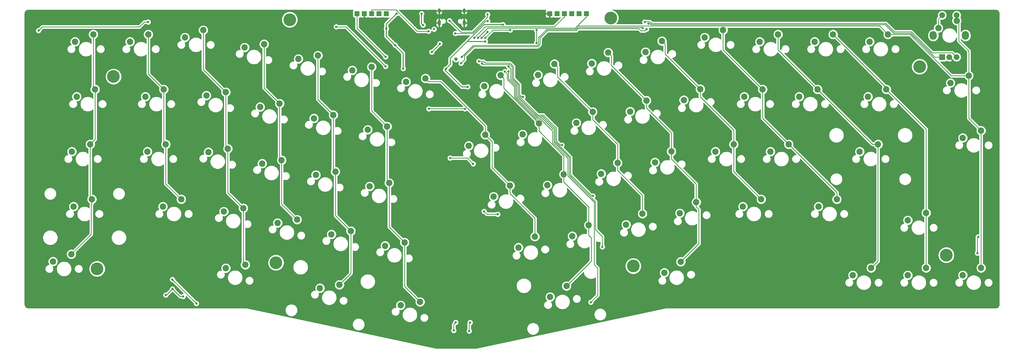
<source format=gtl>
G04 #@! TF.GenerationSoftware,KiCad,Pcbnew,(5.1.12)-1*
G04 #@! TF.CreationDate,2022-03-31T17:27:16+05:30*
G04 #@! TF.ProjectId,arisu,61726973-752e-46b6-9963-61645f706362,1.1*
G04 #@! TF.SameCoordinates,Original*
G04 #@! TF.FileFunction,Copper,L1,Top*
G04 #@! TF.FilePolarity,Positive*
%FSLAX46Y46*%
G04 Gerber Fmt 4.6, Leading zero omitted, Abs format (unit mm)*
G04 Created by KiCad (PCBNEW (5.1.12)-1) date 2022-03-31 17:27:16*
%MOMM*%
%LPD*%
G01*
G04 APERTURE LIST*
G04 #@! TA.AperFunction,ComponentPad*
%ADD10C,1.200000*%
G04 #@! TD*
G04 #@! TA.AperFunction,ComponentPad*
%ADD11R,2.000000X2.000000*%
G04 #@! TD*
G04 #@! TA.AperFunction,ComponentPad*
%ADD12C,2.000000*%
G04 #@! TD*
G04 #@! TA.AperFunction,ComponentPad*
%ADD13O,2.500000X3.000000*%
G04 #@! TD*
G04 #@! TA.AperFunction,ComponentPad*
%ADD14O,1.000000X2.100000*%
G04 #@! TD*
G04 #@! TA.AperFunction,ComponentPad*
%ADD15O,1.000000X1.600000*%
G04 #@! TD*
G04 #@! TA.AperFunction,ComponentPad*
%ADD16C,2.200000*%
G04 #@! TD*
G04 #@! TA.AperFunction,ComponentPad*
%ADD17C,4.400000*%
G04 #@! TD*
G04 #@! TA.AperFunction,ComponentPad*
%ADD18R,1.700000X1.700000*%
G04 #@! TD*
G04 #@! TA.AperFunction,ViaPad*
%ADD19C,0.800000*%
G04 #@! TD*
G04 #@! TA.AperFunction,Conductor*
%ADD20C,0.375000*%
G04 #@! TD*
G04 #@! TA.AperFunction,Conductor*
%ADD21C,0.250000*%
G04 #@! TD*
G04 #@! TA.AperFunction,Conductor*
%ADD22C,0.254000*%
G04 #@! TD*
G04 #@! TA.AperFunction,Conductor*
%ADD23C,0.100000*%
G04 #@! TD*
G04 APERTURE END LIST*
D10*
X175564800Y-42164000D03*
D11*
X344006800Y-41489200D03*
D12*
X346506800Y-41489200D03*
X349006800Y-41489200D03*
D13*
X340906800Y-33989200D03*
X352106800Y-33989200D03*
D12*
X344006800Y-26989200D03*
X349006800Y-26989200D03*
D14*
X169751280Y-29614600D03*
D15*
X169751280Y-25434600D03*
X178391280Y-25434600D03*
D14*
X178391280Y-29614600D03*
D16*
X315446250Y-74280000D03*
X321796250Y-71740000D03*
X208164428Y-124679187D03*
X213847569Y-120874453D03*
X128414142Y-121610303D03*
X135153475Y-120446047D03*
X43033750Y-93330000D03*
X49383750Y-90790000D03*
X42446250Y-74280000D03*
X48796250Y-71740000D03*
X301158769Y-93329998D03*
X307508769Y-90789998D03*
X44130000Y-55230000D03*
X50480000Y-52690000D03*
X35900000Y-112380000D03*
X42250000Y-109840000D03*
X95805151Y-114679051D03*
X102544484Y-113514795D03*
X247761064Y-116262674D03*
X253444205Y-112457940D03*
X318320000Y-55230000D03*
X324670000Y-52690000D03*
X49880000Y-33640000D03*
X43530000Y-36180000D03*
X68930000Y-33640000D03*
X62580000Y-36180000D03*
X74290000Y-52690000D03*
X67940000Y-55230000D03*
X74990000Y-71740000D03*
X68640000Y-74280000D03*
X80340000Y-90790000D03*
X73990000Y-93330000D03*
X87980000Y-32139615D03*
X81630000Y-34679615D03*
X95793034Y-53652945D03*
X89053701Y-54817200D03*
X96490701Y-73276838D03*
X89751368Y-74441093D03*
X101846783Y-93890907D03*
X95107450Y-95055162D03*
X109070692Y-36999602D03*
X102331359Y-38163857D03*
X114426744Y-57613671D03*
X107687411Y-58777926D03*
X115124411Y-77237565D03*
X108385078Y-78401820D03*
X120480493Y-97851633D03*
X113741160Y-99015888D03*
X127704403Y-40960320D03*
X120965070Y-42124575D03*
X133060454Y-61574398D03*
X126321121Y-62738653D03*
X133758121Y-81198292D03*
X127018788Y-82362547D03*
X139114202Y-101812360D03*
X132374869Y-102976615D03*
X146338115Y-44921038D03*
X139598782Y-46085293D03*
X151694164Y-65535125D03*
X144954831Y-66699380D03*
X152391831Y-85159019D03*
X145652498Y-86323274D03*
X157747912Y-105773087D03*
X151008579Y-106937342D03*
X163104049Y-126387116D03*
X156364716Y-127551371D03*
X164971827Y-48881755D03*
X158232494Y-50046010D03*
X185660941Y-68438939D03*
X179977800Y-72243673D03*
X194280062Y-86082491D03*
X188596921Y-89887225D03*
X202899183Y-103726043D03*
X197216042Y-107530777D03*
X191017168Y-47824840D03*
X185334027Y-51629574D03*
X204294652Y-64478221D03*
X198611511Y-68282955D03*
X212913773Y-82121773D03*
X207230632Y-85926507D03*
X221532895Y-99765325D03*
X215849754Y-103570059D03*
X209650880Y-43864122D03*
X203967739Y-47668856D03*
X222928364Y-60517504D03*
X217245223Y-64322238D03*
X231547485Y-78161056D03*
X225864344Y-81965790D03*
X240166606Y-95804608D03*
X234483465Y-99609342D03*
X228284592Y-39903405D03*
X222601451Y-43708139D03*
X241562076Y-56556786D03*
X235878935Y-60361520D03*
X250181197Y-74200338D03*
X244498056Y-78005072D03*
X258800318Y-91843890D03*
X253117177Y-95648624D03*
X246918303Y-35942687D03*
X241235162Y-39747421D03*
X260195788Y-52596068D03*
X254512647Y-56400802D03*
X271790000Y-71740000D03*
X265440000Y-74280000D03*
X281315019Y-90789998D03*
X274965019Y-93329998D03*
X268110000Y-32139615D03*
X261760000Y-34679615D03*
X281800000Y-52690000D03*
X275450000Y-55230000D03*
X290840000Y-71740000D03*
X284490000Y-74280000D03*
X287160000Y-33640000D03*
X280810000Y-36180000D03*
X300850000Y-52690000D03*
X294500000Y-55230000D03*
X319414949Y-114602503D03*
X313064949Y-117142503D03*
X306210000Y-33640000D03*
X299860000Y-36180000D03*
X338464949Y-95552503D03*
X332114949Y-98092503D03*
X338464949Y-114602503D03*
X332114949Y-117142503D03*
X325260000Y-33640000D03*
X318910000Y-36180000D03*
X349072542Y-28877509D03*
X342722542Y-31417509D03*
X353245000Y-47927516D03*
X346895000Y-50467516D03*
X357514949Y-66977519D03*
X351164949Y-69517519D03*
X357514949Y-114602503D03*
X351164949Y-117142503D03*
D17*
X236982000Y-113944400D03*
X345449949Y-110157503D03*
D18*
X220726000Y-26416000D03*
X218186000Y-26416000D03*
X215646000Y-26416000D03*
X213106000Y-26416000D03*
X210566000Y-26416000D03*
X208026000Y-26416000D03*
X141224000Y-26416000D03*
X151384000Y-26416000D03*
X146304000Y-26416000D03*
X148844000Y-26416000D03*
X143764000Y-26416000D03*
D17*
X56865000Y-48245000D03*
X51197500Y-114920000D03*
X117932200Y-28524200D03*
X113157000Y-112781080D03*
X229192785Y-27932509D03*
X336194400Y-44805600D03*
D19*
X197866000Y-28448000D03*
X183134000Y-27432000D03*
X181102000Y-27432000D03*
X169672000Y-54864000D03*
X163068000Y-36322000D03*
X163068000Y-38354000D03*
X183642000Y-50292000D03*
X183134000Y-40386000D03*
X191008000Y-34798000D03*
X161239200Y-30429200D03*
X173475400Y-40164000D03*
X176047400Y-44348400D03*
X356514400Y-103809800D03*
X175463200Y-133477000D03*
X77292200Y-121894600D03*
X80975200Y-124510800D03*
X154432000Y-37338000D03*
X154940000Y-26416000D03*
X157226000Y-45466000D03*
X191770000Y-30235979D03*
X185674000Y-36068000D03*
X179578000Y-51816000D03*
X164134800Y-30403800D03*
X163626800Y-26416000D03*
X68859400Y-29333100D03*
X30886400Y-32308800D03*
X74980800Y-124002800D03*
X174777400Y-136296400D03*
X356198000Y-109473800D03*
X172097700Y-45580300D03*
X151409400Y-31648400D03*
X198750000Y-55338654D03*
X166116000Y-59424397D03*
X178639000Y-59436000D03*
X183464200Y-42926000D03*
X212250000Y-71992036D03*
X173500000Y-76500000D03*
X181500000Y-78500000D03*
X184607200Y-43713400D03*
X193750000Y-44750000D03*
X223000000Y-89635588D03*
X185250000Y-95000000D03*
X190000000Y-96000000D03*
X193750000Y-46500000D03*
X226250000Y-107279140D03*
X192500000Y-46500000D03*
X222250000Y-126490348D03*
X203454000Y-32135990D03*
X203454000Y-36576000D03*
X181864000Y-34798000D03*
X194310000Y-32135990D03*
X185674000Y-34798000D03*
X151130000Y-41402000D03*
X169926000Y-36830000D03*
X167132000Y-39751000D03*
X184404000Y-34798000D03*
X186436000Y-32766000D03*
X173304200Y-28879800D03*
X186486800Y-26720800D03*
X186512200Y-28981400D03*
X175310800Y-33299400D03*
X166070050Y-32507150D03*
X167948200Y-31822800D03*
X151130000Y-44704000D03*
X134061200Y-30988000D03*
X183134000Y-34798000D03*
X177546000Y-41402000D03*
X240258600Y-31470600D03*
X240944400Y-29311600D03*
X177305801Y-43623399D03*
X241566700Y-31813500D03*
X242265200Y-29946600D03*
X180441600Y-133527800D03*
X77266800Y-118618000D03*
X85585300Y-126936500D03*
X85585300Y-126936500D03*
X180111400Y-136474200D03*
D20*
X151384000Y-34290000D02*
X154432000Y-37338000D01*
X151384000Y-29972000D02*
X154940000Y-26416000D01*
X151384000Y-34290000D02*
X151384000Y-29972000D01*
X154432000Y-37338000D02*
X157226000Y-40132000D01*
X157226000Y-40132000D02*
X157226000Y-45466000D01*
X191770000Y-30235979D02*
X185260519Y-30235979D01*
X171704000Y-45974000D02*
X172097700Y-45580300D01*
X185674000Y-36068000D02*
X179428498Y-36068000D01*
X179428498Y-36068000D02*
X185260519Y-30235979D01*
X177546000Y-51816000D02*
X171704000Y-45974000D01*
X179578000Y-51816000D02*
X177546000Y-51816000D01*
X173586498Y-41910000D02*
X173586498Y-44091502D01*
X173586498Y-41910000D02*
X179428498Y-36068000D01*
X163626800Y-29895800D02*
X164134800Y-30403800D01*
X163626800Y-26416000D02*
X163626800Y-29895800D01*
D21*
X68859400Y-29333100D02*
X67542500Y-29333100D01*
X67542500Y-29333100D02*
X65836800Y-31038800D01*
X65836800Y-31038800D02*
X32156400Y-31038800D01*
X32156400Y-31038800D02*
X30886400Y-32308800D01*
X30886400Y-32308800D02*
X30886400Y-32308800D01*
X79908400Y-124510800D02*
X77292200Y-121894600D01*
X80975200Y-124510800D02*
X79908400Y-124510800D01*
X77292200Y-121894600D02*
X75184000Y-124002800D01*
X75184000Y-124002800D02*
X74980800Y-124002800D01*
X74980800Y-124002800D02*
X74980800Y-124002800D01*
X174777400Y-134162800D02*
X175463200Y-133477000D01*
X174777400Y-136296400D02*
X174777400Y-134162800D01*
X356198000Y-104126200D02*
X356514400Y-103809800D01*
X356198000Y-109473800D02*
X356198000Y-104126200D01*
D20*
X172097700Y-45580300D02*
X173586498Y-44091502D01*
D21*
X198338654Y-55338654D02*
X198750000Y-55338654D01*
X197550039Y-54550039D02*
X198338654Y-55338654D01*
X197550039Y-50973276D02*
X197550039Y-54550039D01*
X195450010Y-44740598D02*
X195450010Y-48873247D01*
X194270412Y-43561000D02*
X195450010Y-44740598D01*
X197550039Y-50973276D02*
X195450010Y-48873247D01*
X166116000Y-59424397D02*
X178627397Y-59424397D01*
X178627397Y-59424397D02*
X178639000Y-59436000D01*
X185750200Y-43561000D02*
X185724800Y-43561000D01*
X194270412Y-43561000D02*
X185750200Y-43561000D01*
X185089800Y-42926000D02*
X183464200Y-42926000D01*
X185724800Y-43561000D02*
X185089800Y-42926000D01*
X183464200Y-42926000D02*
X183464200Y-42926000D01*
X197100029Y-51159676D02*
X197100029Y-54737958D01*
X195000000Y-49059647D02*
X197100029Y-51159676D01*
X203910620Y-61548549D02*
X205798549Y-61548549D01*
X197100029Y-54737958D02*
X203910620Y-61548549D01*
X210360370Y-66110370D02*
X210360370Y-70637508D01*
X205798549Y-61548549D02*
X210360370Y-66110370D01*
X211714898Y-71992036D02*
X212250000Y-71992036D01*
X210360370Y-70637508D02*
X211714898Y-71992036D01*
X173500000Y-76500000D02*
X179500000Y-76500000D01*
X179500000Y-76500000D02*
X181500000Y-78500000D01*
X195000000Y-44926998D02*
X195000000Y-49059647D01*
X194098001Y-44024999D02*
X195000000Y-44926998D01*
X185909399Y-44024999D02*
X184918799Y-44024999D01*
X185909399Y-44024999D02*
X194098001Y-44024999D01*
X184918799Y-44024999D02*
X184607200Y-43713400D01*
X184607200Y-43713400D02*
X184607200Y-43713400D01*
X222539203Y-89635588D02*
X223000000Y-89635588D01*
X215250000Y-82346385D02*
X222539203Y-89635588D01*
X215250000Y-76163548D02*
X215250000Y-82346385D01*
X205498559Y-61998559D02*
X209910360Y-66410360D01*
X209910360Y-70823908D02*
X215250000Y-76163548D01*
X203724220Y-61998559D02*
X205498559Y-61998559D01*
X196650019Y-54924358D02*
X203724220Y-61998559D01*
X209910360Y-66410360D02*
X209910360Y-70823908D01*
X193750000Y-44750000D02*
X194475001Y-45475001D01*
X194475001Y-45475001D02*
X194475001Y-49171058D01*
X194475001Y-49171058D02*
X196650019Y-51346076D01*
X196650019Y-51346076D02*
X196650019Y-54924358D01*
X185250000Y-95000000D02*
X186250000Y-96000000D01*
X186250000Y-96000000D02*
X190000000Y-96000000D01*
X196200009Y-51532476D02*
X193750000Y-49082467D01*
X203537820Y-62448569D02*
X196200009Y-55110758D01*
X193750000Y-49082467D02*
X193750000Y-46500000D01*
X205198569Y-62448569D02*
X203537820Y-62448569D01*
X209460350Y-66710350D02*
X205198569Y-62448569D01*
X209460350Y-71010308D02*
X209460350Y-66710350D01*
X214788784Y-76338742D02*
X209460350Y-71010308D01*
X226250000Y-107279140D02*
X226248583Y-107277723D01*
X226248583Y-103642218D02*
X223912041Y-101305676D01*
X223912041Y-101305676D02*
X223912041Y-91644836D01*
X196200009Y-55110758D02*
X196200009Y-51532476D01*
X226248583Y-107277723D02*
X226248583Y-103642218D01*
X223912041Y-91644836D02*
X214788784Y-82521579D01*
X214788784Y-82521579D02*
X214788784Y-76338742D01*
X193299990Y-47299990D02*
X192500000Y-46500000D01*
X195750000Y-55297159D02*
X195750000Y-51718877D01*
X203351420Y-62898579D02*
X195750000Y-55297159D01*
X204824012Y-62898579D02*
X203351420Y-62898579D01*
X209010340Y-67084907D02*
X204824012Y-62898579D01*
X193299990Y-49268867D02*
X193299990Y-47299990D01*
X209010340Y-71196708D02*
X209010340Y-67084907D01*
X195750000Y-51718877D02*
X193299990Y-49268867D01*
X224671031Y-124069317D02*
X224671031Y-114721452D01*
X222250000Y-126490348D02*
X224671031Y-124069317D01*
X214338774Y-76525142D02*
X209010340Y-71196708D01*
X224671031Y-114721452D02*
X223462031Y-113512452D01*
X223462031Y-113512452D02*
X223462031Y-91831236D01*
X223462031Y-91831236D02*
X214338774Y-82707979D01*
X214338774Y-82707979D02*
X214338774Y-76525142D01*
X192117167Y-52300736D02*
X204294652Y-64478221D01*
X192117167Y-48924839D02*
X192117167Y-52300736D01*
X191017168Y-47824840D02*
X192117167Y-48924839D01*
X212913773Y-75736551D02*
X212913773Y-82121773D01*
X204294652Y-67117430D02*
X212913773Y-75736551D01*
X204294652Y-64478221D02*
X204294652Y-67117430D01*
X221532895Y-93380104D02*
X221532895Y-99765325D01*
X212913773Y-84760982D02*
X221532895Y-93380104D01*
X212913773Y-82121773D02*
X212913773Y-84760982D01*
X222429593Y-112292429D02*
X213847569Y-120874453D01*
X222429593Y-104146409D02*
X222429593Y-112292429D01*
X221532895Y-103249711D02*
X222429593Y-104146409D01*
X221532895Y-99765325D02*
X221532895Y-103249711D01*
X203454000Y-32135990D02*
X203454000Y-36576000D01*
X185701021Y-30960979D02*
X181864000Y-34798000D01*
X209661021Y-30960979D02*
X185701021Y-30960979D01*
X213106000Y-27516000D02*
X209661021Y-30960979D01*
X213106000Y-26416000D02*
X213106000Y-27516000D01*
X188336010Y-32135990D02*
X185674000Y-34798000D01*
X194310000Y-32135990D02*
X188336010Y-32135990D01*
X141224000Y-31496000D02*
X141224000Y-26416000D01*
X151130000Y-41402000D02*
X141224000Y-31496000D01*
X49880000Y-52090000D02*
X50480000Y-52690000D01*
X49880000Y-33640000D02*
X49880000Y-52090000D01*
X50480000Y-70056250D02*
X48796250Y-71740000D01*
X50480000Y-52690000D02*
X50480000Y-70056250D01*
X48796250Y-90202500D02*
X49383750Y-90790000D01*
X48796250Y-71740000D02*
X48796250Y-90202500D01*
X49168751Y-102921249D02*
X42250000Y-109840000D01*
X49168751Y-92560633D02*
X49168751Y-102921249D01*
X49383750Y-92345634D02*
X49168751Y-92560633D01*
X49383750Y-90790000D02*
X49383750Y-92345634D01*
X68930000Y-47330000D02*
X74290000Y-52690000D01*
X68930000Y-33640000D02*
X68930000Y-47330000D01*
X74290000Y-71040000D02*
X74990000Y-71740000D01*
X74290000Y-52690000D02*
X74290000Y-71040000D01*
X74990000Y-85440000D02*
X80340000Y-90790000D01*
X74990000Y-71740000D02*
X74990000Y-85440000D01*
X87980000Y-45839911D02*
X95793034Y-53652945D01*
X87980000Y-32139615D02*
X87980000Y-45839911D01*
X95793034Y-72579171D02*
X96490701Y-73276838D01*
X95793034Y-53652945D02*
X95793034Y-72579171D01*
X96490701Y-88534825D02*
X101846783Y-93890907D01*
X96490701Y-73276838D02*
X96490701Y-88534825D01*
X101846783Y-112817094D02*
X102544484Y-113514795D01*
X101846783Y-93890907D02*
X101846783Y-112817094D01*
X169926000Y-36957000D02*
X169926000Y-36830000D01*
X167132000Y-39751000D02*
X169926000Y-36957000D01*
X115124411Y-92495551D02*
X120480493Y-97851633D01*
X115124411Y-77237565D02*
X115124411Y-92495551D01*
X114426744Y-76539898D02*
X115124411Y-77237565D01*
X114426744Y-57613671D02*
X114426744Y-76539898D01*
X109070692Y-52257619D02*
X114426744Y-57613671D01*
X109070692Y-36999602D02*
X109070692Y-52257619D01*
X127704403Y-56218347D02*
X133060454Y-61574398D01*
X127704403Y-40960320D02*
X127704403Y-56218347D01*
X133060454Y-80500625D02*
X133758121Y-81198292D01*
X133060454Y-61574398D02*
X133060454Y-80500625D01*
X133758121Y-96456279D02*
X139114202Y-101812360D01*
X133758121Y-81198292D02*
X133758121Y-96456279D01*
X139114202Y-116485320D02*
X135153475Y-120446047D01*
X139114202Y-101812360D02*
X139114202Y-116485320D01*
X157747912Y-121030979D02*
X163104049Y-126387116D01*
X157747912Y-105773087D02*
X157747912Y-121030979D01*
X152391831Y-100417006D02*
X157747912Y-105773087D01*
X152391831Y-85159019D02*
X152391831Y-100417006D01*
X151694164Y-84461352D02*
X152391831Y-85159019D01*
X151694164Y-65535125D02*
X151694164Y-84461352D01*
X146338115Y-60179076D02*
X151694164Y-65535125D01*
X146338115Y-44921038D02*
X146338115Y-60179076D01*
X188026627Y-70804625D02*
X185660941Y-68438939D01*
X188026627Y-79829056D02*
X188026627Y-70804625D01*
X194280062Y-86082491D02*
X188026627Y-79829056D01*
X202899183Y-97340821D02*
X202899183Y-103726043D01*
X194280062Y-88721700D02*
X202899183Y-97340821D01*
X194280062Y-86082491D02*
X194280062Y-88721700D01*
X185660941Y-65384939D02*
X185660941Y-68438939D01*
X170257756Y-49981754D02*
X185660941Y-65384939D01*
X166071826Y-49981754D02*
X170257756Y-49981754D01*
X164971827Y-48881755D02*
X166071826Y-49981754D01*
X210750879Y-48340019D02*
X222928364Y-60517504D01*
X210750879Y-44964121D02*
X210750879Y-48340019D01*
X209650880Y-43864122D02*
X210750879Y-44964121D01*
X231547485Y-71775834D02*
X231547485Y-78161056D01*
X222928364Y-63156713D02*
X231547485Y-71775834D01*
X222928364Y-60517504D02*
X222928364Y-63156713D01*
X240166606Y-89419386D02*
X240166606Y-95804608D01*
X231547485Y-80800265D02*
X240166606Y-89419386D01*
X231547485Y-78161056D02*
X231547485Y-80800265D01*
X229384591Y-44379301D02*
X241562076Y-56556786D01*
X229384591Y-41003404D02*
X229384591Y-44379301D01*
X228284592Y-39903405D02*
X229384591Y-41003404D01*
X250181197Y-67751878D02*
X250181197Y-74200338D01*
X241562076Y-59132757D02*
X250181197Y-67751878D01*
X241562076Y-56556786D02*
X241562076Y-59132757D01*
X258800318Y-85458668D02*
X258800318Y-91843890D01*
X250181197Y-76839547D02*
X258800318Y-85458668D01*
X250181197Y-74200338D02*
X250181197Y-76839547D01*
X259697016Y-106205129D02*
X253444205Y-112457940D01*
X259697016Y-94296222D02*
X259697016Y-106205129D01*
X258800318Y-93399524D02*
X259697016Y-94296222D01*
X258800318Y-91843890D02*
X258800318Y-93399524D01*
X184404000Y-34798000D02*
X186436000Y-32766000D01*
X248018302Y-40418582D02*
X260195788Y-52596068D01*
X248018302Y-37042686D02*
X248018302Y-40418582D01*
X246918303Y-35942687D02*
X248018302Y-37042686D01*
X271790000Y-66829489D02*
X271790000Y-71740000D01*
X260195788Y-55235277D02*
X271790000Y-66829489D01*
X260195788Y-52596068D02*
X260195788Y-55235277D01*
X271790000Y-81264979D02*
X281315019Y-90789998D01*
X271790000Y-71740000D02*
X271790000Y-81264979D01*
X268110000Y-39000000D02*
X281800000Y-52690000D01*
X268110000Y-32139615D02*
X268110000Y-39000000D01*
X281800000Y-62700000D02*
X290840000Y-71740000D01*
X281800000Y-52690000D02*
X281800000Y-62700000D01*
X307508769Y-88408769D02*
X290840000Y-71740000D01*
X307508769Y-90789998D02*
X307508769Y-88408769D01*
X287160000Y-39000000D02*
X300850000Y-52690000D01*
X287160000Y-33640000D02*
X287160000Y-39000000D01*
X319900000Y-71740000D02*
X321796250Y-71740000D01*
X300850000Y-52690000D02*
X319900000Y-71740000D01*
X321796250Y-112221202D02*
X319414949Y-114602503D01*
X321796250Y-71740000D02*
X321796250Y-112221202D01*
X324670000Y-52100000D02*
X324670000Y-52690000D01*
X306210000Y-33640000D02*
X324670000Y-52100000D01*
X338464949Y-66484949D02*
X338464949Y-95552503D01*
X324670000Y-52690000D02*
X338464949Y-66484949D01*
X338464949Y-95552503D02*
X338464949Y-114602503D01*
X173304200Y-28879800D02*
X177273790Y-32849390D01*
X177273790Y-32849390D02*
X181285900Y-32849390D01*
X181285900Y-32849390D02*
X186486800Y-27648490D01*
X186486800Y-27648490D02*
X186486800Y-26720800D01*
X186486800Y-26720800D02*
X186486800Y-26720800D01*
X185790300Y-28981400D02*
X186512200Y-28981400D01*
X181472300Y-33299400D02*
X185790300Y-28981400D01*
X175310800Y-33299400D02*
X181472300Y-33299400D01*
X146304000Y-25095200D02*
X146329400Y-25069800D01*
X146304000Y-26416000D02*
X146304000Y-25095200D01*
X162104152Y-32507150D02*
X166070050Y-32507150D01*
X154666802Y-25069800D02*
X162104152Y-32507150D01*
X146329400Y-25069800D02*
X154666802Y-25069800D01*
X342722542Y-28273458D02*
X344006800Y-26989200D01*
X342722542Y-31417509D02*
X342722542Y-28273458D01*
X151130000Y-44704000D02*
X137414000Y-30988000D01*
X137414000Y-30988000D02*
X134061200Y-30988000D01*
X134061200Y-30988000D02*
X134061200Y-30988000D01*
X357514949Y-66977519D02*
X357514949Y-114602503D01*
X353245000Y-62707570D02*
X357514949Y-66977519D01*
X353245000Y-47927516D02*
X353245000Y-62707570D01*
X186521011Y-31410989D02*
X183134000Y-34798000D01*
X216831011Y-31410989D02*
X186521011Y-31410989D01*
X220726000Y-26416000D02*
X220726000Y-27516000D01*
X220726000Y-27516000D02*
X216831011Y-31410989D01*
X322334614Y-30714614D02*
X325260000Y-33640000D01*
X217527386Y-30714614D02*
X322334614Y-30714614D01*
X332648800Y-33640000D02*
X332902800Y-33640000D01*
X325260000Y-33640000D02*
X332648800Y-33640000D01*
X347190316Y-47927516D02*
X353245000Y-47927516D01*
X332902800Y-33640000D02*
X347190316Y-47927516D01*
X349072542Y-27054942D02*
X349006800Y-26989200D01*
X349072542Y-28877509D02*
X349072542Y-27054942D01*
X353245000Y-47927516D02*
X353245000Y-39351800D01*
X353245000Y-39351800D02*
X349808800Y-35915600D01*
X349808800Y-29613767D02*
X349072542Y-28877509D01*
X349808800Y-35915600D02*
X349808800Y-29613767D01*
X177546000Y-41402000D02*
X181533800Y-37414200D01*
X204179001Y-36924001D02*
X204179001Y-34684801D01*
X203688802Y-37414200D02*
X204179001Y-36924001D01*
X181533800Y-37414200D02*
X203688802Y-37414200D01*
X204179001Y-34684801D02*
X207002803Y-31860999D01*
X207002803Y-31860999D02*
X217017412Y-31860998D01*
X217017412Y-31860998D02*
X217713786Y-31164624D01*
X239396176Y-31164624D02*
X239952624Y-31164624D01*
X217713786Y-31164624D02*
X239396176Y-31164624D01*
X239952624Y-31164624D02*
X240258600Y-31470600D01*
X240258600Y-31470600D02*
X240258600Y-31470600D01*
X347522600Y-40005000D02*
X349006800Y-41489200D01*
X340540620Y-40005000D02*
X347522600Y-40005000D01*
X333275602Y-32739982D02*
X340540620Y-40005000D01*
X327440001Y-32739981D02*
X333275602Y-32739982D01*
X324514616Y-29814596D02*
X327440001Y-32739981D01*
X243335290Y-29814595D02*
X324514616Y-29814596D01*
X242742294Y-29221599D02*
X243335290Y-29814595D01*
X241034401Y-29221599D02*
X242742294Y-29221599D01*
X240944400Y-29311600D02*
X241034401Y-29221599D01*
X177305801Y-43623399D02*
X178537305Y-42391895D01*
X178537305Y-42391895D02*
X178537305Y-41047105D01*
X178537305Y-41047105D02*
X181720200Y-37864210D01*
X203875203Y-37864209D02*
X204629011Y-37110401D01*
X181720200Y-37864210D02*
X203875203Y-37864209D01*
X204629011Y-37110401D02*
X204629011Y-34871201D01*
X204629011Y-34871201D02*
X207189205Y-32311007D01*
X207189205Y-32311007D02*
X217203813Y-32311007D01*
X217203813Y-32311007D02*
X217900186Y-31614634D01*
X217900186Y-31614634D02*
X238904034Y-31614634D01*
X238904034Y-31614634D02*
X239699800Y-32410400D01*
X240461800Y-32410400D02*
X240969800Y-32410400D01*
X239699800Y-32410400D02*
X240461800Y-32410400D01*
X240969800Y-32410400D02*
X241566700Y-31813500D01*
X241566700Y-31813500D02*
X241579400Y-31800800D01*
X341388410Y-41489200D02*
X344006800Y-41489200D01*
X333089201Y-33189991D02*
X341388410Y-41489200D01*
X327253600Y-33189990D02*
X333089201Y-33189991D01*
X324328215Y-30264605D02*
X327253600Y-33189990D01*
X243148889Y-30264604D02*
X324328215Y-30264605D01*
X242830885Y-29946600D02*
X243148889Y-30264604D01*
X242265200Y-29946600D02*
X242830885Y-29946600D01*
X85166200Y-126517400D02*
X85585300Y-126936500D01*
X77266800Y-118618000D02*
X85166200Y-126517400D01*
X85166200Y-126517400D02*
X85547200Y-126898400D01*
X85585300Y-126936500D02*
X85585300Y-126936500D01*
X180111400Y-133858000D02*
X180441600Y-133527800D01*
X180111400Y-136474200D02*
X180111400Y-133858000D01*
D22*
X139843463Y-25211506D02*
X139784498Y-25321820D01*
X139748188Y-25441518D01*
X139735928Y-25566000D01*
X139735928Y-27266000D01*
X139748188Y-27390482D01*
X139784498Y-27510180D01*
X139843463Y-27620494D01*
X139922815Y-27717185D01*
X140019506Y-27796537D01*
X140129820Y-27855502D01*
X140249518Y-27891812D01*
X140374000Y-27904072D01*
X140464001Y-27904072D01*
X140464000Y-31458677D01*
X140460324Y-31496000D01*
X140464000Y-31533322D01*
X140464000Y-31533332D01*
X140474997Y-31644985D01*
X140513677Y-31772498D01*
X140518454Y-31788246D01*
X140589026Y-31920276D01*
X140623668Y-31962487D01*
X140683999Y-32036001D01*
X140713003Y-32059804D01*
X150095000Y-41441802D01*
X150095000Y-41503939D01*
X150134774Y-41703898D01*
X150212795Y-41892256D01*
X150326063Y-42061774D01*
X150470226Y-42205937D01*
X150639744Y-42319205D01*
X150828102Y-42397226D01*
X151028061Y-42437000D01*
X151231939Y-42437000D01*
X151431898Y-42397226D01*
X151620256Y-42319205D01*
X151789774Y-42205937D01*
X151933937Y-42061774D01*
X152047205Y-41892256D01*
X152125226Y-41703898D01*
X152165000Y-41503939D01*
X152165000Y-41300061D01*
X152125226Y-41100102D01*
X152047205Y-40911744D01*
X151933937Y-40742226D01*
X151789774Y-40598063D01*
X151620256Y-40484795D01*
X151431898Y-40406774D01*
X151231939Y-40367000D01*
X151169802Y-40367000D01*
X141984000Y-31181199D01*
X141984000Y-27904072D01*
X142074000Y-27904072D01*
X142198482Y-27891812D01*
X142318180Y-27855502D01*
X142428494Y-27796537D01*
X142494000Y-27742778D01*
X142559506Y-27796537D01*
X142669820Y-27855502D01*
X142789518Y-27891812D01*
X142914000Y-27904072D01*
X143478250Y-27901000D01*
X143637000Y-27742250D01*
X143637000Y-26543000D01*
X143617000Y-26543000D01*
X143617000Y-26289000D01*
X143637000Y-26289000D01*
X143637000Y-26269000D01*
X143891000Y-26269000D01*
X143891000Y-26289000D01*
X143911000Y-26289000D01*
X143911000Y-26543000D01*
X143891000Y-26543000D01*
X143891000Y-27742250D01*
X144049750Y-27901000D01*
X144614000Y-27904072D01*
X144738482Y-27891812D01*
X144858180Y-27855502D01*
X144968494Y-27796537D01*
X145034000Y-27742778D01*
X145099506Y-27796537D01*
X145209820Y-27855502D01*
X145329518Y-27891812D01*
X145454000Y-27904072D01*
X147154000Y-27904072D01*
X147278482Y-27891812D01*
X147398180Y-27855502D01*
X147508494Y-27796537D01*
X147574000Y-27742778D01*
X147639506Y-27796537D01*
X147749820Y-27855502D01*
X147869518Y-27891812D01*
X147994000Y-27904072D01*
X149694000Y-27904072D01*
X149818482Y-27891812D01*
X149938180Y-27855502D01*
X150048494Y-27796537D01*
X150114000Y-27742778D01*
X150179506Y-27796537D01*
X150289820Y-27855502D01*
X150409518Y-27891812D01*
X150534000Y-27904072D01*
X152234000Y-27904072D01*
X152294718Y-27898092D01*
X150830971Y-29361839D01*
X150799592Y-29387591D01*
X150696809Y-29512833D01*
X150661163Y-29579521D01*
X150620433Y-29655721D01*
X150573402Y-29810762D01*
X150557521Y-29972000D01*
X150561501Y-30012408D01*
X150561501Y-31054420D01*
X150492195Y-31158144D01*
X150414174Y-31346502D01*
X150374400Y-31546461D01*
X150374400Y-31750339D01*
X150414174Y-31950298D01*
X150492195Y-32138656D01*
X150561500Y-32242379D01*
X150561500Y-34249601D01*
X150557521Y-34290000D01*
X150573402Y-34451238D01*
X150589939Y-34505754D01*
X150620433Y-34606279D01*
X150696808Y-34749166D01*
X150799591Y-34874409D01*
X150830975Y-34900165D01*
X153403518Y-37472709D01*
X153436774Y-37639898D01*
X153514795Y-37828256D01*
X153628063Y-37997774D01*
X153772226Y-38141937D01*
X153941744Y-38255205D01*
X154130102Y-38333226D01*
X154297292Y-38366482D01*
X156403500Y-40472691D01*
X156403501Y-44834006D01*
X156308795Y-44975744D01*
X156230774Y-45164102D01*
X156191000Y-45364061D01*
X156191000Y-45567939D01*
X156230774Y-45767898D01*
X156308795Y-45956256D01*
X156422063Y-46125774D01*
X156566226Y-46269937D01*
X156735744Y-46383205D01*
X156924102Y-46461226D01*
X157124061Y-46501000D01*
X157327939Y-46501000D01*
X157527898Y-46461226D01*
X157716256Y-46383205D01*
X157885774Y-46269937D01*
X158029937Y-46125774D01*
X158143205Y-45956256D01*
X158221226Y-45767898D01*
X158261000Y-45567939D01*
X158261000Y-45364061D01*
X158221226Y-45164102D01*
X158143205Y-44975744D01*
X158048500Y-44834008D01*
X158048500Y-40172398D01*
X158052479Y-40132000D01*
X158036598Y-39970762D01*
X157989567Y-39815720D01*
X157913192Y-39672833D01*
X157893683Y-39649061D01*
X166097000Y-39649061D01*
X166097000Y-39852939D01*
X166136774Y-40052898D01*
X166214795Y-40241256D01*
X166328063Y-40410774D01*
X166472226Y-40554937D01*
X166641744Y-40668205D01*
X166830102Y-40746226D01*
X167030061Y-40786000D01*
X167233939Y-40786000D01*
X167433898Y-40746226D01*
X167622256Y-40668205D01*
X167791774Y-40554937D01*
X167935937Y-40410774D01*
X168049205Y-40241256D01*
X168127226Y-40052898D01*
X168167000Y-39852939D01*
X168167000Y-39790801D01*
X170108907Y-37848895D01*
X170227898Y-37825226D01*
X170416256Y-37747205D01*
X170585774Y-37633937D01*
X170729937Y-37489774D01*
X170843205Y-37320256D01*
X170921226Y-37131898D01*
X170961000Y-36931939D01*
X170961000Y-36728061D01*
X170921226Y-36528102D01*
X170843205Y-36339744D01*
X170729937Y-36170226D01*
X170585774Y-36026063D01*
X170416256Y-35912795D01*
X170227898Y-35834774D01*
X170027939Y-35795000D01*
X169824061Y-35795000D01*
X169624102Y-35834774D01*
X169435744Y-35912795D01*
X169266226Y-36026063D01*
X169122063Y-36170226D01*
X169008795Y-36339744D01*
X168930774Y-36528102D01*
X168891000Y-36728061D01*
X168891000Y-36917198D01*
X167092199Y-38716000D01*
X167030061Y-38716000D01*
X166830102Y-38755774D01*
X166641744Y-38833795D01*
X166472226Y-38947063D01*
X166328063Y-39091226D01*
X166214795Y-39260744D01*
X166136774Y-39449102D01*
X166097000Y-39649061D01*
X157893683Y-39649061D01*
X157836161Y-39578970D01*
X157810409Y-39547591D01*
X157779031Y-39521840D01*
X155460482Y-37203292D01*
X155427226Y-37036102D01*
X155349205Y-36847744D01*
X155235937Y-36678226D01*
X155091774Y-36534063D01*
X154922256Y-36420795D01*
X154733898Y-36342774D01*
X154566709Y-36309518D01*
X152206500Y-33949310D01*
X152206500Y-32315011D01*
X152213337Y-32308174D01*
X152326605Y-32138656D01*
X152404626Y-31950298D01*
X152444400Y-31750339D01*
X152444400Y-31546461D01*
X152404626Y-31346502D01*
X152326605Y-31158144D01*
X152213337Y-30988626D01*
X152206500Y-30981789D01*
X152206500Y-30312690D01*
X155074708Y-27444482D01*
X155241898Y-27411226D01*
X155430256Y-27333205D01*
X155599774Y-27219937D01*
X155670956Y-27148755D01*
X161540353Y-33018153D01*
X161564151Y-33047151D01*
X161679876Y-33142124D01*
X161811905Y-33212696D01*
X161955166Y-33256153D01*
X162066819Y-33267150D01*
X162066828Y-33267150D01*
X162104151Y-33270826D01*
X162141474Y-33267150D01*
X165366339Y-33267150D01*
X165410276Y-33311087D01*
X165579794Y-33424355D01*
X165768152Y-33502376D01*
X165968111Y-33542150D01*
X166171989Y-33542150D01*
X166371948Y-33502376D01*
X166560306Y-33424355D01*
X166729824Y-33311087D01*
X166873987Y-33166924D01*
X166987255Y-32997406D01*
X167065276Y-32809048D01*
X167105050Y-32609089D01*
X167105050Y-32423887D01*
X167144263Y-32482574D01*
X167288426Y-32626737D01*
X167457944Y-32740005D01*
X167646302Y-32818026D01*
X167846261Y-32857800D01*
X168050139Y-32857800D01*
X168250098Y-32818026D01*
X168438456Y-32740005D01*
X168607974Y-32626737D01*
X168752137Y-32482574D01*
X168865405Y-32313056D01*
X168943426Y-32124698D01*
X168983200Y-31924739D01*
X168983200Y-31720861D01*
X168943426Y-31520902D01*
X168865405Y-31332544D01*
X168752137Y-31163026D01*
X168607974Y-31018863D01*
X168438456Y-30905595D01*
X168250098Y-30827574D01*
X168050139Y-30787800D01*
X167846261Y-30787800D01*
X167646302Y-30827574D01*
X167457944Y-30905595D01*
X167288426Y-31018863D01*
X167144263Y-31163026D01*
X167030995Y-31332544D01*
X166952974Y-31520902D01*
X166913200Y-31720861D01*
X166913200Y-31906063D01*
X166873987Y-31847376D01*
X166729824Y-31703213D01*
X166560306Y-31589945D01*
X166371948Y-31511924D01*
X166171989Y-31472150D01*
X165968111Y-31472150D01*
X165768152Y-31511924D01*
X165579794Y-31589945D01*
X165410276Y-31703213D01*
X165366339Y-31747150D01*
X162418954Y-31747150D01*
X156985865Y-26314061D01*
X162591800Y-26314061D01*
X162591800Y-26517939D01*
X162631574Y-26717898D01*
X162709595Y-26906256D01*
X162804300Y-27047993D01*
X162804301Y-29855392D01*
X162800321Y-29895800D01*
X162816202Y-30057038D01*
X162863233Y-30212079D01*
X162877621Y-30238997D01*
X162939609Y-30354967D01*
X162989386Y-30415621D01*
X163005783Y-30435600D01*
X163042392Y-30480209D01*
X163073771Y-30505961D01*
X163106318Y-30538508D01*
X163139574Y-30705698D01*
X163217595Y-30894056D01*
X163330863Y-31063574D01*
X163475026Y-31207737D01*
X163644544Y-31321005D01*
X163832902Y-31399026D01*
X164032861Y-31438800D01*
X164236739Y-31438800D01*
X164436698Y-31399026D01*
X164625056Y-31321005D01*
X164794574Y-31207737D01*
X164938737Y-31063574D01*
X165052005Y-30894056D01*
X165130026Y-30705698D01*
X165169800Y-30505739D01*
X165169800Y-30301861D01*
X165130026Y-30101902D01*
X165052005Y-29913544D01*
X164938737Y-29744026D01*
X164936311Y-29741600D01*
X168616280Y-29741600D01*
X168616280Y-30291600D01*
X168662865Y-30510587D01*
X168751277Y-30716278D01*
X168878119Y-30900769D01*
X169038516Y-31056969D01*
X169226304Y-31178876D01*
X169449406Y-31258719D01*
X169624280Y-31132554D01*
X169624280Y-29741600D01*
X168616280Y-29741600D01*
X164936311Y-29741600D01*
X164794574Y-29599863D01*
X164625056Y-29486595D01*
X164449300Y-29413794D01*
X164449300Y-28937600D01*
X168616280Y-28937600D01*
X168616280Y-29487600D01*
X169624280Y-29487600D01*
X169624280Y-28096646D01*
X169878280Y-28096646D01*
X169878280Y-29487600D01*
X169898280Y-29487600D01*
X169898280Y-29741600D01*
X169878280Y-29741600D01*
X169878280Y-31132554D01*
X170053154Y-31258719D01*
X170276256Y-31178876D01*
X170464044Y-31056969D01*
X170624441Y-30900769D01*
X170751283Y-30716278D01*
X170839695Y-30510587D01*
X170886280Y-30291600D01*
X170886280Y-30001504D01*
X170901258Y-30007708D01*
X171086728Y-30044600D01*
X171275832Y-30044600D01*
X171461302Y-30007708D01*
X171636011Y-29935341D01*
X171793244Y-29830281D01*
X171926961Y-29696564D01*
X172032021Y-29539331D01*
X172104388Y-29364622D01*
X172141280Y-29179152D01*
X172141280Y-28990048D01*
X172104388Y-28804578D01*
X172032021Y-28629869D01*
X171926961Y-28472636D01*
X171793244Y-28338919D01*
X171636011Y-28233859D01*
X171461302Y-28161492D01*
X171275832Y-28124600D01*
X171086728Y-28124600D01*
X170901258Y-28161492D01*
X170726549Y-28233859D01*
X170608396Y-28312806D01*
X170464044Y-28172231D01*
X170276256Y-28050324D01*
X170053154Y-27970481D01*
X169878280Y-28096646D01*
X169624280Y-28096646D01*
X169449406Y-27970481D01*
X169226304Y-28050324D01*
X169038516Y-28172231D01*
X168878119Y-28328431D01*
X168751277Y-28512922D01*
X168662865Y-28718613D01*
X168616280Y-28937600D01*
X164449300Y-28937600D01*
X164449300Y-27047992D01*
X164544005Y-26906256D01*
X164622026Y-26717898D01*
X164661800Y-26517939D01*
X164661800Y-26314061D01*
X164622026Y-26114102D01*
X164544005Y-25925744D01*
X164430737Y-25756226D01*
X164286574Y-25612063D01*
X164211051Y-25561600D01*
X168616280Y-25561600D01*
X168616280Y-25861600D01*
X168662865Y-26080587D01*
X168751277Y-26286278D01*
X168878119Y-26470769D01*
X169038516Y-26626969D01*
X169226304Y-26748876D01*
X169449406Y-26828719D01*
X169624280Y-26702554D01*
X169624280Y-25561600D01*
X169878280Y-25561600D01*
X169878280Y-26702554D01*
X170053154Y-26828719D01*
X170276256Y-26748876D01*
X170464044Y-26626969D01*
X170624441Y-26470769D01*
X170751283Y-26286278D01*
X170839695Y-26080587D01*
X170886280Y-25861600D01*
X170886280Y-25561600D01*
X177256280Y-25561600D01*
X177256280Y-25861600D01*
X177302865Y-26080587D01*
X177391277Y-26286278D01*
X177518119Y-26470769D01*
X177678516Y-26626969D01*
X177866304Y-26748876D01*
X178089406Y-26828719D01*
X178264280Y-26702554D01*
X178264280Y-25561600D01*
X178518280Y-25561600D01*
X178518280Y-26702554D01*
X178693154Y-26828719D01*
X178916256Y-26748876D01*
X179104044Y-26626969D01*
X179264441Y-26470769D01*
X179391283Y-26286278D01*
X179479695Y-26080587D01*
X179526280Y-25861600D01*
X179526280Y-25561600D01*
X178518280Y-25561600D01*
X178264280Y-25561600D01*
X177256280Y-25561600D01*
X170886280Y-25561600D01*
X169878280Y-25561600D01*
X169624280Y-25561600D01*
X168616280Y-25561600D01*
X164211051Y-25561600D01*
X164117056Y-25498795D01*
X163928698Y-25420774D01*
X163728739Y-25381000D01*
X163524861Y-25381000D01*
X163324902Y-25420774D01*
X163136544Y-25498795D01*
X162967026Y-25612063D01*
X162822863Y-25756226D01*
X162709595Y-25925744D01*
X162631574Y-26114102D01*
X162591800Y-26314061D01*
X156985865Y-26314061D01*
X155814312Y-25142509D01*
X168616280Y-25142509D01*
X168616280Y-25307600D01*
X169624280Y-25307600D01*
X169624280Y-25287600D01*
X169878280Y-25287600D01*
X169878280Y-25307600D01*
X170886280Y-25307600D01*
X170886280Y-25142509D01*
X177256280Y-25142509D01*
X177256280Y-25307600D01*
X178264280Y-25307600D01*
X178264280Y-25287600D01*
X178518280Y-25287600D01*
X178518280Y-25307600D01*
X179526280Y-25307600D01*
X179526280Y-25142509D01*
X206702087Y-25142509D01*
X206645463Y-25211506D01*
X206586498Y-25321820D01*
X206550188Y-25441518D01*
X206537928Y-25566000D01*
X206541000Y-26130250D01*
X206699750Y-26289000D01*
X207899000Y-26289000D01*
X207899000Y-26269000D01*
X208153000Y-26269000D01*
X208153000Y-26289000D01*
X208173000Y-26289000D01*
X208173000Y-26543000D01*
X208153000Y-26543000D01*
X208153000Y-27742250D01*
X208311750Y-27901000D01*
X208876000Y-27904072D01*
X209000482Y-27891812D01*
X209120180Y-27855502D01*
X209230494Y-27796537D01*
X209296000Y-27742778D01*
X209361506Y-27796537D01*
X209471820Y-27855502D01*
X209591518Y-27891812D01*
X209716000Y-27904072D01*
X211416000Y-27904072D01*
X211540482Y-27891812D01*
X211660180Y-27855502D01*
X211727887Y-27819311D01*
X209346220Y-30200979D01*
X192805000Y-30200979D01*
X192805000Y-30134040D01*
X192765226Y-29934081D01*
X192687205Y-29745723D01*
X192573937Y-29576205D01*
X192429774Y-29432042D01*
X192260256Y-29318774D01*
X192071898Y-29240753D01*
X191871939Y-29200979D01*
X191668061Y-29200979D01*
X191468102Y-29240753D01*
X191279744Y-29318774D01*
X191138008Y-29413479D01*
X187453503Y-29413479D01*
X187507426Y-29283298D01*
X187547200Y-29083339D01*
X187547200Y-28879461D01*
X187507426Y-28679502D01*
X187429405Y-28491144D01*
X187316137Y-28321626D01*
X187171974Y-28177463D01*
X187084060Y-28118721D01*
X187121774Y-28072766D01*
X187192346Y-27940737D01*
X187235803Y-27797476D01*
X187246800Y-27685823D01*
X187246800Y-27685814D01*
X187250476Y-27648491D01*
X187246800Y-27611168D01*
X187246800Y-27424511D01*
X187290737Y-27380574D01*
X187367292Y-27266000D01*
X206537928Y-27266000D01*
X206550188Y-27390482D01*
X206586498Y-27510180D01*
X206645463Y-27620494D01*
X206724815Y-27717185D01*
X206821506Y-27796537D01*
X206931820Y-27855502D01*
X207051518Y-27891812D01*
X207176000Y-27904072D01*
X207740250Y-27901000D01*
X207899000Y-27742250D01*
X207899000Y-26543000D01*
X206699750Y-26543000D01*
X206541000Y-26701750D01*
X206537928Y-27266000D01*
X187367292Y-27266000D01*
X187404005Y-27211056D01*
X187482026Y-27022698D01*
X187521800Y-26822739D01*
X187521800Y-26618861D01*
X187482026Y-26418902D01*
X187404005Y-26230544D01*
X187290737Y-26061026D01*
X187146574Y-25916863D01*
X186977056Y-25803595D01*
X186788698Y-25725574D01*
X186588739Y-25685800D01*
X186384861Y-25685800D01*
X186184902Y-25725574D01*
X185996544Y-25803595D01*
X185827026Y-25916863D01*
X185682863Y-26061026D01*
X185569595Y-26230544D01*
X185491574Y-26418902D01*
X185451800Y-26618861D01*
X185451800Y-26822739D01*
X185491574Y-27022698D01*
X185569595Y-27211056D01*
X185681682Y-27378806D01*
X180971099Y-32089390D01*
X177588592Y-32089390D01*
X174489250Y-28990048D01*
X176001280Y-28990048D01*
X176001280Y-29179152D01*
X176038172Y-29364622D01*
X176110539Y-29539331D01*
X176215599Y-29696564D01*
X176349316Y-29830281D01*
X176506549Y-29935341D01*
X176681258Y-30007708D01*
X176866728Y-30044600D01*
X177055832Y-30044600D01*
X177241302Y-30007708D01*
X177256280Y-30001504D01*
X177256280Y-30291600D01*
X177302865Y-30510587D01*
X177391277Y-30716278D01*
X177518119Y-30900769D01*
X177678516Y-31056969D01*
X177866304Y-31178876D01*
X178089406Y-31258719D01*
X178264280Y-31132554D01*
X178264280Y-29741600D01*
X178518280Y-29741600D01*
X178518280Y-31132554D01*
X178693154Y-31258719D01*
X178916256Y-31178876D01*
X179104044Y-31056969D01*
X179264441Y-30900769D01*
X179391283Y-30716278D01*
X179479695Y-30510587D01*
X179526280Y-30291600D01*
X179526280Y-29741600D01*
X178518280Y-29741600D01*
X178264280Y-29741600D01*
X178244280Y-29741600D01*
X178244280Y-29487600D01*
X178264280Y-29487600D01*
X178264280Y-28096646D01*
X178518280Y-28096646D01*
X178518280Y-29487600D01*
X179526280Y-29487600D01*
X179526280Y-28937600D01*
X179479695Y-28718613D01*
X179391283Y-28512922D01*
X179264441Y-28328431D01*
X179104044Y-28172231D01*
X178916256Y-28050324D01*
X178693154Y-27970481D01*
X178518280Y-28096646D01*
X178264280Y-28096646D01*
X178089406Y-27970481D01*
X177866304Y-28050324D01*
X177678516Y-28172231D01*
X177534164Y-28312806D01*
X177416011Y-28233859D01*
X177241302Y-28161492D01*
X177055832Y-28124600D01*
X176866728Y-28124600D01*
X176681258Y-28161492D01*
X176506549Y-28233859D01*
X176349316Y-28338919D01*
X176215599Y-28472636D01*
X176110539Y-28629869D01*
X176038172Y-28804578D01*
X176001280Y-28990048D01*
X174489250Y-28990048D01*
X174339200Y-28839999D01*
X174339200Y-28777861D01*
X174299426Y-28577902D01*
X174221405Y-28389544D01*
X174108137Y-28220026D01*
X173963974Y-28075863D01*
X173794456Y-27962595D01*
X173606098Y-27884574D01*
X173406139Y-27844800D01*
X173202261Y-27844800D01*
X173002302Y-27884574D01*
X172813944Y-27962595D01*
X172644426Y-28075863D01*
X172500263Y-28220026D01*
X172386995Y-28389544D01*
X172308974Y-28577902D01*
X172269200Y-28777861D01*
X172269200Y-28981739D01*
X172308974Y-29181698D01*
X172386995Y-29370056D01*
X172500263Y-29539574D01*
X172644426Y-29683737D01*
X172813944Y-29797005D01*
X173002302Y-29875026D01*
X173202261Y-29914800D01*
X173264399Y-29914800D01*
X175682817Y-32333218D01*
X175612698Y-32304174D01*
X175412739Y-32264400D01*
X175208861Y-32264400D01*
X175008902Y-32304174D01*
X174820544Y-32382195D01*
X174651026Y-32495463D01*
X174506863Y-32639626D01*
X174393595Y-32809144D01*
X174315574Y-32997502D01*
X174275800Y-33197461D01*
X174275800Y-33401339D01*
X174315574Y-33601298D01*
X174393595Y-33789656D01*
X174506863Y-33959174D01*
X174651026Y-34103337D01*
X174820544Y-34216605D01*
X175008902Y-34294626D01*
X175208861Y-34334400D01*
X175412739Y-34334400D01*
X175612698Y-34294626D01*
X175801056Y-34216605D01*
X175970574Y-34103337D01*
X176014511Y-34059400D01*
X180273908Y-34059400D01*
X178875473Y-35457835D01*
X178844089Y-35483591D01*
X178818337Y-35514970D01*
X173033473Y-41299835D01*
X173002089Y-41325591D01*
X172899306Y-41450834D01*
X172830795Y-41579008D01*
X172822931Y-41593721D01*
X172775900Y-41748762D01*
X172760019Y-41910000D01*
X172763998Y-41950399D01*
X172763999Y-43750811D01*
X171962992Y-44551818D01*
X171795802Y-44585074D01*
X171607444Y-44663095D01*
X171437926Y-44776363D01*
X171293763Y-44920526D01*
X171180495Y-45090044D01*
X171102474Y-45278402D01*
X171067806Y-45452693D01*
X171030810Y-45497774D01*
X171016809Y-45514834D01*
X170940433Y-45657721D01*
X170893402Y-45812762D01*
X170877521Y-45974000D01*
X170893402Y-46135238D01*
X170940433Y-46290279D01*
X171016809Y-46433166D01*
X171093839Y-46527029D01*
X171093845Y-46527035D01*
X171119592Y-46558408D01*
X171150965Y-46584155D01*
X176935839Y-52369030D01*
X176961591Y-52400409D01*
X176992970Y-52426161D01*
X177086833Y-52503192D01*
X177229720Y-52579567D01*
X177384762Y-52626598D01*
X177546000Y-52642479D01*
X177586398Y-52638500D01*
X178946008Y-52638500D01*
X179087744Y-52733205D01*
X179276102Y-52811226D01*
X179476061Y-52851000D01*
X179679939Y-52851000D01*
X179879898Y-52811226D01*
X180068256Y-52733205D01*
X180237774Y-52619937D01*
X180381937Y-52475774D01*
X180495205Y-52306256D01*
X180573226Y-52117898D01*
X180613000Y-51917939D01*
X180613000Y-51714061D01*
X180573226Y-51514102D01*
X180495205Y-51325744D01*
X180381937Y-51156226D01*
X180237774Y-51012063D01*
X180068256Y-50898795D01*
X179879898Y-50820774D01*
X179679939Y-50781000D01*
X179476061Y-50781000D01*
X179276102Y-50820774D01*
X179087744Y-50898795D01*
X178946008Y-50993500D01*
X177886691Y-50993500D01*
X172994414Y-46101224D01*
X173014905Y-46070556D01*
X173092926Y-45882198D01*
X173126182Y-45715008D01*
X174139523Y-44701667D01*
X174170907Y-44675911D01*
X174273690Y-44550669D01*
X174350065Y-44407782D01*
X174397096Y-44252740D01*
X174408998Y-44131900D01*
X174408998Y-44131891D01*
X174412976Y-44091503D01*
X174408998Y-44051115D01*
X174408998Y-42600858D01*
X174470357Y-42748992D01*
X174605513Y-42951267D01*
X174777533Y-43123287D01*
X174979808Y-43258443D01*
X175204564Y-43351540D01*
X175443163Y-43399000D01*
X175686437Y-43399000D01*
X175925036Y-43351540D01*
X176149792Y-43258443D01*
X176352067Y-43123287D01*
X176481999Y-42993355D01*
X176388596Y-43133143D01*
X176310575Y-43321501D01*
X176270801Y-43521460D01*
X176270801Y-43725338D01*
X176310575Y-43925297D01*
X176388596Y-44113655D01*
X176501864Y-44283173D01*
X176646027Y-44427336D01*
X176815545Y-44540604D01*
X177003903Y-44618625D01*
X177203862Y-44658399D01*
X177407740Y-44658399D01*
X177607699Y-44618625D01*
X177796057Y-44540604D01*
X177965575Y-44427336D01*
X178109738Y-44283173D01*
X178223006Y-44113655D01*
X178301027Y-43925297D01*
X178340801Y-43725338D01*
X178340801Y-43663200D01*
X179048309Y-42955693D01*
X179077306Y-42931896D01*
X179165803Y-42824061D01*
X182429200Y-42824061D01*
X182429200Y-43027939D01*
X182468974Y-43227898D01*
X182546995Y-43416256D01*
X182660263Y-43585774D01*
X182804426Y-43729937D01*
X182973944Y-43843205D01*
X183162302Y-43921226D01*
X183362261Y-43961000D01*
X183566139Y-43961000D01*
X183599840Y-43954296D01*
X183611974Y-44015298D01*
X183689995Y-44203656D01*
X183803263Y-44373174D01*
X183947426Y-44517337D01*
X184116944Y-44630605D01*
X184305302Y-44708626D01*
X184505261Y-44748400D01*
X184685413Y-44748400D01*
X184769813Y-44774002D01*
X184918799Y-44788676D01*
X184956132Y-44784999D01*
X192715000Y-44784999D01*
X192715000Y-44851939D01*
X192754774Y-45051898D01*
X192832795Y-45240256D01*
X192946063Y-45409774D01*
X193090226Y-45553937D01*
X193196580Y-45625000D01*
X193125000Y-45672828D01*
X192990256Y-45582795D01*
X192801898Y-45504774D01*
X192601939Y-45465000D01*
X192398061Y-45465000D01*
X192198102Y-45504774D01*
X192009744Y-45582795D01*
X191840226Y-45696063D01*
X191696063Y-45840226D01*
X191582795Y-46009744D01*
X191522095Y-46156285D01*
X191188051Y-46089840D01*
X190846285Y-46089840D01*
X190511087Y-46156515D01*
X190195337Y-46287303D01*
X189911170Y-46477177D01*
X189669505Y-46718842D01*
X189479631Y-47003009D01*
X189348843Y-47318759D01*
X189282168Y-47653957D01*
X189282168Y-47995723D01*
X189348843Y-48330921D01*
X189479631Y-48646671D01*
X189669505Y-48930838D01*
X189911170Y-49172503D01*
X190195337Y-49362377D01*
X190511087Y-49493165D01*
X190846285Y-49559840D01*
X191188051Y-49559840D01*
X191357167Y-49526201D01*
X191357168Y-51363775D01*
X191268580Y-51275187D01*
X190837006Y-50986818D01*
X190357466Y-50788186D01*
X189848390Y-50686925D01*
X189329340Y-50686925D01*
X188820264Y-50788186D01*
X188340724Y-50986818D01*
X187909150Y-51275187D01*
X187542127Y-51642210D01*
X187253758Y-52073784D01*
X187055126Y-52553324D01*
X186953865Y-53062400D01*
X186953865Y-53581450D01*
X187055126Y-54090526D01*
X187253758Y-54570066D01*
X187542127Y-55001640D01*
X187909150Y-55368663D01*
X188340724Y-55657032D01*
X188820264Y-55855664D01*
X189329340Y-55956925D01*
X189848390Y-55956925D01*
X190357466Y-55855664D01*
X190837006Y-55657032D01*
X191268580Y-55368663D01*
X191635603Y-55001640D01*
X191923972Y-54570066D01*
X192122604Y-54090526D01*
X192223865Y-53581450D01*
X192223865Y-53482235D01*
X202651938Y-63910310D01*
X202626327Y-63972140D01*
X202559652Y-64307338D01*
X202559652Y-64649104D01*
X202626327Y-64984302D01*
X202757115Y-65300052D01*
X202946989Y-65584219D01*
X203188654Y-65825884D01*
X203472821Y-66015758D01*
X203534653Y-66041369D01*
X203534653Y-67080098D01*
X203530976Y-67117430D01*
X203534653Y-67154763D01*
X203542453Y-67233951D01*
X203545650Y-67266415D01*
X203589106Y-67409676D01*
X203602726Y-67435157D01*
X203125874Y-67340306D01*
X202606824Y-67340306D01*
X202097748Y-67441567D01*
X201618208Y-67640199D01*
X201186634Y-67928568D01*
X200819611Y-68295591D01*
X200531242Y-68727165D01*
X200332610Y-69206705D01*
X200231349Y-69715781D01*
X200231349Y-70234831D01*
X200332610Y-70743907D01*
X200531242Y-71223447D01*
X200819611Y-71655021D01*
X201186634Y-72022044D01*
X201618208Y-72310413D01*
X202097748Y-72509045D01*
X202606824Y-72610306D01*
X203125874Y-72610306D01*
X203634950Y-72509045D01*
X204114490Y-72310413D01*
X204546064Y-72022044D01*
X204913087Y-71655021D01*
X205201456Y-71223447D01*
X205400088Y-70743907D01*
X205501349Y-70234831D01*
X205501349Y-69715781D01*
X205422674Y-69320253D01*
X212153773Y-76051353D01*
X212153774Y-80558624D01*
X212091942Y-80584236D01*
X211807775Y-80774110D01*
X211566110Y-81015775D01*
X211376236Y-81299942D01*
X211245448Y-81615692D01*
X211178773Y-81950890D01*
X211178773Y-82292656D01*
X211245448Y-82627854D01*
X211376236Y-82943604D01*
X211566110Y-83227771D01*
X211807775Y-83469436D01*
X212091942Y-83659310D01*
X212153774Y-83684921D01*
X212153774Y-84723650D01*
X212150097Y-84760982D01*
X212164771Y-84909967D01*
X212208227Y-85053228D01*
X212221847Y-85078709D01*
X211744995Y-84983858D01*
X211225945Y-84983858D01*
X210716869Y-85085119D01*
X210237329Y-85283751D01*
X209805755Y-85572120D01*
X209438732Y-85939143D01*
X209150363Y-86370717D01*
X208951731Y-86850257D01*
X208850470Y-87359333D01*
X208850470Y-87878383D01*
X208951731Y-88387459D01*
X209150363Y-88866999D01*
X209438732Y-89298573D01*
X209805755Y-89665596D01*
X210237329Y-89953965D01*
X210716869Y-90152597D01*
X211225945Y-90253858D01*
X211744995Y-90253858D01*
X212254071Y-90152597D01*
X212733611Y-89953965D01*
X213165185Y-89665596D01*
X213532208Y-89298573D01*
X213820577Y-88866999D01*
X214019209Y-88387459D01*
X214120470Y-87878383D01*
X214120470Y-87359333D01*
X214041795Y-86963805D01*
X220772895Y-93694906D01*
X220772896Y-98202176D01*
X220711064Y-98227788D01*
X220426897Y-98417662D01*
X220185232Y-98659327D01*
X219995358Y-98943494D01*
X219864570Y-99259244D01*
X219797895Y-99594442D01*
X219797895Y-99936208D01*
X219864570Y-100271406D01*
X219995358Y-100587156D01*
X220185232Y-100871323D01*
X220426897Y-101112988D01*
X220711064Y-101302862D01*
X220772895Y-101328473D01*
X220772896Y-102708721D01*
X220364117Y-102627410D01*
X219845067Y-102627410D01*
X219335991Y-102728671D01*
X218856451Y-102927303D01*
X218424877Y-103215672D01*
X218057854Y-103582695D01*
X217769485Y-104014269D01*
X217570853Y-104493809D01*
X217469592Y-105002885D01*
X217469592Y-105521935D01*
X217570853Y-106031011D01*
X217769485Y-106510551D01*
X218057854Y-106942125D01*
X218424877Y-107309148D01*
X218856451Y-107597517D01*
X219335991Y-107796149D01*
X219845067Y-107897410D01*
X220364117Y-107897410D01*
X220873193Y-107796149D01*
X221352733Y-107597517D01*
X221669593Y-107385797D01*
X221669594Y-111977626D01*
X214415481Y-119231739D01*
X214353650Y-119206128D01*
X214018452Y-119139453D01*
X213676686Y-119139453D01*
X213341488Y-119206128D01*
X213025738Y-119336916D01*
X212741571Y-119526790D01*
X212499906Y-119768455D01*
X212310032Y-120052622D01*
X212179244Y-120368372D01*
X212112569Y-120703570D01*
X212112569Y-121045336D01*
X212179244Y-121380534D01*
X212310032Y-121696284D01*
X212499906Y-121980451D01*
X212741571Y-122222116D01*
X213025738Y-122411990D01*
X213341488Y-122542778D01*
X213676686Y-122609453D01*
X214018452Y-122609453D01*
X214353650Y-122542778D01*
X214669400Y-122411990D01*
X214953567Y-122222116D01*
X215195232Y-121980451D01*
X215385106Y-121696284D01*
X215515894Y-121380534D01*
X215582569Y-121045336D01*
X215582569Y-120703570D01*
X215515894Y-120368372D01*
X215490283Y-120306541D01*
X219711030Y-116085794D01*
X219711030Y-116096978D01*
X219812291Y-116606054D01*
X220010923Y-117085594D01*
X220299292Y-117517168D01*
X220666315Y-117884191D01*
X221097889Y-118172560D01*
X221577429Y-118371192D01*
X222086505Y-118472453D01*
X222605555Y-118472453D01*
X223114631Y-118371192D01*
X223594171Y-118172560D01*
X223911032Y-117960840D01*
X223911031Y-123754515D01*
X222210199Y-125455348D01*
X222148061Y-125455348D01*
X221948102Y-125495122D01*
X221759744Y-125573143D01*
X221590226Y-125686411D01*
X221446063Y-125830574D01*
X221332795Y-126000092D01*
X221254774Y-126188450D01*
X221215000Y-126388409D01*
X221215000Y-126592287D01*
X221254774Y-126792246D01*
X221332795Y-126980604D01*
X221446063Y-127150122D01*
X221590226Y-127294285D01*
X221759744Y-127407553D01*
X221948102Y-127485574D01*
X222148061Y-127525348D01*
X222351939Y-127525348D01*
X222551898Y-127485574D01*
X222740256Y-127407553D01*
X222909774Y-127294285D01*
X223053937Y-127150122D01*
X223167205Y-126980604D01*
X223245226Y-126792246D01*
X223285000Y-126592287D01*
X223285000Y-126530149D01*
X225182035Y-124633115D01*
X225211032Y-124609318D01*
X225291884Y-124510800D01*
X225306005Y-124493594D01*
X225376577Y-124361564D01*
X225387729Y-124324800D01*
X225420034Y-124218303D01*
X225431031Y-124106650D01*
X225431031Y-124106640D01*
X225434707Y-124069317D01*
X225431031Y-124031994D01*
X225431031Y-118864957D01*
X245561912Y-118864957D01*
X245561912Y-119157477D01*
X245618980Y-119444375D01*
X245730922Y-119714628D01*
X245893437Y-119957849D01*
X246100280Y-120164692D01*
X246343501Y-120327207D01*
X246613754Y-120439149D01*
X246900652Y-120496217D01*
X247193172Y-120496217D01*
X247480070Y-120439149D01*
X247750323Y-120327207D01*
X247993544Y-120164692D01*
X248200387Y-119957849D01*
X248362902Y-119714628D01*
X248474844Y-119444375D01*
X248531912Y-119157477D01*
X248531912Y-118864957D01*
X248474844Y-118578059D01*
X248362902Y-118307806D01*
X248200387Y-118064585D01*
X248100040Y-117964238D01*
X248267145Y-117930999D01*
X248582895Y-117800211D01*
X248739604Y-117695501D01*
X249380902Y-117695501D01*
X249380902Y-118214551D01*
X249482163Y-118723627D01*
X249680795Y-119203167D01*
X249969164Y-119634741D01*
X250336187Y-120001764D01*
X250767761Y-120290133D01*
X251247301Y-120488765D01*
X251756377Y-120590026D01*
X252275427Y-120590026D01*
X252784503Y-120488765D01*
X253264043Y-120290133D01*
X253695617Y-120001764D01*
X254062640Y-119634741D01*
X254128454Y-119536243D01*
X310309949Y-119536243D01*
X310309949Y-119828763D01*
X310367017Y-120115661D01*
X310478959Y-120385914D01*
X310641474Y-120629135D01*
X310848317Y-120835978D01*
X311091538Y-120998493D01*
X311361791Y-121110435D01*
X311648689Y-121167503D01*
X311941209Y-121167503D01*
X312228107Y-121110435D01*
X312498360Y-120998493D01*
X312741581Y-120835978D01*
X312948424Y-120629135D01*
X313110939Y-120385914D01*
X313222881Y-120115661D01*
X313279949Y-119828763D01*
X313279949Y-119536243D01*
X313257420Y-119422978D01*
X314239949Y-119422978D01*
X314239949Y-119942028D01*
X314341210Y-120451104D01*
X314539842Y-120930644D01*
X314828211Y-121362218D01*
X315195234Y-121729241D01*
X315626808Y-122017610D01*
X316106348Y-122216242D01*
X316615424Y-122317503D01*
X317134474Y-122317503D01*
X317643550Y-122216242D01*
X318123090Y-122017610D01*
X318554664Y-121729241D01*
X318921687Y-121362218D01*
X319210056Y-120930644D01*
X319408688Y-120451104D01*
X319509949Y-119942028D01*
X319509949Y-119536243D01*
X320469949Y-119536243D01*
X320469949Y-119828763D01*
X320527017Y-120115661D01*
X320638959Y-120385914D01*
X320801474Y-120629135D01*
X321008317Y-120835978D01*
X321251538Y-120998493D01*
X321521791Y-121110435D01*
X321808689Y-121167503D01*
X322101209Y-121167503D01*
X322388107Y-121110435D01*
X322658360Y-120998493D01*
X322901581Y-120835978D01*
X323108424Y-120629135D01*
X323270939Y-120385914D01*
X323382881Y-120115661D01*
X323439949Y-119828763D01*
X323439949Y-119536243D01*
X329359949Y-119536243D01*
X329359949Y-119828763D01*
X329417017Y-120115661D01*
X329528959Y-120385914D01*
X329691474Y-120629135D01*
X329898317Y-120835978D01*
X330141538Y-120998493D01*
X330411791Y-121110435D01*
X330698689Y-121167503D01*
X330991209Y-121167503D01*
X331278107Y-121110435D01*
X331548360Y-120998493D01*
X331791581Y-120835978D01*
X331998424Y-120629135D01*
X332160939Y-120385914D01*
X332272881Y-120115661D01*
X332329949Y-119828763D01*
X332329949Y-119536243D01*
X332307420Y-119422978D01*
X333289949Y-119422978D01*
X333289949Y-119942028D01*
X333391210Y-120451104D01*
X333589842Y-120930644D01*
X333878211Y-121362218D01*
X334245234Y-121729241D01*
X334676808Y-122017610D01*
X335156348Y-122216242D01*
X335665424Y-122317503D01*
X336184474Y-122317503D01*
X336693550Y-122216242D01*
X337173090Y-122017610D01*
X337604664Y-121729241D01*
X337971687Y-121362218D01*
X338260056Y-120930644D01*
X338458688Y-120451104D01*
X338559949Y-119942028D01*
X338559949Y-119536243D01*
X339519949Y-119536243D01*
X339519949Y-119828763D01*
X339577017Y-120115661D01*
X339688959Y-120385914D01*
X339851474Y-120629135D01*
X340058317Y-120835978D01*
X340301538Y-120998493D01*
X340571791Y-121110435D01*
X340858689Y-121167503D01*
X341151209Y-121167503D01*
X341438107Y-121110435D01*
X341708360Y-120998493D01*
X341951581Y-120835978D01*
X342158424Y-120629135D01*
X342320939Y-120385914D01*
X342432881Y-120115661D01*
X342489949Y-119828763D01*
X342489949Y-119536243D01*
X348409949Y-119536243D01*
X348409949Y-119828763D01*
X348467017Y-120115661D01*
X348578959Y-120385914D01*
X348741474Y-120629135D01*
X348948317Y-120835978D01*
X349191538Y-120998493D01*
X349461791Y-121110435D01*
X349748689Y-121167503D01*
X350041209Y-121167503D01*
X350328107Y-121110435D01*
X350598360Y-120998493D01*
X350841581Y-120835978D01*
X351048424Y-120629135D01*
X351210939Y-120385914D01*
X351322881Y-120115661D01*
X351379949Y-119828763D01*
X351379949Y-119536243D01*
X351357420Y-119422978D01*
X352339949Y-119422978D01*
X352339949Y-119942028D01*
X352441210Y-120451104D01*
X352639842Y-120930644D01*
X352928211Y-121362218D01*
X353295234Y-121729241D01*
X353726808Y-122017610D01*
X354206348Y-122216242D01*
X354715424Y-122317503D01*
X355234474Y-122317503D01*
X355743550Y-122216242D01*
X356223090Y-122017610D01*
X356654664Y-121729241D01*
X357021687Y-121362218D01*
X357310056Y-120930644D01*
X357508688Y-120451104D01*
X357609949Y-119942028D01*
X357609949Y-119536243D01*
X358569949Y-119536243D01*
X358569949Y-119828763D01*
X358627017Y-120115661D01*
X358738959Y-120385914D01*
X358901474Y-120629135D01*
X359108317Y-120835978D01*
X359351538Y-120998493D01*
X359621791Y-121110435D01*
X359908689Y-121167503D01*
X360201209Y-121167503D01*
X360488107Y-121110435D01*
X360758360Y-120998493D01*
X361001581Y-120835978D01*
X361208424Y-120629135D01*
X361370939Y-120385914D01*
X361482881Y-120115661D01*
X361539949Y-119828763D01*
X361539949Y-119536243D01*
X361482881Y-119249345D01*
X361370939Y-118979092D01*
X361208424Y-118735871D01*
X361001581Y-118529028D01*
X360758360Y-118366513D01*
X360488107Y-118254571D01*
X360201209Y-118197503D01*
X359908689Y-118197503D01*
X359621791Y-118254571D01*
X359351538Y-118366513D01*
X359108317Y-118529028D01*
X358901474Y-118735871D01*
X358738959Y-118979092D01*
X358627017Y-119249345D01*
X358569949Y-119536243D01*
X357609949Y-119536243D01*
X357609949Y-119422978D01*
X357508688Y-118913902D01*
X357310056Y-118434362D01*
X357021687Y-118002788D01*
X356654664Y-117635765D01*
X356223090Y-117347396D01*
X355743550Y-117148764D01*
X355234474Y-117047503D01*
X354715424Y-117047503D01*
X354206348Y-117148764D01*
X353726808Y-117347396D01*
X353295234Y-117635765D01*
X352928211Y-118002788D01*
X352639842Y-118434362D01*
X352441210Y-118913902D01*
X352339949Y-119422978D01*
X351357420Y-119422978D01*
X351322881Y-119249345D01*
X351210939Y-118979092D01*
X351143059Y-118877503D01*
X351335832Y-118877503D01*
X351671030Y-118810828D01*
X351986780Y-118680040D01*
X352270947Y-118490166D01*
X352512612Y-118248501D01*
X352702486Y-117964334D01*
X352833274Y-117648584D01*
X352899949Y-117313386D01*
X352899949Y-116971620D01*
X352833274Y-116636422D01*
X352702486Y-116320672D01*
X352512612Y-116036505D01*
X352270947Y-115794840D01*
X351986780Y-115604966D01*
X351671030Y-115474178D01*
X351335832Y-115407503D01*
X350994066Y-115407503D01*
X350658868Y-115474178D01*
X350343118Y-115604966D01*
X350058951Y-115794840D01*
X349817286Y-116036505D01*
X349627412Y-116320672D01*
X349496624Y-116636422D01*
X349429949Y-116971620D01*
X349429949Y-117313386D01*
X349496624Y-117648584D01*
X349627412Y-117964334D01*
X349783210Y-118197503D01*
X349748689Y-118197503D01*
X349461791Y-118254571D01*
X349191538Y-118366513D01*
X348948317Y-118529028D01*
X348741474Y-118735871D01*
X348578959Y-118979092D01*
X348467017Y-119249345D01*
X348409949Y-119536243D01*
X342489949Y-119536243D01*
X342432881Y-119249345D01*
X342320939Y-118979092D01*
X342158424Y-118735871D01*
X341951581Y-118529028D01*
X341708360Y-118366513D01*
X341438107Y-118254571D01*
X341151209Y-118197503D01*
X340858689Y-118197503D01*
X340571791Y-118254571D01*
X340301538Y-118366513D01*
X340058317Y-118529028D01*
X339851474Y-118735871D01*
X339688959Y-118979092D01*
X339577017Y-119249345D01*
X339519949Y-119536243D01*
X338559949Y-119536243D01*
X338559949Y-119422978D01*
X338458688Y-118913902D01*
X338260056Y-118434362D01*
X337971687Y-118002788D01*
X337604664Y-117635765D01*
X337173090Y-117347396D01*
X336693550Y-117148764D01*
X336184474Y-117047503D01*
X335665424Y-117047503D01*
X335156348Y-117148764D01*
X334676808Y-117347396D01*
X334245234Y-117635765D01*
X333878211Y-118002788D01*
X333589842Y-118434362D01*
X333391210Y-118913902D01*
X333289949Y-119422978D01*
X332307420Y-119422978D01*
X332272881Y-119249345D01*
X332160939Y-118979092D01*
X332093059Y-118877503D01*
X332285832Y-118877503D01*
X332621030Y-118810828D01*
X332936780Y-118680040D01*
X333220947Y-118490166D01*
X333462612Y-118248501D01*
X333652486Y-117964334D01*
X333783274Y-117648584D01*
X333849949Y-117313386D01*
X333849949Y-116971620D01*
X333783274Y-116636422D01*
X333652486Y-116320672D01*
X333462612Y-116036505D01*
X333220947Y-115794840D01*
X332936780Y-115604966D01*
X332621030Y-115474178D01*
X332285832Y-115407503D01*
X331944066Y-115407503D01*
X331608868Y-115474178D01*
X331293118Y-115604966D01*
X331008951Y-115794840D01*
X330767286Y-116036505D01*
X330577412Y-116320672D01*
X330446624Y-116636422D01*
X330379949Y-116971620D01*
X330379949Y-117313386D01*
X330446624Y-117648584D01*
X330577412Y-117964334D01*
X330733210Y-118197503D01*
X330698689Y-118197503D01*
X330411791Y-118254571D01*
X330141538Y-118366513D01*
X329898317Y-118529028D01*
X329691474Y-118735871D01*
X329528959Y-118979092D01*
X329417017Y-119249345D01*
X329359949Y-119536243D01*
X323439949Y-119536243D01*
X323382881Y-119249345D01*
X323270939Y-118979092D01*
X323108424Y-118735871D01*
X322901581Y-118529028D01*
X322658360Y-118366513D01*
X322388107Y-118254571D01*
X322101209Y-118197503D01*
X321808689Y-118197503D01*
X321521791Y-118254571D01*
X321251538Y-118366513D01*
X321008317Y-118529028D01*
X320801474Y-118735871D01*
X320638959Y-118979092D01*
X320527017Y-119249345D01*
X320469949Y-119536243D01*
X319509949Y-119536243D01*
X319509949Y-119422978D01*
X319408688Y-118913902D01*
X319210056Y-118434362D01*
X318921687Y-118002788D01*
X318554664Y-117635765D01*
X318123090Y-117347396D01*
X317643550Y-117148764D01*
X317134474Y-117047503D01*
X316615424Y-117047503D01*
X316106348Y-117148764D01*
X315626808Y-117347396D01*
X315195234Y-117635765D01*
X314828211Y-118002788D01*
X314539842Y-118434362D01*
X314341210Y-118913902D01*
X314239949Y-119422978D01*
X313257420Y-119422978D01*
X313222881Y-119249345D01*
X313110939Y-118979092D01*
X313043059Y-118877503D01*
X313235832Y-118877503D01*
X313571030Y-118810828D01*
X313886780Y-118680040D01*
X314170947Y-118490166D01*
X314412612Y-118248501D01*
X314602486Y-117964334D01*
X314733274Y-117648584D01*
X314799949Y-117313386D01*
X314799949Y-116971620D01*
X314733274Y-116636422D01*
X314602486Y-116320672D01*
X314412612Y-116036505D01*
X314170947Y-115794840D01*
X313886780Y-115604966D01*
X313571030Y-115474178D01*
X313235832Y-115407503D01*
X312894066Y-115407503D01*
X312558868Y-115474178D01*
X312243118Y-115604966D01*
X311958951Y-115794840D01*
X311717286Y-116036505D01*
X311527412Y-116320672D01*
X311396624Y-116636422D01*
X311329949Y-116971620D01*
X311329949Y-117313386D01*
X311396624Y-117648584D01*
X311527412Y-117964334D01*
X311683210Y-118197503D01*
X311648689Y-118197503D01*
X311361791Y-118254571D01*
X311091538Y-118366513D01*
X310848317Y-118529028D01*
X310641474Y-118735871D01*
X310478959Y-118979092D01*
X310367017Y-119249345D01*
X310309949Y-119536243D01*
X254128454Y-119536243D01*
X254351009Y-119203167D01*
X254549641Y-118723627D01*
X254650902Y-118214551D01*
X254650902Y-117695501D01*
X254549641Y-117186425D01*
X254369935Y-116752574D01*
X255499892Y-116752574D01*
X255499892Y-117045094D01*
X255556960Y-117331992D01*
X255668902Y-117602245D01*
X255831417Y-117845466D01*
X256038260Y-118052309D01*
X256281481Y-118214824D01*
X256551734Y-118326766D01*
X256838632Y-118383834D01*
X257131152Y-118383834D01*
X257418050Y-118326766D01*
X257688303Y-118214824D01*
X257931524Y-118052309D01*
X258138367Y-117845466D01*
X258300882Y-117602245D01*
X258412824Y-117331992D01*
X258469892Y-117045094D01*
X258469892Y-116752574D01*
X258412824Y-116465676D01*
X258300882Y-116195423D01*
X258138367Y-115952202D01*
X257931524Y-115745359D01*
X257688303Y-115582844D01*
X257418050Y-115470902D01*
X257131152Y-115413834D01*
X256838632Y-115413834D01*
X256551734Y-115470902D01*
X256281481Y-115582844D01*
X256038260Y-115745359D01*
X255831417Y-115952202D01*
X255668902Y-116195423D01*
X255556960Y-116465676D01*
X255499892Y-116752574D01*
X254369935Y-116752574D01*
X254351009Y-116706885D01*
X254062640Y-116275311D01*
X253695617Y-115908288D01*
X253264043Y-115619919D01*
X252784503Y-115421287D01*
X252275427Y-115320026D01*
X251756377Y-115320026D01*
X251247301Y-115421287D01*
X250767761Y-115619919D01*
X250336187Y-115908288D01*
X249969164Y-116275311D01*
X249680795Y-116706885D01*
X249482163Y-117186425D01*
X249380902Y-117695501D01*
X248739604Y-117695501D01*
X248867062Y-117610337D01*
X249108727Y-117368672D01*
X249298601Y-117084505D01*
X249429389Y-116768755D01*
X249496064Y-116433557D01*
X249496064Y-116091791D01*
X249429389Y-115756593D01*
X249298601Y-115440843D01*
X249108727Y-115156676D01*
X248867062Y-114915011D01*
X248582895Y-114725137D01*
X248267145Y-114594349D01*
X247931947Y-114527674D01*
X247590181Y-114527674D01*
X247254983Y-114594349D01*
X246939233Y-114725137D01*
X246655066Y-114915011D01*
X246413401Y-115156676D01*
X246223527Y-115440843D01*
X246092739Y-115756593D01*
X246026064Y-116091791D01*
X246026064Y-116433557D01*
X246092739Y-116768755D01*
X246223527Y-117084505D01*
X246413401Y-117368672D01*
X246625648Y-117580919D01*
X246613754Y-117583285D01*
X246343501Y-117695227D01*
X246100280Y-117857742D01*
X245893437Y-118064585D01*
X245730922Y-118307806D01*
X245618980Y-118578059D01*
X245561912Y-118864957D01*
X225431031Y-118864957D01*
X225431031Y-114758774D01*
X225434707Y-114721451D01*
X225431031Y-114684128D01*
X225431031Y-114684119D01*
X225420034Y-114572466D01*
X225376577Y-114429205D01*
X225306005Y-114297176D01*
X225211032Y-114181451D01*
X225182034Y-114157653D01*
X224689558Y-113665177D01*
X234147000Y-113665177D01*
X234147000Y-114223623D01*
X234255948Y-114771339D01*
X234469656Y-115287276D01*
X234779912Y-115751607D01*
X235174793Y-116146488D01*
X235639124Y-116456744D01*
X236155061Y-116670452D01*
X236702777Y-116779400D01*
X237261223Y-116779400D01*
X237808939Y-116670452D01*
X238324876Y-116456744D01*
X238789207Y-116146488D01*
X239184088Y-115751607D01*
X239494344Y-115287276D01*
X239708052Y-114771339D01*
X239817000Y-114223623D01*
X239817000Y-113665177D01*
X239708052Y-113117461D01*
X239494344Y-112601524D01*
X239184088Y-112137193D01*
X238789207Y-111742312D01*
X238324876Y-111432056D01*
X237808939Y-111218348D01*
X237261223Y-111109400D01*
X236702777Y-111109400D01*
X236155061Y-111218348D01*
X235639124Y-111432056D01*
X235174793Y-111742312D01*
X234779912Y-112137193D01*
X234469656Y-112601524D01*
X234255948Y-113117461D01*
X234147000Y-113665177D01*
X224689558Y-113665177D01*
X224222031Y-113197651D01*
X224222031Y-105423225D01*
X224370171Y-105522209D01*
X224640424Y-105634151D01*
X224927322Y-105691219D01*
X225219842Y-105691219D01*
X225488583Y-105637763D01*
X225488583Y-106576846D01*
X225446063Y-106619366D01*
X225332795Y-106788884D01*
X225254774Y-106977242D01*
X225215000Y-107177201D01*
X225215000Y-107381079D01*
X225254774Y-107581038D01*
X225332795Y-107769396D01*
X225446063Y-107938914D01*
X225590226Y-108083077D01*
X225759744Y-108196345D01*
X225948102Y-108274366D01*
X226148061Y-108314140D01*
X226351939Y-108314140D01*
X226551898Y-108274366D01*
X226740256Y-108196345D01*
X226909774Y-108083077D01*
X227053937Y-107938914D01*
X227167205Y-107769396D01*
X227245226Y-107581038D01*
X227285000Y-107381079D01*
X227285000Y-107177201D01*
X227245226Y-106977242D01*
X227167205Y-106788884D01*
X227053937Y-106619366D01*
X227008583Y-106574012D01*
X227008583Y-103679540D01*
X227012259Y-103642217D01*
X227008583Y-103604894D01*
X227008583Y-103604885D01*
X226997586Y-103493232D01*
X226954129Y-103349971D01*
X226883557Y-103217942D01*
X226870394Y-103201903D01*
X226812382Y-103131214D01*
X226812378Y-103131210D01*
X226788584Y-103102217D01*
X226759591Y-103078423D01*
X225892792Y-102211624D01*
X232284313Y-102211624D01*
X232284313Y-102504144D01*
X232341381Y-102791042D01*
X232453323Y-103061295D01*
X232615838Y-103304516D01*
X232822681Y-103511359D01*
X233065902Y-103673874D01*
X233336155Y-103785816D01*
X233623053Y-103842884D01*
X233915573Y-103842884D01*
X234202471Y-103785816D01*
X234472724Y-103673874D01*
X234715945Y-103511359D01*
X234922788Y-103304516D01*
X235085303Y-103061295D01*
X235197245Y-102791042D01*
X235254313Y-102504144D01*
X235254313Y-102211624D01*
X235197245Y-101924726D01*
X235085303Y-101654473D01*
X234922788Y-101411252D01*
X234822442Y-101310906D01*
X234989546Y-101277667D01*
X235305296Y-101146879D01*
X235462007Y-101042168D01*
X236103303Y-101042168D01*
X236103303Y-101561218D01*
X236204564Y-102070294D01*
X236403196Y-102549834D01*
X236691565Y-102981408D01*
X237058588Y-103348431D01*
X237490162Y-103636800D01*
X237969702Y-103835432D01*
X238478778Y-103936693D01*
X238997828Y-103936693D01*
X239506904Y-103835432D01*
X239986444Y-103636800D01*
X240418018Y-103348431D01*
X240785041Y-102981408D01*
X241073410Y-102549834D01*
X241272042Y-102070294D01*
X241373303Y-101561218D01*
X241373303Y-101042168D01*
X241272042Y-100533092D01*
X241092336Y-100099242D01*
X242222293Y-100099242D01*
X242222293Y-100391762D01*
X242279361Y-100678660D01*
X242391303Y-100948913D01*
X242553818Y-101192134D01*
X242760661Y-101398977D01*
X243003882Y-101561492D01*
X243274135Y-101673434D01*
X243561033Y-101730502D01*
X243853553Y-101730502D01*
X244140451Y-101673434D01*
X244410704Y-101561492D01*
X244653925Y-101398977D01*
X244860768Y-101192134D01*
X245023283Y-100948913D01*
X245135225Y-100678660D01*
X245192293Y-100391762D01*
X245192293Y-100099242D01*
X245135225Y-99812344D01*
X245023283Y-99542091D01*
X244860768Y-99298870D01*
X244653925Y-99092027D01*
X244410704Y-98929512D01*
X244140451Y-98817570D01*
X243853553Y-98760502D01*
X243561033Y-98760502D01*
X243274135Y-98817570D01*
X243003882Y-98929512D01*
X242760661Y-99092027D01*
X242553818Y-99298870D01*
X242391303Y-99542091D01*
X242279361Y-99812344D01*
X242222293Y-100099242D01*
X241092336Y-100099242D01*
X241073410Y-100053552D01*
X240785041Y-99621978D01*
X240418018Y-99254955D01*
X239986444Y-98966586D01*
X239506904Y-98767954D01*
X238997828Y-98666693D01*
X238478778Y-98666693D01*
X237969702Y-98767954D01*
X237490162Y-98966586D01*
X237058588Y-99254955D01*
X236691565Y-99621978D01*
X236403196Y-100053552D01*
X236204564Y-100533092D01*
X236103303Y-101042168D01*
X235462007Y-101042168D01*
X235589463Y-100957005D01*
X235831128Y-100715340D01*
X236021002Y-100431173D01*
X236151790Y-100115423D01*
X236218465Y-99780225D01*
X236218465Y-99438459D01*
X236151790Y-99103261D01*
X236021002Y-98787511D01*
X235831128Y-98503344D01*
X235589463Y-98261679D01*
X235573341Y-98250906D01*
X250918025Y-98250906D01*
X250918025Y-98543426D01*
X250975093Y-98830324D01*
X251087035Y-99100577D01*
X251249550Y-99343798D01*
X251456393Y-99550641D01*
X251699614Y-99713156D01*
X251969867Y-99825098D01*
X252256765Y-99882166D01*
X252549285Y-99882166D01*
X252836183Y-99825098D01*
X253106436Y-99713156D01*
X253349657Y-99550641D01*
X253556500Y-99343798D01*
X253719015Y-99100577D01*
X253830957Y-98830324D01*
X253888025Y-98543426D01*
X253888025Y-98250906D01*
X253830957Y-97964008D01*
X253719015Y-97693755D01*
X253556500Y-97450534D01*
X253456154Y-97350188D01*
X253623258Y-97316949D01*
X253939008Y-97186161D01*
X254223175Y-96996287D01*
X254464840Y-96754622D01*
X254654714Y-96470455D01*
X254785502Y-96154705D01*
X254852177Y-95819507D01*
X254852177Y-95477741D01*
X254785502Y-95142543D01*
X254654714Y-94826793D01*
X254464840Y-94542626D01*
X254223175Y-94300961D01*
X253939008Y-94111087D01*
X253623258Y-93980299D01*
X253288060Y-93913624D01*
X252946294Y-93913624D01*
X252611096Y-93980299D01*
X252295346Y-94111087D01*
X252011179Y-94300961D01*
X251769514Y-94542626D01*
X251579640Y-94826793D01*
X251448852Y-95142543D01*
X251382177Y-95477741D01*
X251382177Y-95819507D01*
X251448852Y-96154705D01*
X251579640Y-96470455D01*
X251769514Y-96754622D01*
X251981760Y-96966868D01*
X251969867Y-96969234D01*
X251699614Y-97081176D01*
X251456393Y-97243691D01*
X251249550Y-97450534D01*
X251087035Y-97693755D01*
X250975093Y-97964008D01*
X250918025Y-98250906D01*
X235573341Y-98250906D01*
X235305296Y-98071805D01*
X234989546Y-97941017D01*
X234654348Y-97874342D01*
X234312582Y-97874342D01*
X233977384Y-97941017D01*
X233661634Y-98071805D01*
X233377467Y-98261679D01*
X233135802Y-98503344D01*
X232945928Y-98787511D01*
X232815140Y-99103261D01*
X232748465Y-99438459D01*
X232748465Y-99780225D01*
X232815140Y-100115423D01*
X232945928Y-100431173D01*
X233135802Y-100715340D01*
X233348048Y-100927586D01*
X233336155Y-100929952D01*
X233065902Y-101041894D01*
X232822681Y-101204409D01*
X232615838Y-101411252D01*
X232453323Y-101654473D01*
X232341381Y-101924726D01*
X232284313Y-102211624D01*
X225892792Y-102211624D01*
X224672041Y-100990875D01*
X224672041Y-91682161D01*
X224675717Y-91644836D01*
X224672041Y-91607511D01*
X224672041Y-91607503D01*
X224661044Y-91495850D01*
X224617587Y-91352589D01*
X224547015Y-91220560D01*
X224452042Y-91104835D01*
X224423044Y-91081037D01*
X223720653Y-90378646D01*
X223803937Y-90295362D01*
X223917205Y-90125844D01*
X223995226Y-89937486D01*
X224035000Y-89737527D01*
X224035000Y-89533649D01*
X223995226Y-89333690D01*
X223917205Y-89145332D01*
X223803937Y-88975814D01*
X223659774Y-88831651D01*
X223490256Y-88718383D01*
X223301898Y-88640362D01*
X223101939Y-88600588D01*
X222898061Y-88600588D01*
X222698102Y-88640362D01*
X222642012Y-88663595D01*
X218546489Y-84568072D01*
X223665192Y-84568072D01*
X223665192Y-84860592D01*
X223722260Y-85147490D01*
X223834202Y-85417743D01*
X223996717Y-85660964D01*
X224203560Y-85867807D01*
X224446781Y-86030322D01*
X224717034Y-86142264D01*
X225003932Y-86199332D01*
X225296452Y-86199332D01*
X225583350Y-86142264D01*
X225853603Y-86030322D01*
X226096824Y-85867807D01*
X226303667Y-85660964D01*
X226466182Y-85417743D01*
X226578124Y-85147490D01*
X226635192Y-84860592D01*
X226635192Y-84568072D01*
X226578124Y-84281174D01*
X226466182Y-84010921D01*
X226303667Y-83767700D01*
X226203321Y-83667354D01*
X226370425Y-83634115D01*
X226686175Y-83503327D01*
X226970342Y-83313453D01*
X227212007Y-83071788D01*
X227401881Y-82787621D01*
X227532669Y-82471871D01*
X227599344Y-82136673D01*
X227599344Y-81794907D01*
X227532669Y-81459709D01*
X227401881Y-81143959D01*
X227212007Y-80859792D01*
X226970342Y-80618127D01*
X226686175Y-80428253D01*
X226370425Y-80297465D01*
X226035227Y-80230790D01*
X225693461Y-80230790D01*
X225358263Y-80297465D01*
X225042513Y-80428253D01*
X224758346Y-80618127D01*
X224516681Y-80859792D01*
X224326807Y-81143959D01*
X224196019Y-81459709D01*
X224129344Y-81794907D01*
X224129344Y-82136673D01*
X224196019Y-82471871D01*
X224326807Y-82787621D01*
X224516681Y-83071788D01*
X224728927Y-83284034D01*
X224717034Y-83286400D01*
X224446781Y-83398342D01*
X224203560Y-83560857D01*
X223996717Y-83767700D01*
X223834202Y-84010921D01*
X223722260Y-84281174D01*
X223665192Y-84568072D01*
X218546489Y-84568072D01*
X216010000Y-82031584D01*
X216010000Y-76200870D01*
X216013676Y-76163547D01*
X216010000Y-76126224D01*
X216010000Y-76126215D01*
X215999003Y-76014562D01*
X215955546Y-75871301D01*
X215884974Y-75739272D01*
X215790001Y-75623547D01*
X215761004Y-75599750D01*
X212933500Y-72772247D01*
X213053937Y-72651810D01*
X213167205Y-72482292D01*
X213245226Y-72293934D01*
X213285000Y-72093975D01*
X213285000Y-71890097D01*
X213245226Y-71690138D01*
X213167205Y-71501780D01*
X213053937Y-71332262D01*
X212909774Y-71188099D01*
X212740256Y-71074831D01*
X212551898Y-70996810D01*
X212351939Y-70957036D01*
X212148061Y-70957036D01*
X211948102Y-70996810D01*
X211839471Y-71041807D01*
X211120370Y-70322707D01*
X211120370Y-66924520D01*
X215046071Y-66924520D01*
X215046071Y-67217040D01*
X215103139Y-67503938D01*
X215215081Y-67774191D01*
X215377596Y-68017412D01*
X215584439Y-68224255D01*
X215827660Y-68386770D01*
X216097913Y-68498712D01*
X216384811Y-68555780D01*
X216677331Y-68555780D01*
X216964229Y-68498712D01*
X217234482Y-68386770D01*
X217477703Y-68224255D01*
X217684546Y-68017412D01*
X217847061Y-67774191D01*
X217959003Y-67503938D01*
X218016071Y-67217040D01*
X218016071Y-66924520D01*
X217959003Y-66637622D01*
X217847061Y-66367369D01*
X217684546Y-66124148D01*
X217584200Y-66023802D01*
X217751304Y-65990563D01*
X218067054Y-65859775D01*
X218351221Y-65669901D01*
X218592886Y-65428236D01*
X218782760Y-65144069D01*
X218913548Y-64828319D01*
X218980223Y-64493121D01*
X218980223Y-64151355D01*
X218913548Y-63816157D01*
X218782760Y-63500407D01*
X218592886Y-63216240D01*
X218351221Y-62974575D01*
X218067054Y-62784701D01*
X217751304Y-62653913D01*
X217416106Y-62587238D01*
X217074340Y-62587238D01*
X216739142Y-62653913D01*
X216423392Y-62784701D01*
X216139225Y-62974575D01*
X215897560Y-63216240D01*
X215707686Y-63500407D01*
X215576898Y-63816157D01*
X215510223Y-64151355D01*
X215510223Y-64493121D01*
X215576898Y-64828319D01*
X215707686Y-65144069D01*
X215897560Y-65428236D01*
X216109806Y-65640482D01*
X216097913Y-65642848D01*
X215827660Y-65754790D01*
X215584439Y-65917305D01*
X215377596Y-66124148D01*
X215215081Y-66367369D01*
X215103139Y-66637622D01*
X215046071Y-66924520D01*
X211120370Y-66924520D01*
X211120370Y-66147692D01*
X211124046Y-66110369D01*
X211120370Y-66073046D01*
X211120370Y-66073037D01*
X211109373Y-65961384D01*
X211065916Y-65818123D01*
X211061154Y-65809214D01*
X210995344Y-65686093D01*
X210924169Y-65599367D01*
X210900371Y-65570369D01*
X210871374Y-65546572D01*
X206362353Y-61037552D01*
X206338550Y-61008548D01*
X206222825Y-60913575D01*
X206090796Y-60843003D01*
X205947535Y-60799546D01*
X205835882Y-60788549D01*
X205835871Y-60788549D01*
X205798549Y-60784873D01*
X205761227Y-60788549D01*
X204225422Y-60788549D01*
X199494619Y-56057746D01*
X199553937Y-55998428D01*
X199667205Y-55828910D01*
X199745226Y-55640552D01*
X199785000Y-55440593D01*
X199785000Y-55236715D01*
X199745226Y-55036756D01*
X199667205Y-54848398D01*
X199553937Y-54678880D01*
X199409774Y-54534717D01*
X199240256Y-54421449D01*
X199051898Y-54343428D01*
X198851939Y-54303654D01*
X198648061Y-54303654D01*
X198448102Y-54343428D01*
X198426979Y-54352178D01*
X198310039Y-54235238D01*
X198310039Y-51010598D01*
X198313715Y-50973275D01*
X198310039Y-50935952D01*
X198310039Y-50935943D01*
X198299042Y-50824290D01*
X198255585Y-50681029D01*
X198185013Y-50549000D01*
X198138855Y-50492756D01*
X198113838Y-50462272D01*
X198113834Y-50462268D01*
X198090040Y-50433275D01*
X198061048Y-50409482D01*
X197922704Y-50271138D01*
X201768587Y-50271138D01*
X201768587Y-50563658D01*
X201825655Y-50850556D01*
X201937597Y-51120809D01*
X202100112Y-51364030D01*
X202306955Y-51570873D01*
X202550176Y-51733388D01*
X202820429Y-51845330D01*
X203107327Y-51902398D01*
X203399847Y-51902398D01*
X203686745Y-51845330D01*
X203956998Y-51733388D01*
X204200219Y-51570873D01*
X204407062Y-51364030D01*
X204569577Y-51120809D01*
X204681519Y-50850556D01*
X204738587Y-50563658D01*
X204738587Y-50271138D01*
X204681519Y-49984240D01*
X204569577Y-49713987D01*
X204407062Y-49470766D01*
X204306716Y-49370420D01*
X204473820Y-49337181D01*
X204789570Y-49206393D01*
X204946281Y-49101682D01*
X205587577Y-49101682D01*
X205587577Y-49620732D01*
X205688838Y-50129808D01*
X205887470Y-50609348D01*
X206175839Y-51040922D01*
X206542862Y-51407945D01*
X206974436Y-51696314D01*
X207453976Y-51894946D01*
X207963052Y-51996207D01*
X208482102Y-51996207D01*
X208991178Y-51894946D01*
X209470718Y-51696314D01*
X209902292Y-51407945D01*
X210269315Y-51040922D01*
X210557684Y-50609348D01*
X210756316Y-50129808D01*
X210857577Y-49620732D01*
X210857577Y-49521518D01*
X221285650Y-59949593D01*
X221260039Y-60011423D01*
X221193364Y-60346621D01*
X221193364Y-60688387D01*
X221260039Y-61023585D01*
X221390827Y-61339335D01*
X221580701Y-61623502D01*
X221822366Y-61865167D01*
X222106533Y-62055041D01*
X222168365Y-62080652D01*
X222168365Y-63119381D01*
X222164688Y-63156713D01*
X222168365Y-63194046D01*
X222170158Y-63212245D01*
X222179362Y-63305698D01*
X222222818Y-63448959D01*
X222236438Y-63474440D01*
X221759586Y-63379589D01*
X221240536Y-63379589D01*
X220731460Y-63480850D01*
X220251920Y-63679482D01*
X219820346Y-63967851D01*
X219453323Y-64334874D01*
X219164954Y-64766448D01*
X218966322Y-65245988D01*
X218865061Y-65755064D01*
X218865061Y-66274114D01*
X218966322Y-66783190D01*
X219164954Y-67262730D01*
X219453323Y-67694304D01*
X219820346Y-68061327D01*
X220251920Y-68349696D01*
X220731460Y-68548328D01*
X221240536Y-68649589D01*
X221759586Y-68649589D01*
X222268662Y-68548328D01*
X222748202Y-68349696D01*
X223179776Y-68061327D01*
X223546799Y-67694304D01*
X223835168Y-67262730D01*
X224033800Y-66783190D01*
X224135061Y-66274114D01*
X224135061Y-65755064D01*
X224056386Y-65359536D01*
X230787485Y-72090636D01*
X230787486Y-76597907D01*
X230725654Y-76623519D01*
X230441487Y-76813393D01*
X230199822Y-77055058D01*
X230009948Y-77339225D01*
X229879160Y-77654975D01*
X229812485Y-77990173D01*
X229812485Y-78331939D01*
X229879160Y-78667137D01*
X230009948Y-78982887D01*
X230199822Y-79267054D01*
X230441487Y-79508719D01*
X230725654Y-79698593D01*
X230787486Y-79724204D01*
X230787486Y-80762933D01*
X230783809Y-80800265D01*
X230798483Y-80949250D01*
X230841939Y-81092511D01*
X230855559Y-81117992D01*
X230378707Y-81023141D01*
X229859657Y-81023141D01*
X229350581Y-81124402D01*
X228871041Y-81323034D01*
X228439467Y-81611403D01*
X228072444Y-81978426D01*
X227784075Y-82410000D01*
X227585443Y-82889540D01*
X227484182Y-83398616D01*
X227484182Y-83917666D01*
X227585443Y-84426742D01*
X227784075Y-84906282D01*
X228072444Y-85337856D01*
X228439467Y-85704879D01*
X228871041Y-85993248D01*
X229350581Y-86191880D01*
X229859657Y-86293141D01*
X230378707Y-86293141D01*
X230887783Y-86191880D01*
X231367323Y-85993248D01*
X231798897Y-85704879D01*
X232165920Y-85337856D01*
X232454289Y-84906282D01*
X232652921Y-84426742D01*
X232754182Y-83917666D01*
X232754182Y-83398616D01*
X232675507Y-83003088D01*
X239406606Y-89734188D01*
X239406607Y-94241459D01*
X239344775Y-94267071D01*
X239060608Y-94456945D01*
X238818943Y-94698610D01*
X238629069Y-94982777D01*
X238498281Y-95298527D01*
X238431606Y-95633725D01*
X238431606Y-95975491D01*
X238498281Y-96310689D01*
X238629069Y-96626439D01*
X238818943Y-96910606D01*
X239060608Y-97152271D01*
X239344775Y-97342145D01*
X239660525Y-97472933D01*
X239995723Y-97539608D01*
X240337489Y-97539608D01*
X240672687Y-97472933D01*
X240988437Y-97342145D01*
X241272604Y-97152271D01*
X241514269Y-96910606D01*
X241704143Y-96626439D01*
X241834931Y-96310689D01*
X241901606Y-95975491D01*
X241901606Y-95633725D01*
X241834931Y-95298527D01*
X241704143Y-94982777D01*
X241514269Y-94698610D01*
X241272604Y-94456945D01*
X240988437Y-94267071D01*
X240926606Y-94241460D01*
X240926606Y-89456709D01*
X240930282Y-89419386D01*
X240926606Y-89382063D01*
X240926606Y-89382053D01*
X240915609Y-89270400D01*
X240872152Y-89127139D01*
X240801580Y-88995110D01*
X240706607Y-88879385D01*
X240677610Y-88855588D01*
X235755081Y-83933060D01*
X235791583Y-83917940D01*
X236034804Y-83755425D01*
X236241647Y-83548582D01*
X236404162Y-83305361D01*
X236516104Y-83035108D01*
X236573172Y-82748210D01*
X236573172Y-82455690D01*
X236516104Y-82168792D01*
X236404162Y-81898539D01*
X236241647Y-81655318D01*
X236034804Y-81448475D01*
X235791583Y-81285960D01*
X235521330Y-81174018D01*
X235234432Y-81116950D01*
X234941912Y-81116950D01*
X234655014Y-81174018D01*
X234384761Y-81285960D01*
X234141540Y-81448475D01*
X233934697Y-81655318D01*
X233772182Y-81898539D01*
X233757062Y-81935041D01*
X232429375Y-80607354D01*
X242298904Y-80607354D01*
X242298904Y-80899874D01*
X242355972Y-81186772D01*
X242467914Y-81457025D01*
X242630429Y-81700246D01*
X242837272Y-81907089D01*
X243080493Y-82069604D01*
X243350746Y-82181546D01*
X243637644Y-82238614D01*
X243930164Y-82238614D01*
X244217062Y-82181546D01*
X244487315Y-82069604D01*
X244730536Y-81907089D01*
X244937379Y-81700246D01*
X245099894Y-81457025D01*
X245211836Y-81186772D01*
X245268904Y-80899874D01*
X245268904Y-80607354D01*
X245211836Y-80320456D01*
X245099894Y-80050203D01*
X244937379Y-79806982D01*
X244837033Y-79706636D01*
X245004137Y-79673397D01*
X245319887Y-79542609D01*
X245604054Y-79352735D01*
X245845719Y-79111070D01*
X246035593Y-78826903D01*
X246166381Y-78511153D01*
X246233056Y-78175955D01*
X246233056Y-77834189D01*
X246166381Y-77498991D01*
X246035593Y-77183241D01*
X245845719Y-76899074D01*
X245604054Y-76657409D01*
X245319887Y-76467535D01*
X245004137Y-76336747D01*
X244668939Y-76270072D01*
X244327173Y-76270072D01*
X243991975Y-76336747D01*
X243676225Y-76467535D01*
X243392058Y-76657409D01*
X243150393Y-76899074D01*
X242960519Y-77183241D01*
X242829731Y-77498991D01*
X242763056Y-77834189D01*
X242763056Y-78175955D01*
X242829731Y-78511153D01*
X242960519Y-78826903D01*
X243150393Y-79111070D01*
X243362639Y-79323316D01*
X243350746Y-79325682D01*
X243080493Y-79437624D01*
X242837272Y-79600139D01*
X242630429Y-79806982D01*
X242467914Y-80050203D01*
X242355972Y-80320456D01*
X242298904Y-80607354D01*
X232429375Y-80607354D01*
X232307485Y-80485464D01*
X232307485Y-79724204D01*
X232369316Y-79698593D01*
X232653483Y-79508719D01*
X232895148Y-79267054D01*
X233085022Y-78982887D01*
X233215810Y-78667137D01*
X233282485Y-78331939D01*
X233282485Y-77990173D01*
X233215810Y-77654975D01*
X233085022Y-77339225D01*
X232895148Y-77055058D01*
X232653483Y-76813393D01*
X232369316Y-76623519D01*
X232307485Y-76597908D01*
X232307485Y-71813157D01*
X232311161Y-71775834D01*
X232307485Y-71738511D01*
X232307485Y-71738501D01*
X232296488Y-71626848D01*
X232253031Y-71483587D01*
X232182459Y-71351558D01*
X232087486Y-71235833D01*
X232058489Y-71212036D01*
X227135960Y-66289508D01*
X227172462Y-66274388D01*
X227415683Y-66111873D01*
X227622526Y-65905030D01*
X227785041Y-65661809D01*
X227896983Y-65391556D01*
X227954051Y-65104658D01*
X227954051Y-64812138D01*
X227896983Y-64525240D01*
X227785041Y-64254987D01*
X227622526Y-64011766D01*
X227415683Y-63804923D01*
X227172462Y-63642408D01*
X226902209Y-63530466D01*
X226615311Y-63473398D01*
X226322791Y-63473398D01*
X226035893Y-63530466D01*
X225765640Y-63642408D01*
X225522419Y-63804923D01*
X225315576Y-64011766D01*
X225153061Y-64254987D01*
X225137941Y-64291489D01*
X223810254Y-62963802D01*
X233679783Y-62963802D01*
X233679783Y-63256322D01*
X233736851Y-63543220D01*
X233848793Y-63813473D01*
X234011308Y-64056694D01*
X234218151Y-64263537D01*
X234461372Y-64426052D01*
X234731625Y-64537994D01*
X235018523Y-64595062D01*
X235311043Y-64595062D01*
X235597941Y-64537994D01*
X235868194Y-64426052D01*
X236111415Y-64263537D01*
X236318258Y-64056694D01*
X236480773Y-63813473D01*
X236592715Y-63543220D01*
X236649783Y-63256322D01*
X236649783Y-62963802D01*
X236592715Y-62676904D01*
X236480773Y-62406651D01*
X236318258Y-62163430D01*
X236217912Y-62063084D01*
X236385016Y-62029845D01*
X236700766Y-61899057D01*
X236984933Y-61709183D01*
X237226598Y-61467518D01*
X237416472Y-61183351D01*
X237547260Y-60867601D01*
X237613935Y-60532403D01*
X237613935Y-60190637D01*
X237547260Y-59855439D01*
X237416472Y-59539689D01*
X237226598Y-59255522D01*
X236984933Y-59013857D01*
X236700766Y-58823983D01*
X236385016Y-58693195D01*
X236049818Y-58626520D01*
X235708052Y-58626520D01*
X235372854Y-58693195D01*
X235057104Y-58823983D01*
X234772937Y-59013857D01*
X234531272Y-59255522D01*
X234341398Y-59539689D01*
X234210610Y-59855439D01*
X234143935Y-60190637D01*
X234143935Y-60532403D01*
X234210610Y-60867601D01*
X234341398Y-61183351D01*
X234531272Y-61467518D01*
X234743518Y-61679764D01*
X234731625Y-61682130D01*
X234461372Y-61794072D01*
X234218151Y-61956587D01*
X234011308Y-62163430D01*
X233848793Y-62406651D01*
X233736851Y-62676904D01*
X233679783Y-62963802D01*
X223810254Y-62963802D01*
X223688364Y-62841912D01*
X223688364Y-62080652D01*
X223750195Y-62055041D01*
X224034362Y-61865167D01*
X224276027Y-61623502D01*
X224465901Y-61339335D01*
X224596689Y-61023585D01*
X224663364Y-60688387D01*
X224663364Y-60346621D01*
X224596689Y-60011423D01*
X224465901Y-59695673D01*
X224276027Y-59411506D01*
X224034362Y-59169841D01*
X223750195Y-58979967D01*
X223434445Y-58849179D01*
X223099247Y-58782504D01*
X222757481Y-58782504D01*
X222422283Y-58849179D01*
X222360453Y-58874790D01*
X213275677Y-49790016D01*
X213337827Y-49790016D01*
X213624725Y-49732948D01*
X213894978Y-49621006D01*
X214138199Y-49458491D01*
X214345042Y-49251648D01*
X214507557Y-49008427D01*
X214619499Y-48738174D01*
X214676567Y-48451276D01*
X214676567Y-48158756D01*
X214619499Y-47871858D01*
X214507557Y-47601605D01*
X214345042Y-47358384D01*
X214138199Y-47151541D01*
X213894978Y-46989026D01*
X213624725Y-46877084D01*
X213337827Y-46820016D01*
X213045307Y-46820016D01*
X212758409Y-46877084D01*
X212488156Y-46989026D01*
X212244935Y-47151541D01*
X212038092Y-47358384D01*
X211875577Y-47601605D01*
X211763635Y-47871858D01*
X211706567Y-48158756D01*
X211706567Y-48220906D01*
X211510879Y-48025218D01*
X211510879Y-46310421D01*
X220402299Y-46310421D01*
X220402299Y-46602941D01*
X220459367Y-46889839D01*
X220571309Y-47160092D01*
X220733824Y-47403313D01*
X220940667Y-47610156D01*
X221183888Y-47772671D01*
X221454141Y-47884613D01*
X221741039Y-47941681D01*
X222033559Y-47941681D01*
X222320457Y-47884613D01*
X222590710Y-47772671D01*
X222833931Y-47610156D01*
X223040774Y-47403313D01*
X223203289Y-47160092D01*
X223315231Y-46889839D01*
X223372299Y-46602941D01*
X223372299Y-46310421D01*
X223315231Y-46023523D01*
X223203289Y-45753270D01*
X223040774Y-45510049D01*
X222940428Y-45409703D01*
X223107532Y-45376464D01*
X223423282Y-45245676D01*
X223579993Y-45140965D01*
X224221289Y-45140965D01*
X224221289Y-45660015D01*
X224322550Y-46169091D01*
X224521182Y-46648631D01*
X224809551Y-47080205D01*
X225176574Y-47447228D01*
X225608148Y-47735597D01*
X226087688Y-47934229D01*
X226596764Y-48035490D01*
X227115814Y-48035490D01*
X227624890Y-47934229D01*
X228104430Y-47735597D01*
X228536004Y-47447228D01*
X228903027Y-47080205D01*
X229191396Y-46648631D01*
X229390028Y-46169091D01*
X229491289Y-45660015D01*
X229491289Y-45560800D01*
X239919362Y-55988875D01*
X239893751Y-56050705D01*
X239827076Y-56385903D01*
X239827076Y-56727669D01*
X239893751Y-57062867D01*
X240024539Y-57378617D01*
X240214413Y-57662784D01*
X240456078Y-57904449D01*
X240740245Y-58094323D01*
X240802077Y-58119935D01*
X240802077Y-59095425D01*
X240798400Y-59132757D01*
X240802077Y-59170090D01*
X240812451Y-59275412D01*
X240813074Y-59281742D01*
X240856530Y-59425003D01*
X240908801Y-59522794D01*
X240902374Y-59520132D01*
X240393298Y-59418871D01*
X239874248Y-59418871D01*
X239365172Y-59520132D01*
X238885632Y-59718764D01*
X238454058Y-60007133D01*
X238087035Y-60374156D01*
X237798666Y-60805730D01*
X237600034Y-61285270D01*
X237498773Y-61794346D01*
X237498773Y-62313396D01*
X237600034Y-62822472D01*
X237798666Y-63302012D01*
X238087035Y-63733586D01*
X238454058Y-64100609D01*
X238885632Y-64388978D01*
X239365172Y-64587610D01*
X239874248Y-64688871D01*
X240393298Y-64688871D01*
X240902374Y-64587610D01*
X241381914Y-64388978D01*
X241813488Y-64100609D01*
X242180511Y-63733586D01*
X242468880Y-63302012D01*
X242667512Y-62822472D01*
X242768773Y-62313396D01*
X242768773Y-61794346D01*
X242674396Y-61319878D01*
X249421197Y-68066680D01*
X249421198Y-72637189D01*
X249359366Y-72662801D01*
X249075199Y-72852675D01*
X248833534Y-73094340D01*
X248643660Y-73378507D01*
X248512872Y-73694257D01*
X248446197Y-74029455D01*
X248446197Y-74371221D01*
X248512872Y-74706419D01*
X248643660Y-75022169D01*
X248833534Y-75306336D01*
X249075199Y-75548001D01*
X249359366Y-75737875D01*
X249421198Y-75763486D01*
X249421198Y-76802215D01*
X249417521Y-76839547D01*
X249421198Y-76876880D01*
X249428343Y-76949418D01*
X249432195Y-76988532D01*
X249475651Y-77131793D01*
X249489271Y-77157274D01*
X249012419Y-77062423D01*
X248493369Y-77062423D01*
X247984293Y-77163684D01*
X247504753Y-77362316D01*
X247073179Y-77650685D01*
X246706156Y-78017708D01*
X246417787Y-78449282D01*
X246219155Y-78928822D01*
X246117894Y-79437898D01*
X246117894Y-79956948D01*
X246219155Y-80466024D01*
X246417787Y-80945564D01*
X246706156Y-81377138D01*
X247073179Y-81744161D01*
X247504753Y-82032530D01*
X247984293Y-82231162D01*
X248493369Y-82332423D01*
X249012419Y-82332423D01*
X249521495Y-82231162D01*
X250001035Y-82032530D01*
X250432609Y-81744161D01*
X250799632Y-81377138D01*
X251088001Y-80945564D01*
X251286633Y-80466024D01*
X251387894Y-79956948D01*
X251387894Y-79437898D01*
X251309219Y-79042370D01*
X258040318Y-85773470D01*
X258040319Y-90280741D01*
X257978487Y-90306353D01*
X257694320Y-90496227D01*
X257452655Y-90737892D01*
X257262781Y-91022059D01*
X257131993Y-91337809D01*
X257065318Y-91673007D01*
X257065318Y-92014773D01*
X257131993Y-92349971D01*
X257262781Y-92665721D01*
X257452655Y-92949888D01*
X257694320Y-93191553D01*
X257978487Y-93381427D01*
X258037257Y-93405770D01*
X258051316Y-93548509D01*
X258094772Y-93691770D01*
X258165344Y-93823800D01*
X258204857Y-93871946D01*
X258260318Y-93939525D01*
X258289316Y-93963323D01*
X258937016Y-94611025D01*
X258937016Y-95217587D01*
X258620156Y-95005868D01*
X258140616Y-94807236D01*
X257631540Y-94705975D01*
X257112490Y-94705975D01*
X256603414Y-94807236D01*
X256123874Y-95005868D01*
X255692300Y-95294237D01*
X255325277Y-95661260D01*
X255036908Y-96092834D01*
X254838276Y-96572374D01*
X254737015Y-97081450D01*
X254737015Y-97600500D01*
X254838276Y-98109576D01*
X255036908Y-98589116D01*
X255325277Y-99020690D01*
X255692300Y-99387713D01*
X256123874Y-99676082D01*
X256603414Y-99874714D01*
X257112490Y-99975975D01*
X257631540Y-99975975D01*
X258140616Y-99874714D01*
X258620156Y-99676082D01*
X258937016Y-99464362D01*
X258937017Y-105890326D01*
X254012117Y-110815226D01*
X253950286Y-110789615D01*
X253615088Y-110722940D01*
X253273322Y-110722940D01*
X252938124Y-110789615D01*
X252622374Y-110920403D01*
X252338207Y-111110277D01*
X252096542Y-111351942D01*
X251906668Y-111636109D01*
X251775880Y-111951859D01*
X251709205Y-112287057D01*
X251709205Y-112628823D01*
X251775880Y-112964021D01*
X251906668Y-113279771D01*
X252096542Y-113563938D01*
X252338207Y-113805603D01*
X252622374Y-113995477D01*
X252938124Y-114126265D01*
X253273322Y-114192940D01*
X253615088Y-114192940D01*
X253950286Y-114126265D01*
X254266036Y-113995477D01*
X254550203Y-113805603D01*
X254791868Y-113563938D01*
X254981742Y-113279771D01*
X255112530Y-112964021D01*
X255179205Y-112628823D01*
X255179205Y-112287057D01*
X255112530Y-111951859D01*
X255086919Y-111890028D01*
X260208019Y-106768928D01*
X260237017Y-106745130D01*
X260266712Y-106708946D01*
X260331990Y-106629406D01*
X260402562Y-106497376D01*
X260422617Y-106431261D01*
X260446019Y-106354115D01*
X260457016Y-106242462D01*
X260457016Y-106242453D01*
X260460692Y-106205130D01*
X260457016Y-106167807D01*
X260457016Y-96138524D01*
X260856005Y-96138524D01*
X260856005Y-96431044D01*
X260913073Y-96717942D01*
X261025015Y-96988195D01*
X261187530Y-97231416D01*
X261394373Y-97438259D01*
X261637594Y-97600774D01*
X261907847Y-97712716D01*
X262194745Y-97769784D01*
X262487265Y-97769784D01*
X262774163Y-97712716D01*
X263044416Y-97600774D01*
X263287637Y-97438259D01*
X263494480Y-97231416D01*
X263656995Y-96988195D01*
X263768937Y-96717942D01*
X263826005Y-96431044D01*
X263826005Y-96138524D01*
X263768937Y-95851626D01*
X263715965Y-95723738D01*
X272210019Y-95723738D01*
X272210019Y-96016258D01*
X272267087Y-96303156D01*
X272379029Y-96573409D01*
X272541544Y-96816630D01*
X272748387Y-97023473D01*
X272991608Y-97185988D01*
X273261861Y-97297930D01*
X273548759Y-97354998D01*
X273841279Y-97354998D01*
X274128177Y-97297930D01*
X274398430Y-97185988D01*
X274641651Y-97023473D01*
X274848494Y-96816630D01*
X275011009Y-96573409D01*
X275122951Y-96303156D01*
X275180019Y-96016258D01*
X275180019Y-95723738D01*
X275157490Y-95610473D01*
X276140019Y-95610473D01*
X276140019Y-96129523D01*
X276241280Y-96638599D01*
X276439912Y-97118139D01*
X276728281Y-97549713D01*
X277095304Y-97916736D01*
X277526878Y-98205105D01*
X278006418Y-98403737D01*
X278515494Y-98504998D01*
X279034544Y-98504998D01*
X279543620Y-98403737D01*
X280023160Y-98205105D01*
X280454734Y-97916736D01*
X280821757Y-97549713D01*
X281110126Y-97118139D01*
X281308758Y-96638599D01*
X281410019Y-96129523D01*
X281410019Y-95723738D01*
X282370019Y-95723738D01*
X282370019Y-96016258D01*
X282427087Y-96303156D01*
X282539029Y-96573409D01*
X282701544Y-96816630D01*
X282908387Y-97023473D01*
X283151608Y-97185988D01*
X283421861Y-97297930D01*
X283708759Y-97354998D01*
X284001279Y-97354998D01*
X284288177Y-97297930D01*
X284558430Y-97185988D01*
X284801651Y-97023473D01*
X285008494Y-96816630D01*
X285171009Y-96573409D01*
X285282951Y-96303156D01*
X285340019Y-96016258D01*
X285340019Y-95723738D01*
X298403769Y-95723738D01*
X298403769Y-96016258D01*
X298460837Y-96303156D01*
X298572779Y-96573409D01*
X298735294Y-96816630D01*
X298942137Y-97023473D01*
X299185358Y-97185988D01*
X299455611Y-97297930D01*
X299742509Y-97354998D01*
X300035029Y-97354998D01*
X300321927Y-97297930D01*
X300592180Y-97185988D01*
X300835401Y-97023473D01*
X301042244Y-96816630D01*
X301204759Y-96573409D01*
X301316701Y-96303156D01*
X301373769Y-96016258D01*
X301373769Y-95723738D01*
X301351240Y-95610473D01*
X302333769Y-95610473D01*
X302333769Y-96129523D01*
X302435030Y-96638599D01*
X302633662Y-97118139D01*
X302922031Y-97549713D01*
X303289054Y-97916736D01*
X303720628Y-98205105D01*
X304200168Y-98403737D01*
X304709244Y-98504998D01*
X305228294Y-98504998D01*
X305737370Y-98403737D01*
X306216910Y-98205105D01*
X306648484Y-97916736D01*
X307015507Y-97549713D01*
X307303876Y-97118139D01*
X307502508Y-96638599D01*
X307603769Y-96129523D01*
X307603769Y-95723738D01*
X308563769Y-95723738D01*
X308563769Y-96016258D01*
X308620837Y-96303156D01*
X308732779Y-96573409D01*
X308895294Y-96816630D01*
X309102137Y-97023473D01*
X309345358Y-97185988D01*
X309615611Y-97297930D01*
X309902509Y-97354998D01*
X310195029Y-97354998D01*
X310481927Y-97297930D01*
X310752180Y-97185988D01*
X310995401Y-97023473D01*
X311202244Y-96816630D01*
X311364759Y-96573409D01*
X311476701Y-96303156D01*
X311533769Y-96016258D01*
X311533769Y-95723738D01*
X311476701Y-95436840D01*
X311364759Y-95166587D01*
X311202244Y-94923366D01*
X310995401Y-94716523D01*
X310752180Y-94554008D01*
X310481927Y-94442066D01*
X310195029Y-94384998D01*
X309902509Y-94384998D01*
X309615611Y-94442066D01*
X309345358Y-94554008D01*
X309102137Y-94716523D01*
X308895294Y-94923366D01*
X308732779Y-95166587D01*
X308620837Y-95436840D01*
X308563769Y-95723738D01*
X307603769Y-95723738D01*
X307603769Y-95610473D01*
X307502508Y-95101397D01*
X307303876Y-94621857D01*
X307015507Y-94190283D01*
X306648484Y-93823260D01*
X306216910Y-93534891D01*
X305737370Y-93336259D01*
X305228294Y-93234998D01*
X304709244Y-93234998D01*
X304200168Y-93336259D01*
X303720628Y-93534891D01*
X303289054Y-93823260D01*
X302922031Y-94190283D01*
X302633662Y-94621857D01*
X302435030Y-95101397D01*
X302333769Y-95610473D01*
X301351240Y-95610473D01*
X301316701Y-95436840D01*
X301204759Y-95166587D01*
X301136879Y-95064998D01*
X301329652Y-95064998D01*
X301664850Y-94998323D01*
X301980600Y-94867535D01*
X302264767Y-94677661D01*
X302506432Y-94435996D01*
X302696306Y-94151829D01*
X302827094Y-93836079D01*
X302893769Y-93500881D01*
X302893769Y-93159115D01*
X302827094Y-92823917D01*
X302696306Y-92508167D01*
X302506432Y-92224000D01*
X302264767Y-91982335D01*
X301980600Y-91792461D01*
X301664850Y-91661673D01*
X301329652Y-91594998D01*
X300987886Y-91594998D01*
X300652688Y-91661673D01*
X300336938Y-91792461D01*
X300052771Y-91982335D01*
X299811106Y-92224000D01*
X299621232Y-92508167D01*
X299490444Y-92823917D01*
X299423769Y-93159115D01*
X299423769Y-93500881D01*
X299490444Y-93836079D01*
X299621232Y-94151829D01*
X299777030Y-94384998D01*
X299742509Y-94384998D01*
X299455611Y-94442066D01*
X299185358Y-94554008D01*
X298942137Y-94716523D01*
X298735294Y-94923366D01*
X298572779Y-95166587D01*
X298460837Y-95436840D01*
X298403769Y-95723738D01*
X285340019Y-95723738D01*
X285282951Y-95436840D01*
X285171009Y-95166587D01*
X285008494Y-94923366D01*
X284801651Y-94716523D01*
X284558430Y-94554008D01*
X284288177Y-94442066D01*
X284001279Y-94384998D01*
X283708759Y-94384998D01*
X283421861Y-94442066D01*
X283151608Y-94554008D01*
X282908387Y-94716523D01*
X282701544Y-94923366D01*
X282539029Y-95166587D01*
X282427087Y-95436840D01*
X282370019Y-95723738D01*
X281410019Y-95723738D01*
X281410019Y-95610473D01*
X281308758Y-95101397D01*
X281110126Y-94621857D01*
X280821757Y-94190283D01*
X280454734Y-93823260D01*
X280023160Y-93534891D01*
X279543620Y-93336259D01*
X279034544Y-93234998D01*
X278515494Y-93234998D01*
X278006418Y-93336259D01*
X277526878Y-93534891D01*
X277095304Y-93823260D01*
X276728281Y-94190283D01*
X276439912Y-94621857D01*
X276241280Y-95101397D01*
X276140019Y-95610473D01*
X275157490Y-95610473D01*
X275122951Y-95436840D01*
X275011009Y-95166587D01*
X274943129Y-95064998D01*
X275135902Y-95064998D01*
X275471100Y-94998323D01*
X275786850Y-94867535D01*
X276071017Y-94677661D01*
X276312682Y-94435996D01*
X276502556Y-94151829D01*
X276633344Y-93836079D01*
X276700019Y-93500881D01*
X276700019Y-93159115D01*
X276633344Y-92823917D01*
X276502556Y-92508167D01*
X276312682Y-92224000D01*
X276071017Y-91982335D01*
X275786850Y-91792461D01*
X275471100Y-91661673D01*
X275135902Y-91594998D01*
X274794136Y-91594998D01*
X274458938Y-91661673D01*
X274143188Y-91792461D01*
X273859021Y-91982335D01*
X273617356Y-92224000D01*
X273427482Y-92508167D01*
X273296694Y-92823917D01*
X273230019Y-93159115D01*
X273230019Y-93500881D01*
X273296694Y-93836079D01*
X273427482Y-94151829D01*
X273583280Y-94384998D01*
X273548759Y-94384998D01*
X273261861Y-94442066D01*
X272991608Y-94554008D01*
X272748387Y-94716523D01*
X272541544Y-94923366D01*
X272379029Y-95166587D01*
X272267087Y-95436840D01*
X272210019Y-95723738D01*
X263715965Y-95723738D01*
X263656995Y-95581373D01*
X263494480Y-95338152D01*
X263287637Y-95131309D01*
X263044416Y-94968794D01*
X262774163Y-94856852D01*
X262487265Y-94799784D01*
X262194745Y-94799784D01*
X261907847Y-94856852D01*
X261637594Y-94968794D01*
X261394373Y-95131309D01*
X261187530Y-95338152D01*
X261025015Y-95581373D01*
X260913073Y-95851626D01*
X260856005Y-96138524D01*
X260457016Y-96138524D01*
X260457016Y-94333544D01*
X260460692Y-94296221D01*
X260457016Y-94258898D01*
X260457016Y-94258889D01*
X260446019Y-94147236D01*
X260402562Y-94003975D01*
X260331990Y-93871946D01*
X260316913Y-93853575D01*
X260260815Y-93785218D01*
X260260811Y-93785214D01*
X260237017Y-93756221D01*
X260208025Y-93732428D01*
X259762946Y-93287350D01*
X259906316Y-93191553D01*
X260147981Y-92949888D01*
X260337855Y-92665721D01*
X260468643Y-92349971D01*
X260535318Y-92014773D01*
X260535318Y-91673007D01*
X260468643Y-91337809D01*
X260337855Y-91022059D01*
X260147981Y-90737892D01*
X259906316Y-90496227D01*
X259622149Y-90306353D01*
X259560318Y-90280742D01*
X259560318Y-85495991D01*
X259563994Y-85458668D01*
X259560318Y-85421345D01*
X259560318Y-85421335D01*
X259549321Y-85309682D01*
X259505864Y-85166421D01*
X259435292Y-85034392D01*
X259340319Y-84918667D01*
X259311322Y-84894870D01*
X254388793Y-79972342D01*
X254425295Y-79957222D01*
X254668516Y-79794707D01*
X254875359Y-79587864D01*
X255037874Y-79344643D01*
X255149816Y-79074390D01*
X255206884Y-78787492D01*
X255206884Y-78494972D01*
X255149816Y-78208074D01*
X255037874Y-77937821D01*
X254875359Y-77694600D01*
X254668516Y-77487757D01*
X254425295Y-77325242D01*
X254155042Y-77213300D01*
X253868144Y-77156232D01*
X253575624Y-77156232D01*
X253288726Y-77213300D01*
X253018473Y-77325242D01*
X252775252Y-77487757D01*
X252568409Y-77694600D01*
X252405894Y-77937821D01*
X252390774Y-77974323D01*
X251090191Y-76673740D01*
X262685000Y-76673740D01*
X262685000Y-76966260D01*
X262742068Y-77253158D01*
X262854010Y-77523411D01*
X263016525Y-77766632D01*
X263223368Y-77973475D01*
X263466589Y-78135990D01*
X263736842Y-78247932D01*
X264023740Y-78305000D01*
X264316260Y-78305000D01*
X264603158Y-78247932D01*
X264873411Y-78135990D01*
X265116632Y-77973475D01*
X265323475Y-77766632D01*
X265485990Y-77523411D01*
X265597932Y-77253158D01*
X265655000Y-76966260D01*
X265655000Y-76673740D01*
X265597932Y-76386842D01*
X265485990Y-76116589D01*
X265418110Y-76015000D01*
X265610883Y-76015000D01*
X265946081Y-75948325D01*
X266261831Y-75817537D01*
X266545998Y-75627663D01*
X266787663Y-75385998D01*
X266977537Y-75101831D01*
X267108325Y-74786081D01*
X267175000Y-74450883D01*
X267175000Y-74109117D01*
X267108325Y-73773919D01*
X266977537Y-73458169D01*
X266787663Y-73174002D01*
X266545998Y-72932337D01*
X266261831Y-72742463D01*
X265946081Y-72611675D01*
X265610883Y-72545000D01*
X265269117Y-72545000D01*
X264933919Y-72611675D01*
X264618169Y-72742463D01*
X264334002Y-72932337D01*
X264092337Y-73174002D01*
X263902463Y-73458169D01*
X263771675Y-73773919D01*
X263705000Y-74109117D01*
X263705000Y-74450883D01*
X263771675Y-74786081D01*
X263902463Y-75101831D01*
X264058261Y-75335000D01*
X264023740Y-75335000D01*
X263736842Y-75392068D01*
X263466589Y-75504010D01*
X263223368Y-75666525D01*
X263016525Y-75873368D01*
X262854010Y-76116589D01*
X262742068Y-76386842D01*
X262685000Y-76673740D01*
X251090191Y-76673740D01*
X250941197Y-76524746D01*
X250941197Y-75763486D01*
X251003028Y-75737875D01*
X251287195Y-75548001D01*
X251528860Y-75306336D01*
X251718734Y-75022169D01*
X251849522Y-74706419D01*
X251916197Y-74371221D01*
X251916197Y-74029455D01*
X251849522Y-73694257D01*
X251718734Y-73378507D01*
X251528860Y-73094340D01*
X251287195Y-72852675D01*
X251003028Y-72662801D01*
X250941197Y-72637190D01*
X250941197Y-67789201D01*
X250944873Y-67751878D01*
X250941197Y-67714555D01*
X250941197Y-67714545D01*
X250930200Y-67602892D01*
X250886743Y-67459631D01*
X250816171Y-67327602D01*
X250721198Y-67211877D01*
X250692201Y-67188080D01*
X245813138Y-62309017D01*
X246049395Y-62151155D01*
X246256238Y-61944312D01*
X246418753Y-61701091D01*
X246530695Y-61430838D01*
X246587763Y-61143940D01*
X246587763Y-60851420D01*
X246530695Y-60564522D01*
X246418753Y-60294269D01*
X246256238Y-60051048D01*
X246049395Y-59844205D01*
X245806174Y-59681690D01*
X245535921Y-59569748D01*
X245249023Y-59512680D01*
X244956503Y-59512680D01*
X244669605Y-59569748D01*
X244399352Y-59681690D01*
X244156131Y-59844205D01*
X243949288Y-60051048D01*
X243791426Y-60287306D01*
X242507204Y-59003084D01*
X252313495Y-59003084D01*
X252313495Y-59295604D01*
X252370563Y-59582502D01*
X252482505Y-59852755D01*
X252645020Y-60095976D01*
X252851863Y-60302819D01*
X253095084Y-60465334D01*
X253365337Y-60577276D01*
X253652235Y-60634344D01*
X253944755Y-60634344D01*
X254231653Y-60577276D01*
X254501906Y-60465334D01*
X254745127Y-60302819D01*
X254951970Y-60095976D01*
X255114485Y-59852755D01*
X255226427Y-59582502D01*
X255283495Y-59295604D01*
X255283495Y-59003084D01*
X255226427Y-58716186D01*
X255114485Y-58445933D01*
X254951970Y-58202712D01*
X254851624Y-58102366D01*
X255018728Y-58069127D01*
X255334478Y-57938339D01*
X255618645Y-57748465D01*
X255860310Y-57506800D01*
X256050184Y-57222633D01*
X256180972Y-56906883D01*
X256247647Y-56571685D01*
X256247647Y-56229919D01*
X256180972Y-55894721D01*
X256050184Y-55578971D01*
X255860310Y-55294804D01*
X255618645Y-55053139D01*
X255334478Y-54863265D01*
X255018728Y-54732477D01*
X254683530Y-54665802D01*
X254341764Y-54665802D01*
X254006566Y-54732477D01*
X253690816Y-54863265D01*
X253406649Y-55053139D01*
X253164984Y-55294804D01*
X252975110Y-55578971D01*
X252844322Y-55894721D01*
X252777647Y-56229919D01*
X252777647Y-56571685D01*
X252844322Y-56906883D01*
X252975110Y-57222633D01*
X253164984Y-57506800D01*
X253377230Y-57719046D01*
X253365337Y-57721412D01*
X253095084Y-57833354D01*
X252851863Y-57995869D01*
X252645020Y-58202712D01*
X252482505Y-58445933D01*
X252370563Y-58716186D01*
X252313495Y-59003084D01*
X242507204Y-59003084D01*
X242322076Y-58817956D01*
X242322076Y-58119934D01*
X242383907Y-58094323D01*
X242668074Y-57904449D01*
X242909739Y-57662784D01*
X243099613Y-57378617D01*
X243230401Y-57062867D01*
X243297076Y-56727669D01*
X243297076Y-56385903D01*
X243230401Y-56050705D01*
X243099613Y-55734955D01*
X242909739Y-55450788D01*
X242668074Y-55209123D01*
X242383907Y-55019249D01*
X242068157Y-54888461D01*
X241732959Y-54821786D01*
X241391193Y-54821786D01*
X241055995Y-54888461D01*
X240994165Y-54914072D01*
X231909390Y-45829299D01*
X231971539Y-45829299D01*
X232258437Y-45772231D01*
X232528690Y-45660289D01*
X232771911Y-45497774D01*
X232978754Y-45290931D01*
X233141269Y-45047710D01*
X233253211Y-44777457D01*
X233310279Y-44490559D01*
X233310279Y-44198039D01*
X233253211Y-43911141D01*
X233141269Y-43640888D01*
X232978754Y-43397667D01*
X232771911Y-43190824D01*
X232528690Y-43028309D01*
X232258437Y-42916367D01*
X231971539Y-42859299D01*
X231679019Y-42859299D01*
X231392121Y-42916367D01*
X231121868Y-43028309D01*
X230878647Y-43190824D01*
X230671804Y-43397667D01*
X230509289Y-43640888D01*
X230397347Y-43911141D01*
X230340279Y-44198039D01*
X230340279Y-44260188D01*
X230144591Y-44064500D01*
X230144591Y-42349703D01*
X239036010Y-42349703D01*
X239036010Y-42642223D01*
X239093078Y-42929121D01*
X239205020Y-43199374D01*
X239367535Y-43442595D01*
X239574378Y-43649438D01*
X239817599Y-43811953D01*
X240087852Y-43923895D01*
X240374750Y-43980963D01*
X240667270Y-43980963D01*
X240954168Y-43923895D01*
X241224421Y-43811953D01*
X241467642Y-43649438D01*
X241674485Y-43442595D01*
X241837000Y-43199374D01*
X241948942Y-42929121D01*
X242006010Y-42642223D01*
X242006010Y-42349703D01*
X241948942Y-42062805D01*
X241837000Y-41792552D01*
X241674485Y-41549331D01*
X241574139Y-41448985D01*
X241741243Y-41415746D01*
X242056993Y-41284958D01*
X242213704Y-41180247D01*
X242855000Y-41180247D01*
X242855000Y-41699297D01*
X242956261Y-42208373D01*
X243154893Y-42687913D01*
X243443262Y-43119487D01*
X243810285Y-43486510D01*
X244241859Y-43774879D01*
X244721399Y-43973511D01*
X245230475Y-44074772D01*
X245749525Y-44074772D01*
X246258601Y-43973511D01*
X246738141Y-43774879D01*
X247169715Y-43486510D01*
X247536738Y-43119487D01*
X247825107Y-42687913D01*
X248023739Y-42208373D01*
X248125000Y-41699297D01*
X248125000Y-41600081D01*
X258553074Y-52028156D01*
X258527463Y-52089987D01*
X258460788Y-52425185D01*
X258460788Y-52766951D01*
X258527463Y-53102149D01*
X258658251Y-53417899D01*
X258848125Y-53702066D01*
X259089790Y-53943731D01*
X259373957Y-54133605D01*
X259435789Y-54159216D01*
X259435789Y-55197945D01*
X259432112Y-55235277D01*
X259446786Y-55384262D01*
X259490242Y-55527523D01*
X259503862Y-55553004D01*
X259027010Y-55458153D01*
X258507960Y-55458153D01*
X257998884Y-55559414D01*
X257519344Y-55758046D01*
X257087770Y-56046415D01*
X256720747Y-56413438D01*
X256432378Y-56845012D01*
X256233746Y-57324552D01*
X256132485Y-57833628D01*
X256132485Y-58352678D01*
X256233746Y-58861754D01*
X256432378Y-59341294D01*
X256720747Y-59772868D01*
X257087770Y-60139891D01*
X257519344Y-60428260D01*
X257998884Y-60626892D01*
X258507960Y-60728153D01*
X259027010Y-60728153D01*
X259536086Y-60626892D01*
X260015626Y-60428260D01*
X260447200Y-60139891D01*
X260814223Y-59772868D01*
X261102592Y-59341294D01*
X261301224Y-58861754D01*
X261402485Y-58352678D01*
X261402485Y-57833628D01*
X261323810Y-57438100D01*
X271030000Y-67144291D01*
X271030001Y-70176851D01*
X270968169Y-70202463D01*
X270684002Y-70392337D01*
X270442337Y-70634002D01*
X270252463Y-70918169D01*
X270121675Y-71233919D01*
X270055000Y-71569117D01*
X270055000Y-71910883D01*
X270121675Y-72246081D01*
X270252463Y-72561831D01*
X270442337Y-72845998D01*
X270684002Y-73087663D01*
X270968169Y-73277537D01*
X271030000Y-73303148D01*
X271030000Y-74873547D01*
X270929715Y-74773262D01*
X270498141Y-74484893D01*
X270018601Y-74286261D01*
X269509525Y-74185000D01*
X268990475Y-74185000D01*
X268481399Y-74286261D01*
X268001859Y-74484893D01*
X267570285Y-74773262D01*
X267203262Y-75140285D01*
X266914893Y-75571859D01*
X266716261Y-76051399D01*
X266615000Y-76560475D01*
X266615000Y-77079525D01*
X266716261Y-77588601D01*
X266914893Y-78068141D01*
X267203262Y-78499715D01*
X267570285Y-78866738D01*
X268001859Y-79155107D01*
X268481399Y-79353739D01*
X268990475Y-79455000D01*
X269509525Y-79455000D01*
X270018601Y-79353739D01*
X270498141Y-79155107D01*
X270929715Y-78866738D01*
X271030001Y-78766452D01*
X271030001Y-81227647D01*
X271026324Y-81264979D01*
X271030001Y-81302312D01*
X271040998Y-81413965D01*
X271047451Y-81435239D01*
X271084454Y-81557225D01*
X271155026Y-81689255D01*
X271226005Y-81775742D01*
X271250000Y-81804980D01*
X271278998Y-81828778D01*
X279672305Y-90222086D01*
X279646694Y-90283917D01*
X279580019Y-90619115D01*
X279580019Y-90960881D01*
X279646694Y-91296079D01*
X279777482Y-91611829D01*
X279967356Y-91895996D01*
X280209021Y-92137661D01*
X280493188Y-92327535D01*
X280808938Y-92458323D01*
X281144136Y-92524998D01*
X281485902Y-92524998D01*
X281821100Y-92458323D01*
X282136850Y-92327535D01*
X282421017Y-92137661D01*
X282662682Y-91895996D01*
X282852556Y-91611829D01*
X282983344Y-91296079D01*
X283050019Y-90960881D01*
X283050019Y-90619115D01*
X282983344Y-90283917D01*
X282852556Y-89968167D01*
X282662682Y-89684000D01*
X282421017Y-89442335D01*
X282136850Y-89252461D01*
X281821100Y-89121673D01*
X281485902Y-89054998D01*
X281144136Y-89054998D01*
X280808938Y-89121673D01*
X280747107Y-89147284D01*
X272550000Y-80950178D01*
X272550000Y-76673740D01*
X272845000Y-76673740D01*
X272845000Y-76966260D01*
X272902068Y-77253158D01*
X273014010Y-77523411D01*
X273176525Y-77766632D01*
X273383368Y-77973475D01*
X273626589Y-78135990D01*
X273896842Y-78247932D01*
X274183740Y-78305000D01*
X274476260Y-78305000D01*
X274763158Y-78247932D01*
X275033411Y-78135990D01*
X275276632Y-77973475D01*
X275483475Y-77766632D01*
X275645990Y-77523411D01*
X275757932Y-77253158D01*
X275815000Y-76966260D01*
X275815000Y-76673740D01*
X281735000Y-76673740D01*
X281735000Y-76966260D01*
X281792068Y-77253158D01*
X281904010Y-77523411D01*
X282066525Y-77766632D01*
X282273368Y-77973475D01*
X282516589Y-78135990D01*
X282786842Y-78247932D01*
X283073740Y-78305000D01*
X283366260Y-78305000D01*
X283653158Y-78247932D01*
X283923411Y-78135990D01*
X284166632Y-77973475D01*
X284373475Y-77766632D01*
X284535990Y-77523411D01*
X284647932Y-77253158D01*
X284705000Y-76966260D01*
X284705000Y-76673740D01*
X284682471Y-76560475D01*
X285665000Y-76560475D01*
X285665000Y-77079525D01*
X285766261Y-77588601D01*
X285964893Y-78068141D01*
X286253262Y-78499715D01*
X286620285Y-78866738D01*
X287051859Y-79155107D01*
X287531399Y-79353739D01*
X288040475Y-79455000D01*
X288559525Y-79455000D01*
X289068601Y-79353739D01*
X289548141Y-79155107D01*
X289979715Y-78866738D01*
X290346738Y-78499715D01*
X290635107Y-78068141D01*
X290833739Y-77588601D01*
X290935000Y-77079525D01*
X290935000Y-76560475D01*
X290833739Y-76051399D01*
X290635107Y-75571859D01*
X290346738Y-75140285D01*
X289979715Y-74773262D01*
X289548141Y-74484893D01*
X289068601Y-74286261D01*
X288559525Y-74185000D01*
X288040475Y-74185000D01*
X287531399Y-74286261D01*
X287051859Y-74484893D01*
X286620285Y-74773262D01*
X286253262Y-75140285D01*
X285964893Y-75571859D01*
X285766261Y-76051399D01*
X285665000Y-76560475D01*
X284682471Y-76560475D01*
X284647932Y-76386842D01*
X284535990Y-76116589D01*
X284468110Y-76015000D01*
X284660883Y-76015000D01*
X284996081Y-75948325D01*
X285311831Y-75817537D01*
X285595998Y-75627663D01*
X285837663Y-75385998D01*
X286027537Y-75101831D01*
X286158325Y-74786081D01*
X286225000Y-74450883D01*
X286225000Y-74109117D01*
X286158325Y-73773919D01*
X286027537Y-73458169D01*
X285837663Y-73174002D01*
X285595998Y-72932337D01*
X285311831Y-72742463D01*
X284996081Y-72611675D01*
X284660883Y-72545000D01*
X284319117Y-72545000D01*
X283983919Y-72611675D01*
X283668169Y-72742463D01*
X283384002Y-72932337D01*
X283142337Y-73174002D01*
X282952463Y-73458169D01*
X282821675Y-73773919D01*
X282755000Y-74109117D01*
X282755000Y-74450883D01*
X282821675Y-74786081D01*
X282952463Y-75101831D01*
X283108261Y-75335000D01*
X283073740Y-75335000D01*
X282786842Y-75392068D01*
X282516589Y-75504010D01*
X282273368Y-75666525D01*
X282066525Y-75873368D01*
X281904010Y-76116589D01*
X281792068Y-76386842D01*
X281735000Y-76673740D01*
X275815000Y-76673740D01*
X275757932Y-76386842D01*
X275645990Y-76116589D01*
X275483475Y-75873368D01*
X275276632Y-75666525D01*
X275033411Y-75504010D01*
X274763158Y-75392068D01*
X274476260Y-75335000D01*
X274183740Y-75335000D01*
X273896842Y-75392068D01*
X273626589Y-75504010D01*
X273383368Y-75666525D01*
X273176525Y-75873368D01*
X273014010Y-76116589D01*
X272902068Y-76386842D01*
X272845000Y-76673740D01*
X272550000Y-76673740D01*
X272550000Y-73303148D01*
X272611831Y-73277537D01*
X272895998Y-73087663D01*
X273137663Y-72845998D01*
X273327537Y-72561831D01*
X273458325Y-72246081D01*
X273525000Y-71910883D01*
X273525000Y-71569117D01*
X273458325Y-71233919D01*
X273327537Y-70918169D01*
X273137663Y-70634002D01*
X272895998Y-70392337D01*
X272611831Y-70202463D01*
X272550000Y-70176852D01*
X272550000Y-66866812D01*
X272553676Y-66829489D01*
X272550000Y-66792166D01*
X272550000Y-66792156D01*
X272539003Y-66680503D01*
X272495546Y-66537242D01*
X272424974Y-66405213D01*
X272330001Y-66289488D01*
X272301004Y-66265691D01*
X264403384Y-58368072D01*
X264439886Y-58352952D01*
X264683107Y-58190437D01*
X264889950Y-57983594D01*
X265052465Y-57740373D01*
X265100775Y-57623740D01*
X272695000Y-57623740D01*
X272695000Y-57916260D01*
X272752068Y-58203158D01*
X272864010Y-58473411D01*
X273026525Y-58716632D01*
X273233368Y-58923475D01*
X273476589Y-59085990D01*
X273746842Y-59197932D01*
X274033740Y-59255000D01*
X274326260Y-59255000D01*
X274613158Y-59197932D01*
X274883411Y-59085990D01*
X275126632Y-58923475D01*
X275333475Y-58716632D01*
X275495990Y-58473411D01*
X275607932Y-58203158D01*
X275665000Y-57916260D01*
X275665000Y-57623740D01*
X275607932Y-57336842D01*
X275495990Y-57066589D01*
X275428110Y-56965000D01*
X275620883Y-56965000D01*
X275956081Y-56898325D01*
X276271831Y-56767537D01*
X276555998Y-56577663D01*
X276797663Y-56335998D01*
X276987537Y-56051831D01*
X277118325Y-55736081D01*
X277185000Y-55400883D01*
X277185000Y-55059117D01*
X277118325Y-54723919D01*
X276987537Y-54408169D01*
X276797663Y-54124002D01*
X276555998Y-53882337D01*
X276271831Y-53692463D01*
X275956081Y-53561675D01*
X275620883Y-53495000D01*
X275279117Y-53495000D01*
X274943919Y-53561675D01*
X274628169Y-53692463D01*
X274344002Y-53882337D01*
X274102337Y-54124002D01*
X273912463Y-54408169D01*
X273781675Y-54723919D01*
X273715000Y-55059117D01*
X273715000Y-55400883D01*
X273781675Y-55736081D01*
X273912463Y-56051831D01*
X274068261Y-56285000D01*
X274033740Y-56285000D01*
X273746842Y-56342068D01*
X273476589Y-56454010D01*
X273233368Y-56616525D01*
X273026525Y-56823368D01*
X272864010Y-57066589D01*
X272752068Y-57336842D01*
X272695000Y-57623740D01*
X265100775Y-57623740D01*
X265164407Y-57470120D01*
X265221475Y-57183222D01*
X265221475Y-56890702D01*
X265164407Y-56603804D01*
X265052465Y-56333551D01*
X264889950Y-56090330D01*
X264683107Y-55883487D01*
X264439886Y-55720972D01*
X264169633Y-55609030D01*
X263882735Y-55551962D01*
X263590215Y-55551962D01*
X263303317Y-55609030D01*
X263033064Y-55720972D01*
X262789843Y-55883487D01*
X262583000Y-56090330D01*
X262420485Y-56333551D01*
X262405365Y-56370053D01*
X260955788Y-54920476D01*
X260955788Y-54159216D01*
X261017619Y-54133605D01*
X261301786Y-53943731D01*
X261543451Y-53702066D01*
X261733325Y-53417899D01*
X261864113Y-53102149D01*
X261930788Y-52766951D01*
X261930788Y-52425185D01*
X261864113Y-52089987D01*
X261733325Y-51774237D01*
X261543451Y-51490070D01*
X261301786Y-51248405D01*
X261017619Y-51058531D01*
X260701869Y-50927743D01*
X260366671Y-50861068D01*
X260024905Y-50861068D01*
X259689707Y-50927743D01*
X259627876Y-50953354D01*
X250543102Y-41868581D01*
X250605250Y-41868581D01*
X250892148Y-41811513D01*
X251162401Y-41699571D01*
X251405622Y-41537056D01*
X251612465Y-41330213D01*
X251774980Y-41086992D01*
X251886922Y-40816739D01*
X251943990Y-40529841D01*
X251943990Y-40237321D01*
X251886922Y-39950423D01*
X251774980Y-39680170D01*
X251612465Y-39436949D01*
X251405622Y-39230106D01*
X251162401Y-39067591D01*
X250892148Y-38955649D01*
X250605250Y-38898581D01*
X250312730Y-38898581D01*
X250025832Y-38955649D01*
X249755579Y-39067591D01*
X249512358Y-39230106D01*
X249305515Y-39436949D01*
X249143000Y-39680170D01*
X249031058Y-39950423D01*
X248973990Y-40237321D01*
X248973990Y-40299469D01*
X248778302Y-40103781D01*
X248778302Y-37080019D01*
X248778958Y-37073355D01*
X259005000Y-37073355D01*
X259005000Y-37365875D01*
X259062068Y-37652773D01*
X259174010Y-37923026D01*
X259336525Y-38166247D01*
X259543368Y-38373090D01*
X259786589Y-38535605D01*
X260056842Y-38647547D01*
X260343740Y-38704615D01*
X260636260Y-38704615D01*
X260923158Y-38647547D01*
X261193411Y-38535605D01*
X261436632Y-38373090D01*
X261643475Y-38166247D01*
X261805990Y-37923026D01*
X261917932Y-37652773D01*
X261975000Y-37365875D01*
X261975000Y-37073355D01*
X261917932Y-36786457D01*
X261805990Y-36516204D01*
X261738110Y-36414615D01*
X261930883Y-36414615D01*
X262266081Y-36347940D01*
X262581831Y-36217152D01*
X262865998Y-36027278D01*
X263107663Y-35785613D01*
X263297537Y-35501446D01*
X263428325Y-35185696D01*
X263495000Y-34850498D01*
X263495000Y-34508732D01*
X263428325Y-34173534D01*
X263297537Y-33857784D01*
X263107663Y-33573617D01*
X262865998Y-33331952D01*
X262581831Y-33142078D01*
X262266081Y-33011290D01*
X261930883Y-32944615D01*
X261589117Y-32944615D01*
X261253919Y-33011290D01*
X260938169Y-33142078D01*
X260654002Y-33331952D01*
X260412337Y-33573617D01*
X260222463Y-33857784D01*
X260091675Y-34173534D01*
X260025000Y-34508732D01*
X260025000Y-34850498D01*
X260091675Y-35185696D01*
X260222463Y-35501446D01*
X260378261Y-35734615D01*
X260343740Y-35734615D01*
X260056842Y-35791683D01*
X259786589Y-35903625D01*
X259543368Y-36066140D01*
X259336525Y-36272983D01*
X259174010Y-36516204D01*
X259062068Y-36786457D01*
X259005000Y-37073355D01*
X248778958Y-37073355D01*
X248781979Y-37042686D01*
X248777217Y-36994332D01*
X248767305Y-36893700D01*
X248723848Y-36750439D01*
X248653276Y-36618410D01*
X248562285Y-36507537D01*
X248586628Y-36448768D01*
X248653303Y-36113570D01*
X248653303Y-35771804D01*
X248586628Y-35436606D01*
X248455840Y-35120856D01*
X248265966Y-34836689D01*
X248024301Y-34595024D01*
X247740134Y-34405150D01*
X247424384Y-34274362D01*
X247089186Y-34207687D01*
X246747420Y-34207687D01*
X246412222Y-34274362D01*
X246096472Y-34405150D01*
X245812305Y-34595024D01*
X245570640Y-34836689D01*
X245380766Y-35120856D01*
X245249978Y-35436606D01*
X245183303Y-35771804D01*
X245183303Y-36113570D01*
X245249978Y-36448768D01*
X245380766Y-36764518D01*
X245570640Y-37048685D01*
X245812305Y-37290350D01*
X246096472Y-37480224D01*
X246412222Y-37611012D01*
X246747420Y-37677687D01*
X247089186Y-37677687D01*
X247258302Y-37644048D01*
X247258303Y-39481622D01*
X247169715Y-39393034D01*
X246738141Y-39104665D01*
X246258601Y-38906033D01*
X245749525Y-38804772D01*
X245230475Y-38804772D01*
X244721399Y-38906033D01*
X244241859Y-39104665D01*
X243810285Y-39393034D01*
X243443262Y-39760057D01*
X243154893Y-40191631D01*
X242956261Y-40671171D01*
X242855000Y-41180247D01*
X242213704Y-41180247D01*
X242341160Y-41095084D01*
X242582825Y-40853419D01*
X242772699Y-40569252D01*
X242903487Y-40253502D01*
X242970162Y-39918304D01*
X242970162Y-39576538D01*
X242903487Y-39241340D01*
X242772699Y-38925590D01*
X242582825Y-38641423D01*
X242341160Y-38399758D01*
X242056993Y-38209884D01*
X241741243Y-38079096D01*
X241406045Y-38012421D01*
X241064279Y-38012421D01*
X240729081Y-38079096D01*
X240413331Y-38209884D01*
X240129164Y-38399758D01*
X239887499Y-38641423D01*
X239697625Y-38925590D01*
X239566837Y-39241340D01*
X239500162Y-39576538D01*
X239500162Y-39918304D01*
X239566837Y-40253502D01*
X239697625Y-40569252D01*
X239887499Y-40853419D01*
X240099745Y-41065665D01*
X240087852Y-41068031D01*
X239817599Y-41179973D01*
X239574378Y-41342488D01*
X239367535Y-41549331D01*
X239205020Y-41792552D01*
X239093078Y-42062805D01*
X239036010Y-42349703D01*
X230144591Y-42349703D01*
X230144591Y-41040737D01*
X230148268Y-41003404D01*
X230133594Y-40854418D01*
X230090137Y-40711157D01*
X230019565Y-40579128D01*
X229948390Y-40492401D01*
X229928574Y-40468255D01*
X229952917Y-40409486D01*
X230019592Y-40074288D01*
X230019592Y-39732522D01*
X229952917Y-39397324D01*
X229822129Y-39081574D01*
X229632255Y-38797407D01*
X229390590Y-38555742D01*
X229106423Y-38365868D01*
X228790673Y-38235080D01*
X228455475Y-38168405D01*
X228113709Y-38168405D01*
X227778511Y-38235080D01*
X227462761Y-38365868D01*
X227178594Y-38555742D01*
X226936929Y-38797407D01*
X226747055Y-39081574D01*
X226616267Y-39397324D01*
X226549592Y-39732522D01*
X226549592Y-40074288D01*
X226616267Y-40409486D01*
X226747055Y-40725236D01*
X226936929Y-41009403D01*
X227178594Y-41251068D01*
X227462761Y-41440942D01*
X227778511Y-41571730D01*
X228113709Y-41638405D01*
X228455475Y-41638405D01*
X228624591Y-41604766D01*
X228624592Y-43442340D01*
X228536004Y-43353752D01*
X228104430Y-43065383D01*
X227624890Y-42866751D01*
X227115814Y-42765490D01*
X226596764Y-42765490D01*
X226087688Y-42866751D01*
X225608148Y-43065383D01*
X225176574Y-43353752D01*
X224809551Y-43720775D01*
X224521182Y-44152349D01*
X224322550Y-44631889D01*
X224221289Y-45140965D01*
X223579993Y-45140965D01*
X223707449Y-45055802D01*
X223949114Y-44814137D01*
X224138988Y-44529970D01*
X224269776Y-44214220D01*
X224336451Y-43879022D01*
X224336451Y-43537256D01*
X224269776Y-43202058D01*
X224138988Y-42886308D01*
X223949114Y-42602141D01*
X223707449Y-42360476D01*
X223423282Y-42170602D01*
X223107532Y-42039814D01*
X222772334Y-41973139D01*
X222430568Y-41973139D01*
X222095370Y-42039814D01*
X221779620Y-42170602D01*
X221495453Y-42360476D01*
X221253788Y-42602141D01*
X221063914Y-42886308D01*
X220933126Y-43202058D01*
X220866451Y-43537256D01*
X220866451Y-43879022D01*
X220933126Y-44214220D01*
X221063914Y-44529970D01*
X221253788Y-44814137D01*
X221466034Y-45026383D01*
X221454141Y-45028749D01*
X221183888Y-45140691D01*
X220940667Y-45303206D01*
X220733824Y-45510049D01*
X220571309Y-45753270D01*
X220459367Y-46023523D01*
X220402299Y-46310421D01*
X211510879Y-46310421D01*
X211510879Y-45001454D01*
X211514556Y-44964121D01*
X211499882Y-44815135D01*
X211456425Y-44671874D01*
X211385853Y-44539845D01*
X211314678Y-44453118D01*
X211294862Y-44428972D01*
X211319205Y-44370203D01*
X211385880Y-44035005D01*
X211385880Y-43693239D01*
X211319205Y-43358041D01*
X211188417Y-43042291D01*
X210998543Y-42758124D01*
X210756878Y-42516459D01*
X210472711Y-42326585D01*
X210156961Y-42195797D01*
X209821763Y-42129122D01*
X209479997Y-42129122D01*
X209144799Y-42195797D01*
X208829049Y-42326585D01*
X208544882Y-42516459D01*
X208303217Y-42758124D01*
X208113343Y-43042291D01*
X207982555Y-43358041D01*
X207915880Y-43693239D01*
X207915880Y-44035005D01*
X207982555Y-44370203D01*
X208113343Y-44685953D01*
X208303217Y-44970120D01*
X208544882Y-45211785D01*
X208829049Y-45401659D01*
X209144799Y-45532447D01*
X209479997Y-45599122D01*
X209821763Y-45599122D01*
X209990879Y-45565483D01*
X209990880Y-47403057D01*
X209902292Y-47314469D01*
X209470718Y-47026100D01*
X208991178Y-46827468D01*
X208482102Y-46726207D01*
X207963052Y-46726207D01*
X207453976Y-46827468D01*
X206974436Y-47026100D01*
X206542862Y-47314469D01*
X206175839Y-47681492D01*
X205887470Y-48113066D01*
X205688838Y-48592606D01*
X205587577Y-49101682D01*
X204946281Y-49101682D01*
X205073737Y-49016519D01*
X205315402Y-48774854D01*
X205505276Y-48490687D01*
X205636064Y-48174937D01*
X205702739Y-47839739D01*
X205702739Y-47497973D01*
X205636064Y-47162775D01*
X205505276Y-46847025D01*
X205315402Y-46562858D01*
X205073737Y-46321193D01*
X204789570Y-46131319D01*
X204473820Y-46000531D01*
X204138622Y-45933856D01*
X203796856Y-45933856D01*
X203461658Y-46000531D01*
X203145908Y-46131319D01*
X202861741Y-46321193D01*
X202620076Y-46562858D01*
X202430202Y-46847025D01*
X202299414Y-47162775D01*
X202232739Y-47497973D01*
X202232739Y-47839739D01*
X202299414Y-48174937D01*
X202430202Y-48490687D01*
X202620076Y-48774854D01*
X202832322Y-48987100D01*
X202820429Y-48989466D01*
X202550176Y-49101408D01*
X202306955Y-49263923D01*
X202100112Y-49470766D01*
X201937597Y-49713987D01*
X201825655Y-49984240D01*
X201768587Y-50271138D01*
X197922704Y-50271138D01*
X196210010Y-48558446D01*
X196210010Y-44777920D01*
X196213686Y-44740597D01*
X196210010Y-44703274D01*
X196210010Y-44703265D01*
X196199013Y-44591612D01*
X196155556Y-44448351D01*
X196084984Y-44316322D01*
X196065043Y-44292024D01*
X196013809Y-44229594D01*
X196013805Y-44229590D01*
X195990011Y-44200597D01*
X195961019Y-44176804D01*
X194834215Y-43050002D01*
X194810413Y-43020999D01*
X194694688Y-42926026D01*
X194562659Y-42855454D01*
X194419398Y-42811997D01*
X194307745Y-42801000D01*
X194307734Y-42801000D01*
X194270412Y-42797324D01*
X194233090Y-42801000D01*
X186039602Y-42801000D01*
X185653603Y-42415002D01*
X185629801Y-42385999D01*
X185514076Y-42291026D01*
X185382047Y-42220454D01*
X185238786Y-42176997D01*
X185127133Y-42166000D01*
X185127122Y-42166000D01*
X185089800Y-42162324D01*
X185052478Y-42166000D01*
X184167911Y-42166000D01*
X184123974Y-42122063D01*
X183954456Y-42008795D01*
X183766098Y-41930774D01*
X183566139Y-41891000D01*
X183362261Y-41891000D01*
X183162302Y-41930774D01*
X182973944Y-42008795D01*
X182804426Y-42122063D01*
X182660263Y-42266226D01*
X182546995Y-42435744D01*
X182468974Y-42624102D01*
X182429200Y-42824061D01*
X179165803Y-42824061D01*
X179172279Y-42816171D01*
X179242851Y-42684142D01*
X179286308Y-42540881D01*
X179297305Y-42429228D01*
X179297305Y-42429220D01*
X179300981Y-42391895D01*
X179297305Y-42354570D01*
X179297305Y-41361906D01*
X182035002Y-38624210D01*
X203837871Y-38624208D01*
X203875203Y-38627885D01*
X203912536Y-38624208D01*
X204024189Y-38613211D01*
X204067645Y-38600029D01*
X204167449Y-38569755D01*
X204299479Y-38499183D01*
X204386205Y-38428008D01*
X204386206Y-38428007D01*
X204415204Y-38404209D01*
X204439002Y-38375212D01*
X205140020Y-37674195D01*
X205169012Y-37650402D01*
X205192806Y-37621409D01*
X205192810Y-37621405D01*
X205263984Y-37534678D01*
X205263985Y-37534677D01*
X205334557Y-37402648D01*
X205378014Y-37259387D01*
X205389011Y-37147734D01*
X205389011Y-37147725D01*
X205392687Y-37110402D01*
X205389011Y-37073079D01*
X205389011Y-35186002D01*
X207504007Y-33071007D01*
X217166491Y-33071007D01*
X217203813Y-33074683D01*
X217241135Y-33071007D01*
X217241146Y-33071007D01*
X217352799Y-33060010D01*
X217496060Y-33016553D01*
X217628089Y-32945981D01*
X217743814Y-32851008D01*
X217767616Y-32822005D01*
X218214988Y-32374634D01*
X238589233Y-32374634D01*
X239136001Y-32921402D01*
X239159799Y-32950401D01*
X239188797Y-32974199D01*
X239275523Y-33045374D01*
X239401549Y-33112737D01*
X239407553Y-33115946D01*
X239550814Y-33159403D01*
X239662467Y-33170400D01*
X239662476Y-33170400D01*
X239699799Y-33174076D01*
X239737122Y-33170400D01*
X240932478Y-33170400D01*
X240969800Y-33174076D01*
X241007122Y-33170400D01*
X241007133Y-33170400D01*
X241118786Y-33159403D01*
X241262047Y-33115946D01*
X241394076Y-33045374D01*
X241509801Y-32950401D01*
X241533603Y-32921398D01*
X241606501Y-32848500D01*
X241668639Y-32848500D01*
X241868598Y-32808726D01*
X242056956Y-32730705D01*
X242226474Y-32617437D01*
X242370637Y-32473274D01*
X242483905Y-32303756D01*
X242561926Y-32115398D01*
X242601700Y-31915439D01*
X242601700Y-31711561D01*
X242561926Y-31511602D01*
X242546605Y-31474614D01*
X266507502Y-31474614D01*
X266441675Y-31633534D01*
X266375000Y-31968732D01*
X266375000Y-32310498D01*
X266441675Y-32645696D01*
X266572463Y-32961446D01*
X266762337Y-33245613D01*
X267004002Y-33487278D01*
X267288169Y-33677152D01*
X267350000Y-33702763D01*
X267350000Y-35273162D01*
X267249715Y-35172877D01*
X266818141Y-34884508D01*
X266338601Y-34685876D01*
X265829525Y-34584615D01*
X265310475Y-34584615D01*
X264801399Y-34685876D01*
X264321859Y-34884508D01*
X263890285Y-35172877D01*
X263523262Y-35539900D01*
X263234893Y-35971474D01*
X263036261Y-36451014D01*
X262935000Y-36960090D01*
X262935000Y-37479140D01*
X263036261Y-37988216D01*
X263234893Y-38467756D01*
X263523262Y-38899330D01*
X263890285Y-39266353D01*
X264321859Y-39554722D01*
X264801399Y-39753354D01*
X265310475Y-39854615D01*
X265829525Y-39854615D01*
X266338601Y-39753354D01*
X266818141Y-39554722D01*
X267249715Y-39266353D01*
X267362414Y-39153654D01*
X267404454Y-39292246D01*
X267475026Y-39424276D01*
X267537817Y-39500786D01*
X267570000Y-39540001D01*
X267598998Y-39563799D01*
X280157286Y-52122088D01*
X280131675Y-52183919D01*
X280065000Y-52519117D01*
X280065000Y-52860883D01*
X280131675Y-53196081D01*
X280262463Y-53511831D01*
X280452337Y-53795998D01*
X280694002Y-54037663D01*
X280978169Y-54227537D01*
X281040000Y-54253148D01*
X281040000Y-55823547D01*
X280939715Y-55723262D01*
X280508141Y-55434893D01*
X280028601Y-55236261D01*
X279519525Y-55135000D01*
X279000475Y-55135000D01*
X278491399Y-55236261D01*
X278011859Y-55434893D01*
X277580285Y-55723262D01*
X277213262Y-56090285D01*
X276924893Y-56521859D01*
X276726261Y-57001399D01*
X276625000Y-57510475D01*
X276625000Y-58029525D01*
X276726261Y-58538601D01*
X276924893Y-59018141D01*
X277213262Y-59449715D01*
X277580285Y-59816738D01*
X278011859Y-60105107D01*
X278491399Y-60303739D01*
X279000475Y-60405000D01*
X279519525Y-60405000D01*
X280028601Y-60303739D01*
X280508141Y-60105107D01*
X280939715Y-59816738D01*
X281040001Y-59716452D01*
X281040001Y-62662668D01*
X281036324Y-62700000D01*
X281040001Y-62737333D01*
X281050998Y-62848986D01*
X281064180Y-62892442D01*
X281094454Y-62992246D01*
X281165026Y-63124276D01*
X281225179Y-63197572D01*
X281260000Y-63240001D01*
X281288998Y-63263799D01*
X289197286Y-71172088D01*
X289171675Y-71233919D01*
X289105000Y-71569117D01*
X289105000Y-71910883D01*
X289171675Y-72246081D01*
X289302463Y-72561831D01*
X289492337Y-72845998D01*
X289734002Y-73087663D01*
X290018169Y-73277537D01*
X290333919Y-73408325D01*
X290669117Y-73475000D01*
X291010883Y-73475000D01*
X291346081Y-73408325D01*
X291407912Y-73382714D01*
X293360199Y-75335000D01*
X293233740Y-75335000D01*
X292946842Y-75392068D01*
X292676589Y-75504010D01*
X292433368Y-75666525D01*
X292226525Y-75873368D01*
X292064010Y-76116589D01*
X291952068Y-76386842D01*
X291895000Y-76673740D01*
X291895000Y-76966260D01*
X291952068Y-77253158D01*
X292064010Y-77523411D01*
X292226525Y-77766632D01*
X292433368Y-77973475D01*
X292676589Y-78135990D01*
X292946842Y-78247932D01*
X293233740Y-78305000D01*
X293526260Y-78305000D01*
X293813158Y-78247932D01*
X294083411Y-78135990D01*
X294326632Y-77973475D01*
X294533475Y-77766632D01*
X294695990Y-77523411D01*
X294807932Y-77253158D01*
X294865000Y-76966260D01*
X294865000Y-76839801D01*
X306748770Y-88723572D01*
X306748770Y-89226849D01*
X306686938Y-89252461D01*
X306402771Y-89442335D01*
X306161106Y-89684000D01*
X305971232Y-89968167D01*
X305840444Y-90283917D01*
X305773769Y-90619115D01*
X305773769Y-90960881D01*
X305840444Y-91296079D01*
X305971232Y-91611829D01*
X306161106Y-91895996D01*
X306402771Y-92137661D01*
X306686938Y-92327535D01*
X307002688Y-92458323D01*
X307337886Y-92524998D01*
X307679652Y-92524998D01*
X308014850Y-92458323D01*
X308330600Y-92327535D01*
X308614767Y-92137661D01*
X308856432Y-91895996D01*
X309046306Y-91611829D01*
X309177094Y-91296079D01*
X309243769Y-90960881D01*
X309243769Y-90619115D01*
X309177094Y-90283917D01*
X309046306Y-89968167D01*
X308856432Y-89684000D01*
X308614767Y-89442335D01*
X308330600Y-89252461D01*
X308268769Y-89226850D01*
X308268769Y-88446091D01*
X308272445Y-88408768D01*
X308268769Y-88371445D01*
X308268769Y-88371436D01*
X308257772Y-88259783D01*
X308214315Y-88116522D01*
X308143743Y-87984493D01*
X308048770Y-87868768D01*
X308019772Y-87844970D01*
X303782061Y-83607259D01*
X305196250Y-83607259D01*
X305196250Y-84032741D01*
X305279258Y-84450049D01*
X305442083Y-84843144D01*
X305678469Y-85196920D01*
X305979330Y-85497781D01*
X306333106Y-85734167D01*
X306726201Y-85896992D01*
X307143509Y-85980000D01*
X307568991Y-85980000D01*
X307986299Y-85896992D01*
X308379394Y-85734167D01*
X308733170Y-85497781D01*
X309034031Y-85196920D01*
X309270417Y-84843144D01*
X309433242Y-84450049D01*
X309516250Y-84032741D01*
X309516250Y-83607259D01*
X309433242Y-83189951D01*
X309270417Y-82796856D01*
X309034031Y-82443080D01*
X308733170Y-82142219D01*
X308379394Y-81905833D01*
X307986299Y-81743008D01*
X307568991Y-81660000D01*
X307143509Y-81660000D01*
X306726201Y-81743008D01*
X306333106Y-81905833D01*
X305979330Y-82142219D01*
X305678469Y-82443080D01*
X305442083Y-82796856D01*
X305279258Y-83189951D01*
X305196250Y-83607259D01*
X303782061Y-83607259D01*
X296848542Y-76673740D01*
X312691250Y-76673740D01*
X312691250Y-76966260D01*
X312748318Y-77253158D01*
X312860260Y-77523411D01*
X313022775Y-77766632D01*
X313229618Y-77973475D01*
X313472839Y-78135990D01*
X313743092Y-78247932D01*
X314029990Y-78305000D01*
X314322510Y-78305000D01*
X314609408Y-78247932D01*
X314879661Y-78135990D01*
X315122882Y-77973475D01*
X315329725Y-77766632D01*
X315492240Y-77523411D01*
X315604182Y-77253158D01*
X315661250Y-76966260D01*
X315661250Y-76673740D01*
X315604182Y-76386842D01*
X315492240Y-76116589D01*
X315424360Y-76015000D01*
X315617133Y-76015000D01*
X315952331Y-75948325D01*
X316268081Y-75817537D01*
X316552248Y-75627663D01*
X316793913Y-75385998D01*
X316983787Y-75101831D01*
X317114575Y-74786081D01*
X317181250Y-74450883D01*
X317181250Y-74109117D01*
X317114575Y-73773919D01*
X316983787Y-73458169D01*
X316793913Y-73174002D01*
X316552248Y-72932337D01*
X316268081Y-72742463D01*
X315952331Y-72611675D01*
X315617133Y-72545000D01*
X315275367Y-72545000D01*
X314940169Y-72611675D01*
X314624419Y-72742463D01*
X314340252Y-72932337D01*
X314098587Y-73174002D01*
X313908713Y-73458169D01*
X313777925Y-73773919D01*
X313711250Y-74109117D01*
X313711250Y-74450883D01*
X313777925Y-74786081D01*
X313908713Y-75101831D01*
X314064511Y-75335000D01*
X314029990Y-75335000D01*
X313743092Y-75392068D01*
X313472839Y-75504010D01*
X313229618Y-75666525D01*
X313022775Y-75873368D01*
X312860260Y-76116589D01*
X312748318Y-76386842D01*
X312691250Y-76673740D01*
X296848542Y-76673740D01*
X292482714Y-72307912D01*
X292508325Y-72246081D01*
X292575000Y-71910883D01*
X292575000Y-71569117D01*
X292508325Y-71233919D01*
X292377537Y-70918169D01*
X292187663Y-70634002D01*
X291945998Y-70392337D01*
X291661831Y-70202463D01*
X291346081Y-70071675D01*
X291010883Y-70005000D01*
X290669117Y-70005000D01*
X290333919Y-70071675D01*
X290272088Y-70097286D01*
X288495277Y-68320475D01*
X304721250Y-68320475D01*
X304721250Y-68839525D01*
X304822511Y-69348601D01*
X305021143Y-69828141D01*
X305309512Y-70259715D01*
X305676535Y-70626738D01*
X306108109Y-70915107D01*
X306587649Y-71113739D01*
X307096725Y-71215000D01*
X307615775Y-71215000D01*
X308124851Y-71113739D01*
X308604391Y-70915107D01*
X309035965Y-70626738D01*
X309402988Y-70259715D01*
X309691357Y-69828141D01*
X309889989Y-69348601D01*
X309991250Y-68839525D01*
X309991250Y-68320475D01*
X309889989Y-67811399D01*
X309691357Y-67331859D01*
X309402988Y-66900285D01*
X309035965Y-66533262D01*
X308604391Y-66244893D01*
X308124851Y-66046261D01*
X307615775Y-65945000D01*
X307096725Y-65945000D01*
X306587649Y-66046261D01*
X306108109Y-66244893D01*
X305676535Y-66533262D01*
X305309512Y-66900285D01*
X305021143Y-67331859D01*
X304822511Y-67811399D01*
X304721250Y-68320475D01*
X288495277Y-68320475D01*
X282560000Y-62385199D01*
X282560000Y-57623740D01*
X282855000Y-57623740D01*
X282855000Y-57916260D01*
X282912068Y-58203158D01*
X283024010Y-58473411D01*
X283186525Y-58716632D01*
X283393368Y-58923475D01*
X283636589Y-59085990D01*
X283906842Y-59197932D01*
X284193740Y-59255000D01*
X284486260Y-59255000D01*
X284773158Y-59197932D01*
X285043411Y-59085990D01*
X285286632Y-58923475D01*
X285493475Y-58716632D01*
X285655990Y-58473411D01*
X285767932Y-58203158D01*
X285825000Y-57916260D01*
X285825000Y-57623740D01*
X291745000Y-57623740D01*
X291745000Y-57916260D01*
X291802068Y-58203158D01*
X291914010Y-58473411D01*
X292076525Y-58716632D01*
X292283368Y-58923475D01*
X292526589Y-59085990D01*
X292796842Y-59197932D01*
X293083740Y-59255000D01*
X293376260Y-59255000D01*
X293663158Y-59197932D01*
X293933411Y-59085990D01*
X294176632Y-58923475D01*
X294383475Y-58716632D01*
X294545990Y-58473411D01*
X294657932Y-58203158D01*
X294715000Y-57916260D01*
X294715000Y-57623740D01*
X294692471Y-57510475D01*
X295675000Y-57510475D01*
X295675000Y-58029525D01*
X295776261Y-58538601D01*
X295974893Y-59018141D01*
X296263262Y-59449715D01*
X296630285Y-59816738D01*
X297061859Y-60105107D01*
X297541399Y-60303739D01*
X298050475Y-60405000D01*
X298569525Y-60405000D01*
X299078601Y-60303739D01*
X299558141Y-60105107D01*
X299989715Y-59816738D01*
X300356738Y-59449715D01*
X300645107Y-59018141D01*
X300843739Y-58538601D01*
X300945000Y-58029525D01*
X300945000Y-57510475D01*
X300843739Y-57001399D01*
X300645107Y-56521859D01*
X300356738Y-56090285D01*
X299989715Y-55723262D01*
X299558141Y-55434893D01*
X299078601Y-55236261D01*
X298569525Y-55135000D01*
X298050475Y-55135000D01*
X297541399Y-55236261D01*
X297061859Y-55434893D01*
X296630285Y-55723262D01*
X296263262Y-56090285D01*
X295974893Y-56521859D01*
X295776261Y-57001399D01*
X295675000Y-57510475D01*
X294692471Y-57510475D01*
X294657932Y-57336842D01*
X294545990Y-57066589D01*
X294478110Y-56965000D01*
X294670883Y-56965000D01*
X295006081Y-56898325D01*
X295321831Y-56767537D01*
X295605998Y-56577663D01*
X295847663Y-56335998D01*
X296037537Y-56051831D01*
X296168325Y-55736081D01*
X296235000Y-55400883D01*
X296235000Y-55059117D01*
X296168325Y-54723919D01*
X296037537Y-54408169D01*
X295847663Y-54124002D01*
X295605998Y-53882337D01*
X295321831Y-53692463D01*
X295006081Y-53561675D01*
X294670883Y-53495000D01*
X294329117Y-53495000D01*
X293993919Y-53561675D01*
X293678169Y-53692463D01*
X293394002Y-53882337D01*
X293152337Y-54124002D01*
X292962463Y-54408169D01*
X292831675Y-54723919D01*
X292765000Y-55059117D01*
X292765000Y-55400883D01*
X292831675Y-55736081D01*
X292962463Y-56051831D01*
X293118261Y-56285000D01*
X293083740Y-56285000D01*
X292796842Y-56342068D01*
X292526589Y-56454010D01*
X292283368Y-56616525D01*
X292076525Y-56823368D01*
X291914010Y-57066589D01*
X291802068Y-57336842D01*
X291745000Y-57623740D01*
X285825000Y-57623740D01*
X285767932Y-57336842D01*
X285655990Y-57066589D01*
X285493475Y-56823368D01*
X285286632Y-56616525D01*
X285043411Y-56454010D01*
X284773158Y-56342068D01*
X284486260Y-56285000D01*
X284193740Y-56285000D01*
X283906842Y-56342068D01*
X283636589Y-56454010D01*
X283393368Y-56616525D01*
X283186525Y-56823368D01*
X283024010Y-57066589D01*
X282912068Y-57336842D01*
X282855000Y-57623740D01*
X282560000Y-57623740D01*
X282560000Y-54253148D01*
X282621831Y-54227537D01*
X282905998Y-54037663D01*
X283147663Y-53795998D01*
X283337537Y-53511831D01*
X283468325Y-53196081D01*
X283535000Y-52860883D01*
X283535000Y-52519117D01*
X283468325Y-52183919D01*
X283337537Y-51868169D01*
X283147663Y-51584002D01*
X282905998Y-51342337D01*
X282621831Y-51152463D01*
X282306081Y-51021675D01*
X281970883Y-50955000D01*
X281629117Y-50955000D01*
X281293919Y-51021675D01*
X281232088Y-51047286D01*
X268870000Y-38685199D01*
X268870000Y-37073355D01*
X269165000Y-37073355D01*
X269165000Y-37365875D01*
X269222068Y-37652773D01*
X269334010Y-37923026D01*
X269496525Y-38166247D01*
X269703368Y-38373090D01*
X269946589Y-38535605D01*
X270216842Y-38647547D01*
X270503740Y-38704615D01*
X270796260Y-38704615D01*
X271083158Y-38647547D01*
X271261344Y-38573740D01*
X278055000Y-38573740D01*
X278055000Y-38866260D01*
X278112068Y-39153158D01*
X278224010Y-39423411D01*
X278386525Y-39666632D01*
X278593368Y-39873475D01*
X278836589Y-40035990D01*
X279106842Y-40147932D01*
X279393740Y-40205000D01*
X279686260Y-40205000D01*
X279973158Y-40147932D01*
X280243411Y-40035990D01*
X280486632Y-39873475D01*
X280693475Y-39666632D01*
X280855990Y-39423411D01*
X280967932Y-39153158D01*
X281025000Y-38866260D01*
X281025000Y-38573740D01*
X281002471Y-38460475D01*
X281985000Y-38460475D01*
X281985000Y-38979525D01*
X282086261Y-39488601D01*
X282284893Y-39968141D01*
X282573262Y-40399715D01*
X282940285Y-40766738D01*
X283371859Y-41055107D01*
X283851399Y-41253739D01*
X284360475Y-41355000D01*
X284879525Y-41355000D01*
X285388601Y-41253739D01*
X285868141Y-41055107D01*
X286299715Y-40766738D01*
X286666738Y-40399715D01*
X286955107Y-39968141D01*
X286983879Y-39898680D01*
X299207286Y-52122088D01*
X299181675Y-52183919D01*
X299115000Y-52519117D01*
X299115000Y-52860883D01*
X299181675Y-53196081D01*
X299312463Y-53511831D01*
X299502337Y-53795998D01*
X299744002Y-54037663D01*
X300028169Y-54227537D01*
X300343919Y-54358325D01*
X300679117Y-54425000D01*
X301020883Y-54425000D01*
X301356081Y-54358325D01*
X301417912Y-54332714D01*
X303370199Y-56285000D01*
X303243740Y-56285000D01*
X302956842Y-56342068D01*
X302686589Y-56454010D01*
X302443368Y-56616525D01*
X302236525Y-56823368D01*
X302074010Y-57066589D01*
X301962068Y-57336842D01*
X301905000Y-57623740D01*
X301905000Y-57916260D01*
X301962068Y-58203158D01*
X302074010Y-58473411D01*
X302236525Y-58716632D01*
X302443368Y-58923475D01*
X302686589Y-59085990D01*
X302956842Y-59197932D01*
X303243740Y-59255000D01*
X303536260Y-59255000D01*
X303823158Y-59197932D01*
X304093411Y-59085990D01*
X304336632Y-58923475D01*
X304543475Y-58716632D01*
X304705990Y-58473411D01*
X304817932Y-58203158D01*
X304875000Y-57916260D01*
X304875000Y-57789801D01*
X319336200Y-72251002D01*
X319359999Y-72280001D01*
X319475724Y-72374974D01*
X319607753Y-72445546D01*
X319751014Y-72489003D01*
X319862667Y-72500000D01*
X319862676Y-72500000D01*
X319899999Y-72503676D01*
X319937322Y-72500000D01*
X320233102Y-72500000D01*
X320258713Y-72561831D01*
X320448587Y-72845998D01*
X320690252Y-73087663D01*
X320974419Y-73277537D01*
X321036250Y-73303148D01*
X321036250Y-74873547D01*
X320935965Y-74773262D01*
X320504391Y-74484893D01*
X320024851Y-74286261D01*
X319515775Y-74185000D01*
X318996725Y-74185000D01*
X318487649Y-74286261D01*
X318008109Y-74484893D01*
X317576535Y-74773262D01*
X317209512Y-75140285D01*
X316921143Y-75571859D01*
X316722511Y-76051399D01*
X316621250Y-76560475D01*
X316621250Y-77079525D01*
X316722511Y-77588601D01*
X316921143Y-78068141D01*
X317209512Y-78499715D01*
X317576535Y-78866738D01*
X318008109Y-79155107D01*
X318487649Y-79353739D01*
X318996725Y-79455000D01*
X319515775Y-79455000D01*
X320024851Y-79353739D01*
X320504391Y-79155107D01*
X320935965Y-78866738D01*
X321036250Y-78766453D01*
X321036251Y-111906399D01*
X319982861Y-112959789D01*
X319921030Y-112934178D01*
X319585832Y-112867503D01*
X319244066Y-112867503D01*
X318908868Y-112934178D01*
X318593118Y-113064966D01*
X318308951Y-113254840D01*
X318067286Y-113496505D01*
X317877412Y-113780672D01*
X317746624Y-114096422D01*
X317679949Y-114431620D01*
X317679949Y-114773386D01*
X317746624Y-115108584D01*
X317877412Y-115424334D01*
X318067286Y-115708501D01*
X318308951Y-115950166D01*
X318593118Y-116140040D01*
X318908868Y-116270828D01*
X319244066Y-116337503D01*
X319585832Y-116337503D01*
X319921030Y-116270828D01*
X320236780Y-116140040D01*
X320520947Y-115950166D01*
X320762612Y-115708501D01*
X320952486Y-115424334D01*
X321083274Y-115108584D01*
X321149949Y-114773386D01*
X321149949Y-114431620D01*
X321083274Y-114096422D01*
X321057663Y-114034591D01*
X322307253Y-112785001D01*
X322336251Y-112761203D01*
X322431224Y-112645478D01*
X322501796Y-112513449D01*
X322545253Y-112370188D01*
X322556250Y-112258535D01*
X322556250Y-112258526D01*
X322559926Y-112221203D01*
X322556250Y-112183880D01*
X322556250Y-100486243D01*
X329359949Y-100486243D01*
X329359949Y-100778763D01*
X329417017Y-101065661D01*
X329528959Y-101335914D01*
X329691474Y-101579135D01*
X329898317Y-101785978D01*
X330141538Y-101948493D01*
X330411791Y-102060435D01*
X330698689Y-102117503D01*
X330991209Y-102117503D01*
X331278107Y-102060435D01*
X331548360Y-101948493D01*
X331791581Y-101785978D01*
X331998424Y-101579135D01*
X332160939Y-101335914D01*
X332272881Y-101065661D01*
X332329949Y-100778763D01*
X332329949Y-100486243D01*
X332272881Y-100199345D01*
X332160939Y-99929092D01*
X332093059Y-99827503D01*
X332285832Y-99827503D01*
X332621030Y-99760828D01*
X332936780Y-99630040D01*
X333220947Y-99440166D01*
X333462612Y-99198501D01*
X333652486Y-98914334D01*
X333783274Y-98598584D01*
X333849949Y-98263386D01*
X333849949Y-97921620D01*
X333783274Y-97586422D01*
X333652486Y-97270672D01*
X333462612Y-96986505D01*
X333220947Y-96744840D01*
X332936780Y-96554966D01*
X332621030Y-96424178D01*
X332285832Y-96357503D01*
X331944066Y-96357503D01*
X331608868Y-96424178D01*
X331293118Y-96554966D01*
X331008951Y-96744840D01*
X330767286Y-96986505D01*
X330577412Y-97270672D01*
X330446624Y-97586422D01*
X330379949Y-97921620D01*
X330379949Y-98263386D01*
X330446624Y-98598584D01*
X330577412Y-98914334D01*
X330733210Y-99147503D01*
X330698689Y-99147503D01*
X330411791Y-99204571D01*
X330141538Y-99316513D01*
X329898317Y-99479028D01*
X329691474Y-99685871D01*
X329528959Y-99929092D01*
X329417017Y-100199345D01*
X329359949Y-100486243D01*
X322556250Y-100486243D01*
X322556250Y-83607259D01*
X328996250Y-83607259D01*
X328996250Y-84032741D01*
X329079258Y-84450049D01*
X329242083Y-84843144D01*
X329478469Y-85196920D01*
X329779330Y-85497781D01*
X330133106Y-85734167D01*
X330526201Y-85896992D01*
X330943509Y-85980000D01*
X331368991Y-85980000D01*
X331786299Y-85896992D01*
X332179394Y-85734167D01*
X332533170Y-85497781D01*
X332834031Y-85196920D01*
X333070417Y-84843144D01*
X333233242Y-84450049D01*
X333316250Y-84032741D01*
X333316250Y-83607259D01*
X333233242Y-83189951D01*
X333070417Y-82796856D01*
X332834031Y-82443080D01*
X332533170Y-82142219D01*
X332179394Y-81905833D01*
X331786299Y-81743008D01*
X331368991Y-81660000D01*
X330943509Y-81660000D01*
X330526201Y-81743008D01*
X330133106Y-81905833D01*
X329779330Y-82142219D01*
X329478469Y-82443080D01*
X329242083Y-82796856D01*
X329079258Y-83189951D01*
X328996250Y-83607259D01*
X322556250Y-83607259D01*
X322556250Y-76673740D01*
X322851250Y-76673740D01*
X322851250Y-76966260D01*
X322908318Y-77253158D01*
X323020260Y-77523411D01*
X323182775Y-77766632D01*
X323389618Y-77973475D01*
X323632839Y-78135990D01*
X323903092Y-78247932D01*
X324189990Y-78305000D01*
X324482510Y-78305000D01*
X324769408Y-78247932D01*
X325039661Y-78135990D01*
X325282882Y-77973475D01*
X325489725Y-77766632D01*
X325652240Y-77523411D01*
X325764182Y-77253158D01*
X325821250Y-76966260D01*
X325821250Y-76673740D01*
X325764182Y-76386842D01*
X325652240Y-76116589D01*
X325489725Y-75873368D01*
X325282882Y-75666525D01*
X325039661Y-75504010D01*
X324769408Y-75392068D01*
X324482510Y-75335000D01*
X324189990Y-75335000D01*
X323903092Y-75392068D01*
X323632839Y-75504010D01*
X323389618Y-75666525D01*
X323182775Y-75873368D01*
X323020260Y-76116589D01*
X322908318Y-76386842D01*
X322851250Y-76673740D01*
X322556250Y-76673740D01*
X322556250Y-73303148D01*
X322618081Y-73277537D01*
X322902248Y-73087663D01*
X323143913Y-72845998D01*
X323333787Y-72561831D01*
X323464575Y-72246081D01*
X323531250Y-71910883D01*
X323531250Y-71569117D01*
X323464575Y-71233919D01*
X323333787Y-70918169D01*
X323143913Y-70634002D01*
X322902248Y-70392337D01*
X322618081Y-70202463D01*
X322302331Y-70071675D01*
X321967133Y-70005000D01*
X321625367Y-70005000D01*
X321290169Y-70071675D01*
X320974419Y-70202463D01*
X320690252Y-70392337D01*
X320448587Y-70634002D01*
X320258713Y-70918169D01*
X320233102Y-70980000D01*
X320214802Y-70980000D01*
X317555277Y-68320475D01*
X328521250Y-68320475D01*
X328521250Y-68839525D01*
X328622511Y-69348601D01*
X328821143Y-69828141D01*
X329109512Y-70259715D01*
X329476535Y-70626738D01*
X329908109Y-70915107D01*
X330387649Y-71113739D01*
X330896725Y-71215000D01*
X331415775Y-71215000D01*
X331924851Y-71113739D01*
X332404391Y-70915107D01*
X332835965Y-70626738D01*
X333202988Y-70259715D01*
X333491357Y-69828141D01*
X333689989Y-69348601D01*
X333791250Y-68839525D01*
X333791250Y-68320475D01*
X333689989Y-67811399D01*
X333491357Y-67331859D01*
X333202988Y-66900285D01*
X332835965Y-66533262D01*
X332404391Y-66244893D01*
X331924851Y-66046261D01*
X331415775Y-65945000D01*
X330896725Y-65945000D01*
X330387649Y-66046261D01*
X329908109Y-66244893D01*
X329476535Y-66533262D01*
X329109512Y-66900285D01*
X328821143Y-67331859D01*
X328622511Y-67811399D01*
X328521250Y-68320475D01*
X317555277Y-68320475D01*
X306858542Y-57623740D01*
X315565000Y-57623740D01*
X315565000Y-57916260D01*
X315622068Y-58203158D01*
X315734010Y-58473411D01*
X315896525Y-58716632D01*
X316103368Y-58923475D01*
X316346589Y-59085990D01*
X316616842Y-59197932D01*
X316903740Y-59255000D01*
X317196260Y-59255000D01*
X317483158Y-59197932D01*
X317753411Y-59085990D01*
X317996632Y-58923475D01*
X318203475Y-58716632D01*
X318365990Y-58473411D01*
X318477932Y-58203158D01*
X318535000Y-57916260D01*
X318535000Y-57623740D01*
X318512471Y-57510475D01*
X319495000Y-57510475D01*
X319495000Y-58029525D01*
X319596261Y-58538601D01*
X319794893Y-59018141D01*
X320083262Y-59449715D01*
X320450285Y-59816738D01*
X320881859Y-60105107D01*
X321361399Y-60303739D01*
X321870475Y-60405000D01*
X322389525Y-60405000D01*
X322898601Y-60303739D01*
X323378141Y-60105107D01*
X323809715Y-59816738D01*
X324176738Y-59449715D01*
X324465107Y-59018141D01*
X324663739Y-58538601D01*
X324765000Y-58029525D01*
X324765000Y-57510475D01*
X324663739Y-57001399D01*
X324465107Y-56521859D01*
X324176738Y-56090285D01*
X323809715Y-55723262D01*
X323378141Y-55434893D01*
X322898601Y-55236261D01*
X322389525Y-55135000D01*
X321870475Y-55135000D01*
X321361399Y-55236261D01*
X320881859Y-55434893D01*
X320450285Y-55723262D01*
X320083262Y-56090285D01*
X319794893Y-56521859D01*
X319596261Y-57001399D01*
X319495000Y-57510475D01*
X318512471Y-57510475D01*
X318477932Y-57336842D01*
X318365990Y-57066589D01*
X318298110Y-56965000D01*
X318490883Y-56965000D01*
X318826081Y-56898325D01*
X319141831Y-56767537D01*
X319425998Y-56577663D01*
X319667663Y-56335998D01*
X319857537Y-56051831D01*
X319988325Y-55736081D01*
X320055000Y-55400883D01*
X320055000Y-55059117D01*
X319988325Y-54723919D01*
X319857537Y-54408169D01*
X319667663Y-54124002D01*
X319425998Y-53882337D01*
X319141831Y-53692463D01*
X318826081Y-53561675D01*
X318490883Y-53495000D01*
X318149117Y-53495000D01*
X317813919Y-53561675D01*
X317498169Y-53692463D01*
X317214002Y-53882337D01*
X316972337Y-54124002D01*
X316782463Y-54408169D01*
X316651675Y-54723919D01*
X316585000Y-55059117D01*
X316585000Y-55400883D01*
X316651675Y-55736081D01*
X316782463Y-56051831D01*
X316938261Y-56285000D01*
X316903740Y-56285000D01*
X316616842Y-56342068D01*
X316346589Y-56454010D01*
X316103368Y-56616525D01*
X315896525Y-56823368D01*
X315734010Y-57066589D01*
X315622068Y-57336842D01*
X315565000Y-57623740D01*
X306858542Y-57623740D01*
X302492714Y-53257912D01*
X302518325Y-53196081D01*
X302585000Y-52860883D01*
X302585000Y-52519117D01*
X302518325Y-52183919D01*
X302387537Y-51868169D01*
X302197663Y-51584002D01*
X301955998Y-51342337D01*
X301671831Y-51152463D01*
X301356081Y-51021675D01*
X301020883Y-50955000D01*
X300679117Y-50955000D01*
X300343919Y-51021675D01*
X300282088Y-51047286D01*
X289411510Y-40176708D01*
X289553740Y-40205000D01*
X289846260Y-40205000D01*
X290133158Y-40147932D01*
X290403411Y-40035990D01*
X290646632Y-39873475D01*
X290853475Y-39666632D01*
X291015990Y-39423411D01*
X291127932Y-39153158D01*
X291185000Y-38866260D01*
X291185000Y-38573740D01*
X297105000Y-38573740D01*
X297105000Y-38866260D01*
X297162068Y-39153158D01*
X297274010Y-39423411D01*
X297436525Y-39666632D01*
X297643368Y-39873475D01*
X297886589Y-40035990D01*
X298156842Y-40147932D01*
X298443740Y-40205000D01*
X298736260Y-40205000D01*
X299023158Y-40147932D01*
X299293411Y-40035990D01*
X299536632Y-39873475D01*
X299743475Y-39666632D01*
X299905990Y-39423411D01*
X300017932Y-39153158D01*
X300075000Y-38866260D01*
X300075000Y-38573740D01*
X300052471Y-38460475D01*
X301035000Y-38460475D01*
X301035000Y-38979525D01*
X301136261Y-39488601D01*
X301334893Y-39968141D01*
X301623262Y-40399715D01*
X301990285Y-40766738D01*
X302421859Y-41055107D01*
X302901399Y-41253739D01*
X303410475Y-41355000D01*
X303929525Y-41355000D01*
X304438601Y-41253739D01*
X304918141Y-41055107D01*
X305349715Y-40766738D01*
X305716738Y-40399715D01*
X306005107Y-39968141D01*
X306203739Y-39488601D01*
X306305000Y-38979525D01*
X306305000Y-38460475D01*
X306203739Y-37951399D01*
X306005107Y-37471859D01*
X305716738Y-37040285D01*
X305349715Y-36673262D01*
X304918141Y-36384893D01*
X304438601Y-36186261D01*
X303929525Y-36085000D01*
X303410475Y-36085000D01*
X302901399Y-36186261D01*
X302421859Y-36384893D01*
X301990285Y-36673262D01*
X301623262Y-37040285D01*
X301334893Y-37471859D01*
X301136261Y-37951399D01*
X301035000Y-38460475D01*
X300052471Y-38460475D01*
X300017932Y-38286842D01*
X299905990Y-38016589D01*
X299838110Y-37915000D01*
X300030883Y-37915000D01*
X300366081Y-37848325D01*
X300681831Y-37717537D01*
X300965998Y-37527663D01*
X301207663Y-37285998D01*
X301397537Y-37001831D01*
X301528325Y-36686081D01*
X301595000Y-36350883D01*
X301595000Y-36009117D01*
X301528325Y-35673919D01*
X301397537Y-35358169D01*
X301207663Y-35074002D01*
X300965998Y-34832337D01*
X300681831Y-34642463D01*
X300366081Y-34511675D01*
X300030883Y-34445000D01*
X299689117Y-34445000D01*
X299353919Y-34511675D01*
X299038169Y-34642463D01*
X298754002Y-34832337D01*
X298512337Y-35074002D01*
X298322463Y-35358169D01*
X298191675Y-35673919D01*
X298125000Y-36009117D01*
X298125000Y-36350883D01*
X298191675Y-36686081D01*
X298322463Y-37001831D01*
X298478261Y-37235000D01*
X298443740Y-37235000D01*
X298156842Y-37292068D01*
X297886589Y-37404010D01*
X297643368Y-37566525D01*
X297436525Y-37773368D01*
X297274010Y-38016589D01*
X297162068Y-38286842D01*
X297105000Y-38573740D01*
X291185000Y-38573740D01*
X291127932Y-38286842D01*
X291015990Y-38016589D01*
X290853475Y-37773368D01*
X290646632Y-37566525D01*
X290403411Y-37404010D01*
X290133158Y-37292068D01*
X289846260Y-37235000D01*
X289553740Y-37235000D01*
X289266842Y-37292068D01*
X288996589Y-37404010D01*
X288753368Y-37566525D01*
X288546525Y-37773368D01*
X288384010Y-38016589D01*
X288272068Y-38286842D01*
X288215000Y-38573740D01*
X288215000Y-38866260D01*
X288243292Y-39008491D01*
X287920000Y-38685199D01*
X287920000Y-35203148D01*
X287981831Y-35177537D01*
X288265998Y-34987663D01*
X288507663Y-34745998D01*
X288697537Y-34461831D01*
X288828325Y-34146081D01*
X288895000Y-33810883D01*
X288895000Y-33469117D01*
X304475000Y-33469117D01*
X304475000Y-33810883D01*
X304541675Y-34146081D01*
X304672463Y-34461831D01*
X304862337Y-34745998D01*
X305104002Y-34987663D01*
X305388169Y-35177537D01*
X305703919Y-35308325D01*
X306039117Y-35375000D01*
X306380883Y-35375000D01*
X306716081Y-35308325D01*
X306777912Y-35282714D01*
X308730199Y-37235000D01*
X308603740Y-37235000D01*
X308316842Y-37292068D01*
X308046589Y-37404010D01*
X307803368Y-37566525D01*
X307596525Y-37773368D01*
X307434010Y-38016589D01*
X307322068Y-38286842D01*
X307265000Y-38573740D01*
X307265000Y-38866260D01*
X307322068Y-39153158D01*
X307434010Y-39423411D01*
X307596525Y-39666632D01*
X307803368Y-39873475D01*
X308046589Y-40035990D01*
X308316842Y-40147932D01*
X308603740Y-40205000D01*
X308896260Y-40205000D01*
X309183158Y-40147932D01*
X309453411Y-40035990D01*
X309696632Y-39873475D01*
X309903475Y-39666632D01*
X310065990Y-39423411D01*
X310177932Y-39153158D01*
X310235000Y-38866260D01*
X310235000Y-38739801D01*
X323224950Y-51729752D01*
X323132463Y-51868169D01*
X323001675Y-52183919D01*
X322935000Y-52519117D01*
X322935000Y-52860883D01*
X323001675Y-53196081D01*
X323132463Y-53511831D01*
X323322337Y-53795998D01*
X323564002Y-54037663D01*
X323848169Y-54227537D01*
X324163919Y-54358325D01*
X324499117Y-54425000D01*
X324840883Y-54425000D01*
X325176081Y-54358325D01*
X325237912Y-54332714D01*
X327190199Y-56285000D01*
X327063740Y-56285000D01*
X326776842Y-56342068D01*
X326506589Y-56454010D01*
X326263368Y-56616525D01*
X326056525Y-56823368D01*
X325894010Y-57066589D01*
X325782068Y-57336842D01*
X325725000Y-57623740D01*
X325725000Y-57916260D01*
X325782068Y-58203158D01*
X325894010Y-58473411D01*
X326056525Y-58716632D01*
X326263368Y-58923475D01*
X326506589Y-59085990D01*
X326776842Y-59197932D01*
X327063740Y-59255000D01*
X327356260Y-59255000D01*
X327643158Y-59197932D01*
X327913411Y-59085990D01*
X328156632Y-58923475D01*
X328363475Y-58716632D01*
X328525990Y-58473411D01*
X328637932Y-58203158D01*
X328695000Y-57916260D01*
X328695000Y-57789801D01*
X337704949Y-66799751D01*
X337704950Y-93989354D01*
X337643118Y-94014966D01*
X337358951Y-94204840D01*
X337117286Y-94446505D01*
X336927412Y-94730672D01*
X336796624Y-95046422D01*
X336729949Y-95381620D01*
X336729949Y-95723386D01*
X336796624Y-96058584D01*
X336927412Y-96374334D01*
X337117286Y-96658501D01*
X337358951Y-96900166D01*
X337643118Y-97090040D01*
X337704949Y-97115651D01*
X337704949Y-98686050D01*
X337604664Y-98585765D01*
X337173090Y-98297396D01*
X336693550Y-98098764D01*
X336184474Y-97997503D01*
X335665424Y-97997503D01*
X335156348Y-98098764D01*
X334676808Y-98297396D01*
X334245234Y-98585765D01*
X333878211Y-98952788D01*
X333589842Y-99384362D01*
X333391210Y-99863902D01*
X333289949Y-100372978D01*
X333289949Y-100892028D01*
X333391210Y-101401104D01*
X333589842Y-101880644D01*
X333878211Y-102312218D01*
X334245234Y-102679241D01*
X334676808Y-102967610D01*
X335156348Y-103166242D01*
X335665424Y-103267503D01*
X336184474Y-103267503D01*
X336693550Y-103166242D01*
X337173090Y-102967610D01*
X337604664Y-102679241D01*
X337704949Y-102578956D01*
X337704950Y-113039354D01*
X337643118Y-113064966D01*
X337358951Y-113254840D01*
X337117286Y-113496505D01*
X336927412Y-113780672D01*
X336796624Y-114096422D01*
X336729949Y-114431620D01*
X336729949Y-114773386D01*
X336796624Y-115108584D01*
X336927412Y-115424334D01*
X337117286Y-115708501D01*
X337358951Y-115950166D01*
X337643118Y-116140040D01*
X337958868Y-116270828D01*
X338294066Y-116337503D01*
X338635832Y-116337503D01*
X338971030Y-116270828D01*
X339286780Y-116140040D01*
X339570947Y-115950166D01*
X339812612Y-115708501D01*
X340002486Y-115424334D01*
X340133274Y-115108584D01*
X340199949Y-114773386D01*
X340199949Y-114431620D01*
X340133274Y-114096422D01*
X340002486Y-113780672D01*
X339812612Y-113496505D01*
X339570947Y-113254840D01*
X339286780Y-113064966D01*
X339224949Y-113039355D01*
X339224949Y-109878280D01*
X342614949Y-109878280D01*
X342614949Y-110436726D01*
X342723897Y-110984442D01*
X342937605Y-111500379D01*
X343247861Y-111964710D01*
X343642742Y-112359591D01*
X344107073Y-112669847D01*
X344623010Y-112883555D01*
X345170726Y-112992503D01*
X345729172Y-112992503D01*
X346276888Y-112883555D01*
X346792825Y-112669847D01*
X347257156Y-112359591D01*
X347652037Y-111964710D01*
X347962293Y-111500379D01*
X348176001Y-110984442D01*
X348284949Y-110436726D01*
X348284949Y-109878280D01*
X348176001Y-109330564D01*
X347962293Y-108814627D01*
X347652037Y-108350296D01*
X347257156Y-107955415D01*
X346792825Y-107645159D01*
X346276888Y-107431451D01*
X345729172Y-107322503D01*
X345170726Y-107322503D01*
X344623010Y-107431451D01*
X344107073Y-107645159D01*
X343642742Y-107955415D01*
X343247861Y-108350296D01*
X342937605Y-108814627D01*
X342723897Y-109330564D01*
X342614949Y-109878280D01*
X339224949Y-109878280D01*
X339224949Y-100486243D01*
X339519949Y-100486243D01*
X339519949Y-100778763D01*
X339577017Y-101065661D01*
X339688959Y-101335914D01*
X339851474Y-101579135D01*
X340058317Y-101785978D01*
X340301538Y-101948493D01*
X340571791Y-102060435D01*
X340858689Y-102117503D01*
X341151209Y-102117503D01*
X341438107Y-102060435D01*
X341708360Y-101948493D01*
X341951581Y-101785978D01*
X342158424Y-101579135D01*
X342320939Y-101335914D01*
X342432881Y-101065661D01*
X342489949Y-100778763D01*
X342489949Y-100486243D01*
X342432881Y-100199345D01*
X342320939Y-99929092D01*
X342158424Y-99685871D01*
X341951581Y-99479028D01*
X341708360Y-99316513D01*
X341438107Y-99204571D01*
X341151209Y-99147503D01*
X340858689Y-99147503D01*
X340571791Y-99204571D01*
X340301538Y-99316513D01*
X340058317Y-99479028D01*
X339851474Y-99685871D01*
X339688959Y-99929092D01*
X339577017Y-100199345D01*
X339519949Y-100486243D01*
X339224949Y-100486243D01*
X339224949Y-97115651D01*
X339286780Y-97090040D01*
X339570947Y-96900166D01*
X339812612Y-96658501D01*
X340002486Y-96374334D01*
X340133274Y-96058584D01*
X340199949Y-95723386D01*
X340199949Y-95381620D01*
X340133274Y-95046422D01*
X340002486Y-94730672D01*
X339812612Y-94446505D01*
X339570947Y-94204840D01*
X339286780Y-94014966D01*
X339224949Y-93989355D01*
X339224949Y-71911259D01*
X348409949Y-71911259D01*
X348409949Y-72203779D01*
X348467017Y-72490677D01*
X348578959Y-72760930D01*
X348741474Y-73004151D01*
X348948317Y-73210994D01*
X349191538Y-73373509D01*
X349461791Y-73485451D01*
X349748689Y-73542519D01*
X350041209Y-73542519D01*
X350328107Y-73485451D01*
X350598360Y-73373509D01*
X350841581Y-73210994D01*
X351048424Y-73004151D01*
X351210939Y-72760930D01*
X351322881Y-72490677D01*
X351379949Y-72203779D01*
X351379949Y-71911259D01*
X351322881Y-71624361D01*
X351210939Y-71354108D01*
X351143059Y-71252519D01*
X351335832Y-71252519D01*
X351671030Y-71185844D01*
X351986780Y-71055056D01*
X352270947Y-70865182D01*
X352512612Y-70623517D01*
X352702486Y-70339350D01*
X352833274Y-70023600D01*
X352899949Y-69688402D01*
X352899949Y-69346636D01*
X352833274Y-69011438D01*
X352702486Y-68695688D01*
X352512612Y-68411521D01*
X352270947Y-68169856D01*
X351986780Y-67979982D01*
X351671030Y-67849194D01*
X351335832Y-67782519D01*
X350994066Y-67782519D01*
X350658868Y-67849194D01*
X350343118Y-67979982D01*
X350058951Y-68169856D01*
X349817286Y-68411521D01*
X349627412Y-68695688D01*
X349496624Y-69011438D01*
X349429949Y-69346636D01*
X349429949Y-69688402D01*
X349496624Y-70023600D01*
X349627412Y-70339350D01*
X349783210Y-70572519D01*
X349748689Y-70572519D01*
X349461791Y-70629587D01*
X349191538Y-70741529D01*
X348948317Y-70904044D01*
X348741474Y-71110887D01*
X348578959Y-71354108D01*
X348467017Y-71624361D01*
X348409949Y-71911259D01*
X339224949Y-71911259D01*
X339224949Y-66522272D01*
X339228625Y-66484949D01*
X339224949Y-66447626D01*
X339224949Y-66447616D01*
X339213952Y-66335963D01*
X339170495Y-66192702D01*
X339139086Y-66133941D01*
X339099923Y-66060672D01*
X339028748Y-65973946D01*
X339004950Y-65944948D01*
X338975953Y-65921151D01*
X326312714Y-53257912D01*
X326338325Y-53196081D01*
X326404925Y-52861256D01*
X344140000Y-52861256D01*
X344140000Y-53153776D01*
X344197068Y-53440674D01*
X344309010Y-53710927D01*
X344471525Y-53954148D01*
X344678368Y-54160991D01*
X344921589Y-54323506D01*
X345191842Y-54435448D01*
X345478740Y-54492516D01*
X345771260Y-54492516D01*
X346058158Y-54435448D01*
X346328411Y-54323506D01*
X346571632Y-54160991D01*
X346778475Y-53954148D01*
X346940990Y-53710927D01*
X347052932Y-53440674D01*
X347110000Y-53153776D01*
X347110000Y-52861256D01*
X347052932Y-52574358D01*
X346940990Y-52304105D01*
X346873110Y-52202516D01*
X347065883Y-52202516D01*
X347401081Y-52135841D01*
X347716831Y-52005053D01*
X348000998Y-51815179D01*
X348242663Y-51573514D01*
X348432537Y-51289347D01*
X348563325Y-50973597D01*
X348630000Y-50638399D01*
X348630000Y-50296633D01*
X348563325Y-49961435D01*
X348432537Y-49645685D01*
X348242663Y-49361518D01*
X348000998Y-49119853D01*
X347716831Y-48929979D01*
X347401081Y-48799191D01*
X347065883Y-48732516D01*
X346724117Y-48732516D01*
X346388919Y-48799191D01*
X346073169Y-48929979D01*
X345789002Y-49119853D01*
X345547337Y-49361518D01*
X345357463Y-49645685D01*
X345226675Y-49961435D01*
X345160000Y-50296633D01*
X345160000Y-50638399D01*
X345226675Y-50973597D01*
X345357463Y-51289347D01*
X345513261Y-51522516D01*
X345478740Y-51522516D01*
X345191842Y-51579584D01*
X344921589Y-51691526D01*
X344678368Y-51854041D01*
X344471525Y-52060884D01*
X344309010Y-52304105D01*
X344197068Y-52574358D01*
X344140000Y-52861256D01*
X326404925Y-52861256D01*
X326405000Y-52860883D01*
X326405000Y-52519117D01*
X326338325Y-52183919D01*
X326207537Y-51868169D01*
X326017663Y-51584002D01*
X325775998Y-51342337D01*
X325491831Y-51152463D01*
X325176081Y-51021675D01*
X324840883Y-50955000D01*
X324599802Y-50955000D01*
X318171179Y-44526377D01*
X333359400Y-44526377D01*
X333359400Y-45084823D01*
X333468348Y-45632539D01*
X333682056Y-46148476D01*
X333992312Y-46612807D01*
X334387193Y-47007688D01*
X334851524Y-47317944D01*
X335367461Y-47531652D01*
X335915177Y-47640600D01*
X336473623Y-47640600D01*
X337021339Y-47531652D01*
X337537276Y-47317944D01*
X338001607Y-47007688D01*
X338396488Y-46612807D01*
X338706744Y-46148476D01*
X338920452Y-45632539D01*
X339029400Y-45084823D01*
X339029400Y-44526377D01*
X338920452Y-43978661D01*
X338706744Y-43462724D01*
X338396488Y-42998393D01*
X338001607Y-42603512D01*
X337537276Y-42293256D01*
X337021339Y-42079548D01*
X336473623Y-41970600D01*
X335915177Y-41970600D01*
X335367461Y-42079548D01*
X334851524Y-42293256D01*
X334387193Y-42603512D01*
X333992312Y-42998393D01*
X333682056Y-43462724D01*
X333468348Y-43978661D01*
X333359400Y-44526377D01*
X318171179Y-44526377D01*
X312218542Y-38573740D01*
X316155000Y-38573740D01*
X316155000Y-38866260D01*
X316212068Y-39153158D01*
X316324010Y-39423411D01*
X316486525Y-39666632D01*
X316693368Y-39873475D01*
X316936589Y-40035990D01*
X317206842Y-40147932D01*
X317493740Y-40205000D01*
X317786260Y-40205000D01*
X318073158Y-40147932D01*
X318343411Y-40035990D01*
X318586632Y-39873475D01*
X318793475Y-39666632D01*
X318955990Y-39423411D01*
X319067932Y-39153158D01*
X319125000Y-38866260D01*
X319125000Y-38573740D01*
X319102471Y-38460475D01*
X320085000Y-38460475D01*
X320085000Y-38979525D01*
X320186261Y-39488601D01*
X320384893Y-39968141D01*
X320673262Y-40399715D01*
X321040285Y-40766738D01*
X321471859Y-41055107D01*
X321951399Y-41253739D01*
X322460475Y-41355000D01*
X322979525Y-41355000D01*
X323488601Y-41253739D01*
X323968141Y-41055107D01*
X324399715Y-40766738D01*
X324766738Y-40399715D01*
X325055107Y-39968141D01*
X325253739Y-39488601D01*
X325355000Y-38979525D01*
X325355000Y-38573740D01*
X326315000Y-38573740D01*
X326315000Y-38866260D01*
X326372068Y-39153158D01*
X326484010Y-39423411D01*
X326646525Y-39666632D01*
X326853368Y-39873475D01*
X327096589Y-40035990D01*
X327366842Y-40147932D01*
X327653740Y-40205000D01*
X327946260Y-40205000D01*
X328233158Y-40147932D01*
X328503411Y-40035990D01*
X328746632Y-39873475D01*
X328953475Y-39666632D01*
X329115990Y-39423411D01*
X329227932Y-39153158D01*
X329285000Y-38866260D01*
X329285000Y-38573740D01*
X329227932Y-38286842D01*
X329115990Y-38016589D01*
X328953475Y-37773368D01*
X328746632Y-37566525D01*
X328503411Y-37404010D01*
X328233158Y-37292068D01*
X327946260Y-37235000D01*
X327653740Y-37235000D01*
X327366842Y-37292068D01*
X327096589Y-37404010D01*
X326853368Y-37566525D01*
X326646525Y-37773368D01*
X326484010Y-38016589D01*
X326372068Y-38286842D01*
X326315000Y-38573740D01*
X325355000Y-38573740D01*
X325355000Y-38460475D01*
X325253739Y-37951399D01*
X325055107Y-37471859D01*
X324766738Y-37040285D01*
X324399715Y-36673262D01*
X323968141Y-36384893D01*
X323488601Y-36186261D01*
X322979525Y-36085000D01*
X322460475Y-36085000D01*
X321951399Y-36186261D01*
X321471859Y-36384893D01*
X321040285Y-36673262D01*
X320673262Y-37040285D01*
X320384893Y-37471859D01*
X320186261Y-37951399D01*
X320085000Y-38460475D01*
X319102471Y-38460475D01*
X319067932Y-38286842D01*
X318955990Y-38016589D01*
X318888110Y-37915000D01*
X319080883Y-37915000D01*
X319416081Y-37848325D01*
X319731831Y-37717537D01*
X320015998Y-37527663D01*
X320257663Y-37285998D01*
X320447537Y-37001831D01*
X320578325Y-36686081D01*
X320645000Y-36350883D01*
X320645000Y-36009117D01*
X320578325Y-35673919D01*
X320447537Y-35358169D01*
X320257663Y-35074002D01*
X320015998Y-34832337D01*
X319731831Y-34642463D01*
X319416081Y-34511675D01*
X319080883Y-34445000D01*
X318739117Y-34445000D01*
X318403919Y-34511675D01*
X318088169Y-34642463D01*
X317804002Y-34832337D01*
X317562337Y-35074002D01*
X317372463Y-35358169D01*
X317241675Y-35673919D01*
X317175000Y-36009117D01*
X317175000Y-36350883D01*
X317241675Y-36686081D01*
X317372463Y-37001831D01*
X317528261Y-37235000D01*
X317493740Y-37235000D01*
X317206842Y-37292068D01*
X316936589Y-37404010D01*
X316693368Y-37566525D01*
X316486525Y-37773368D01*
X316324010Y-38016589D01*
X316212068Y-38286842D01*
X316155000Y-38573740D01*
X312218542Y-38573740D01*
X307852714Y-34207912D01*
X307878325Y-34146081D01*
X307945000Y-33810883D01*
X307945000Y-33469117D01*
X307878325Y-33133919D01*
X307747537Y-32818169D01*
X307557663Y-32534002D01*
X307315998Y-32292337D01*
X307031831Y-32102463D01*
X306716081Y-31971675D01*
X306380883Y-31905000D01*
X306039117Y-31905000D01*
X305703919Y-31971675D01*
X305388169Y-32102463D01*
X305104002Y-32292337D01*
X304862337Y-32534002D01*
X304672463Y-32818169D01*
X304541675Y-33133919D01*
X304475000Y-33469117D01*
X288895000Y-33469117D01*
X288828325Y-33133919D01*
X288697537Y-32818169D01*
X288507663Y-32534002D01*
X288265998Y-32292337D01*
X287981831Y-32102463D01*
X287666081Y-31971675D01*
X287330883Y-31905000D01*
X286989117Y-31905000D01*
X286653919Y-31971675D01*
X286338169Y-32102463D01*
X286054002Y-32292337D01*
X285812337Y-32534002D01*
X285622463Y-32818169D01*
X285491675Y-33133919D01*
X285425000Y-33469117D01*
X285425000Y-33810883D01*
X285491675Y-34146081D01*
X285622463Y-34461831D01*
X285812337Y-34745998D01*
X286054002Y-34987663D01*
X286338169Y-35177537D01*
X286400000Y-35203148D01*
X286400001Y-36773548D01*
X286299715Y-36673262D01*
X285868141Y-36384893D01*
X285388601Y-36186261D01*
X284879525Y-36085000D01*
X284360475Y-36085000D01*
X283851399Y-36186261D01*
X283371859Y-36384893D01*
X282940285Y-36673262D01*
X282573262Y-37040285D01*
X282284893Y-37471859D01*
X282086261Y-37951399D01*
X281985000Y-38460475D01*
X281002471Y-38460475D01*
X280967932Y-38286842D01*
X280855990Y-38016589D01*
X280788110Y-37915000D01*
X280980883Y-37915000D01*
X281316081Y-37848325D01*
X281631831Y-37717537D01*
X281915998Y-37527663D01*
X282157663Y-37285998D01*
X282347537Y-37001831D01*
X282478325Y-36686081D01*
X282545000Y-36350883D01*
X282545000Y-36009117D01*
X282478325Y-35673919D01*
X282347537Y-35358169D01*
X282157663Y-35074002D01*
X281915998Y-34832337D01*
X281631831Y-34642463D01*
X281316081Y-34511675D01*
X280980883Y-34445000D01*
X280639117Y-34445000D01*
X280303919Y-34511675D01*
X279988169Y-34642463D01*
X279704002Y-34832337D01*
X279462337Y-35074002D01*
X279272463Y-35358169D01*
X279141675Y-35673919D01*
X279075000Y-36009117D01*
X279075000Y-36350883D01*
X279141675Y-36686081D01*
X279272463Y-37001831D01*
X279428261Y-37235000D01*
X279393740Y-37235000D01*
X279106842Y-37292068D01*
X278836589Y-37404010D01*
X278593368Y-37566525D01*
X278386525Y-37773368D01*
X278224010Y-38016589D01*
X278112068Y-38286842D01*
X278055000Y-38573740D01*
X271261344Y-38573740D01*
X271353411Y-38535605D01*
X271596632Y-38373090D01*
X271803475Y-38166247D01*
X271965990Y-37923026D01*
X272077932Y-37652773D01*
X272135000Y-37365875D01*
X272135000Y-37073355D01*
X272077932Y-36786457D01*
X271965990Y-36516204D01*
X271803475Y-36272983D01*
X271596632Y-36066140D01*
X271353411Y-35903625D01*
X271083158Y-35791683D01*
X270796260Y-35734615D01*
X270503740Y-35734615D01*
X270216842Y-35791683D01*
X269946589Y-35903625D01*
X269703368Y-36066140D01*
X269496525Y-36272983D01*
X269334010Y-36516204D01*
X269222068Y-36786457D01*
X269165000Y-37073355D01*
X268870000Y-37073355D01*
X268870000Y-33702763D01*
X268931831Y-33677152D01*
X269215998Y-33487278D01*
X269457663Y-33245613D01*
X269647537Y-32961446D01*
X269778325Y-32645696D01*
X269845000Y-32310498D01*
X269845000Y-31968732D01*
X269778325Y-31633534D01*
X269712498Y-31474614D01*
X322019813Y-31474614D01*
X323617286Y-33072088D01*
X323591675Y-33133919D01*
X323525000Y-33469117D01*
X323525000Y-33810883D01*
X323591675Y-34146081D01*
X323722463Y-34461831D01*
X323912337Y-34745998D01*
X324154002Y-34987663D01*
X324438169Y-35177537D01*
X324753919Y-35308325D01*
X325089117Y-35375000D01*
X325430883Y-35375000D01*
X325766081Y-35308325D01*
X326081831Y-35177537D01*
X326365998Y-34987663D01*
X326607663Y-34745998D01*
X326797537Y-34461831D01*
X326823148Y-34400000D01*
X332587999Y-34400000D01*
X346626517Y-48438519D01*
X346650315Y-48467517D01*
X346679313Y-48491315D01*
X346766039Y-48562490D01*
X346894318Y-48631057D01*
X346898069Y-48633062D01*
X347041330Y-48676519D01*
X347152983Y-48687516D01*
X347152993Y-48687516D01*
X347190316Y-48691192D01*
X347227639Y-48687516D01*
X351681852Y-48687516D01*
X351707463Y-48749347D01*
X351897337Y-49033514D01*
X352139002Y-49275179D01*
X352423169Y-49465053D01*
X352485000Y-49490664D01*
X352485000Y-51061063D01*
X352384715Y-50960778D01*
X351953141Y-50672409D01*
X351473601Y-50473777D01*
X350964525Y-50372516D01*
X350445475Y-50372516D01*
X349936399Y-50473777D01*
X349456859Y-50672409D01*
X349025285Y-50960778D01*
X348658262Y-51327801D01*
X348369893Y-51759375D01*
X348171261Y-52238915D01*
X348070000Y-52747991D01*
X348070000Y-53267041D01*
X348171261Y-53776117D01*
X348369893Y-54255657D01*
X348658262Y-54687231D01*
X349025285Y-55054254D01*
X349456859Y-55342623D01*
X349936399Y-55541255D01*
X350445475Y-55642516D01*
X350964525Y-55642516D01*
X351473601Y-55541255D01*
X351953141Y-55342623D01*
X352384715Y-55054254D01*
X352485000Y-54953969D01*
X352485001Y-62670238D01*
X352481324Y-62707570D01*
X352485001Y-62744903D01*
X352495253Y-62848986D01*
X352495998Y-62856555D01*
X352539454Y-62999816D01*
X352610026Y-63131846D01*
X352676009Y-63212245D01*
X352705000Y-63247571D01*
X352733998Y-63271369D01*
X355872235Y-66409607D01*
X355846624Y-66471438D01*
X355779949Y-66806636D01*
X355779949Y-67148402D01*
X355846624Y-67483600D01*
X355977412Y-67799350D01*
X356167286Y-68083517D01*
X356408951Y-68325182D01*
X356693118Y-68515056D01*
X356754949Y-68540667D01*
X356754949Y-70111066D01*
X356654664Y-70010781D01*
X356223090Y-69722412D01*
X355743550Y-69523780D01*
X355234474Y-69422519D01*
X354715424Y-69422519D01*
X354206348Y-69523780D01*
X353726808Y-69722412D01*
X353295234Y-70010781D01*
X352928211Y-70377804D01*
X352639842Y-70809378D01*
X352441210Y-71288918D01*
X352339949Y-71797994D01*
X352339949Y-72317044D01*
X352441210Y-72826120D01*
X352639842Y-73305660D01*
X352928211Y-73737234D01*
X353295234Y-74104257D01*
X353726808Y-74392626D01*
X354206348Y-74591258D01*
X354715424Y-74692519D01*
X355234474Y-74692519D01*
X355743550Y-74591258D01*
X356223090Y-74392626D01*
X356654664Y-74104257D01*
X356754949Y-74003972D01*
X356754950Y-102802371D01*
X356616339Y-102774800D01*
X356412461Y-102774800D01*
X356212502Y-102814574D01*
X356024144Y-102892595D01*
X355854626Y-103005863D01*
X355710463Y-103150026D01*
X355597195Y-103319544D01*
X355519174Y-103507902D01*
X355479400Y-103707861D01*
X355479400Y-103876989D01*
X355468859Y-103911739D01*
X355448998Y-103977214D01*
X355442461Y-104043587D01*
X355434324Y-104126200D01*
X355438001Y-104163532D01*
X355438000Y-108770089D01*
X355394063Y-108814026D01*
X355280795Y-108983544D01*
X355202774Y-109171902D01*
X355163000Y-109371861D01*
X355163000Y-109575739D01*
X355202774Y-109775698D01*
X355280795Y-109964056D01*
X355394063Y-110133574D01*
X355538226Y-110277737D01*
X355707744Y-110391005D01*
X355896102Y-110469026D01*
X356096061Y-110508800D01*
X356299939Y-110508800D01*
X356499898Y-110469026D01*
X356688256Y-110391005D01*
X356754950Y-110346442D01*
X356754950Y-113039354D01*
X356693118Y-113064966D01*
X356408951Y-113254840D01*
X356167286Y-113496505D01*
X355977412Y-113780672D01*
X355846624Y-114096422D01*
X355779949Y-114431620D01*
X355779949Y-114773386D01*
X355846624Y-115108584D01*
X355977412Y-115424334D01*
X356167286Y-115708501D01*
X356408951Y-115950166D01*
X356693118Y-116140040D01*
X357008868Y-116270828D01*
X357344066Y-116337503D01*
X357685832Y-116337503D01*
X358021030Y-116270828D01*
X358336780Y-116140040D01*
X358620947Y-115950166D01*
X358862612Y-115708501D01*
X359052486Y-115424334D01*
X359183274Y-115108584D01*
X359249949Y-114773386D01*
X359249949Y-114431620D01*
X359183274Y-114096422D01*
X359052486Y-113780672D01*
X358862612Y-113496505D01*
X358620947Y-113254840D01*
X358336780Y-113064966D01*
X358274949Y-113039355D01*
X358274949Y-71911259D01*
X358569949Y-71911259D01*
X358569949Y-72203779D01*
X358627017Y-72490677D01*
X358738959Y-72760930D01*
X358901474Y-73004151D01*
X359108317Y-73210994D01*
X359351538Y-73373509D01*
X359621791Y-73485451D01*
X359908689Y-73542519D01*
X360201209Y-73542519D01*
X360488107Y-73485451D01*
X360758360Y-73373509D01*
X361001581Y-73210994D01*
X361208424Y-73004151D01*
X361370939Y-72760930D01*
X361482881Y-72490677D01*
X361539949Y-72203779D01*
X361539949Y-71911259D01*
X361482881Y-71624361D01*
X361370939Y-71354108D01*
X361208424Y-71110887D01*
X361001581Y-70904044D01*
X360758360Y-70741529D01*
X360488107Y-70629587D01*
X360201209Y-70572519D01*
X359908689Y-70572519D01*
X359621791Y-70629587D01*
X359351538Y-70741529D01*
X359108317Y-70904044D01*
X358901474Y-71110887D01*
X358738959Y-71354108D01*
X358627017Y-71624361D01*
X358569949Y-71911259D01*
X358274949Y-71911259D01*
X358274949Y-68540667D01*
X358336780Y-68515056D01*
X358620947Y-68325182D01*
X358862612Y-68083517D01*
X359052486Y-67799350D01*
X359183274Y-67483600D01*
X359249949Y-67148402D01*
X359249949Y-66806636D01*
X359183274Y-66471438D01*
X359052486Y-66155688D01*
X358862612Y-65871521D01*
X358620947Y-65629856D01*
X358336780Y-65439982D01*
X358021030Y-65309194D01*
X357685832Y-65242519D01*
X357344066Y-65242519D01*
X357008868Y-65309194D01*
X356947037Y-65334805D01*
X354005000Y-62392769D01*
X354005000Y-52861256D01*
X354300000Y-52861256D01*
X354300000Y-53153776D01*
X354357068Y-53440674D01*
X354469010Y-53710927D01*
X354631525Y-53954148D01*
X354838368Y-54160991D01*
X355081589Y-54323506D01*
X355351842Y-54435448D01*
X355638740Y-54492516D01*
X355931260Y-54492516D01*
X356218158Y-54435448D01*
X356488411Y-54323506D01*
X356731632Y-54160991D01*
X356938475Y-53954148D01*
X357100990Y-53710927D01*
X357212932Y-53440674D01*
X357270000Y-53153776D01*
X357270000Y-52861256D01*
X357212932Y-52574358D01*
X357100990Y-52304105D01*
X356938475Y-52060884D01*
X356731632Y-51854041D01*
X356488411Y-51691526D01*
X356218158Y-51579584D01*
X355931260Y-51522516D01*
X355638740Y-51522516D01*
X355351842Y-51579584D01*
X355081589Y-51691526D01*
X354838368Y-51854041D01*
X354631525Y-52060884D01*
X354469010Y-52304105D01*
X354357068Y-52574358D01*
X354300000Y-52861256D01*
X354005000Y-52861256D01*
X354005000Y-49490664D01*
X354066831Y-49465053D01*
X354350998Y-49275179D01*
X354592663Y-49033514D01*
X354782537Y-48749347D01*
X354913325Y-48433597D01*
X354980000Y-48098399D01*
X354980000Y-47756633D01*
X354913325Y-47421435D01*
X354782537Y-47105685D01*
X354592663Y-46821518D01*
X354350998Y-46579853D01*
X354066831Y-46389979D01*
X354005000Y-46364368D01*
X354005000Y-39389125D01*
X354008676Y-39351800D01*
X354005000Y-39314475D01*
X354005000Y-39314467D01*
X353994003Y-39202814D01*
X353950546Y-39059553D01*
X353879974Y-38927524D01*
X353785001Y-38811799D01*
X353756003Y-38788001D01*
X350568800Y-35600799D01*
X350568800Y-35336483D01*
X350767455Y-35578545D01*
X351054484Y-35814103D01*
X351381953Y-35989139D01*
X351737277Y-36096925D01*
X352106800Y-36133320D01*
X352476324Y-36096925D01*
X352831648Y-35989139D01*
X353159117Y-35814103D01*
X353446145Y-35578545D01*
X353681703Y-35291517D01*
X353856739Y-34964048D01*
X353964525Y-34608723D01*
X353991800Y-34331796D01*
X353991800Y-33646603D01*
X353964525Y-33369676D01*
X353856739Y-33014352D01*
X353681703Y-32686883D01*
X353446145Y-32399855D01*
X353159117Y-32164297D01*
X352831647Y-31989261D01*
X352476323Y-31881475D01*
X352106800Y-31845080D01*
X351737276Y-31881475D01*
X351381952Y-31989261D01*
X351054483Y-32164297D01*
X350767455Y-32399855D01*
X350568800Y-32641917D01*
X350568800Y-29761118D01*
X350610079Y-29699340D01*
X350740867Y-29383590D01*
X350807542Y-29048392D01*
X350807542Y-28706626D01*
X350740867Y-28371428D01*
X350610079Y-28055678D01*
X350435340Y-27794161D01*
X350455718Y-27763663D01*
X350578968Y-27466112D01*
X350641800Y-27150233D01*
X350641800Y-26828167D01*
X350578968Y-26512288D01*
X350455718Y-26214737D01*
X350276787Y-25946948D01*
X350049052Y-25719213D01*
X349781263Y-25540282D01*
X349483712Y-25417032D01*
X349167833Y-25354200D01*
X348845767Y-25354200D01*
X348529888Y-25417032D01*
X348232337Y-25540282D01*
X347964548Y-25719213D01*
X347736813Y-25946948D01*
X347557882Y-26214737D01*
X347434632Y-26512288D01*
X347371800Y-26828167D01*
X347371800Y-27150233D01*
X347434632Y-27466112D01*
X347557882Y-27763663D01*
X347644003Y-27892551D01*
X347535005Y-28055678D01*
X347404217Y-28371428D01*
X347337542Y-28706626D01*
X347337542Y-29048392D01*
X347404217Y-29383590D01*
X347535005Y-29699340D01*
X347724879Y-29983507D01*
X347966544Y-30225172D01*
X348250711Y-30415046D01*
X348566461Y-30545834D01*
X348901659Y-30612509D01*
X349048801Y-30612509D01*
X349048800Y-33146706D01*
X348867649Y-32709368D01*
X348579280Y-32277794D01*
X348212257Y-31910771D01*
X347780683Y-31622402D01*
X347301143Y-31423770D01*
X346792067Y-31322509D01*
X346273017Y-31322509D01*
X345763941Y-31423770D01*
X345284401Y-31622402D01*
X344852827Y-31910771D01*
X344485804Y-32277794D01*
X344197435Y-32709368D01*
X343998803Y-33188908D01*
X343897542Y-33697984D01*
X343897542Y-34217034D01*
X343998803Y-34726110D01*
X344197435Y-35205650D01*
X344485804Y-35637224D01*
X344852827Y-36004247D01*
X345284401Y-36292616D01*
X345763941Y-36491248D01*
X346273017Y-36592509D01*
X346792067Y-36592509D01*
X347301143Y-36491248D01*
X347780683Y-36292616D01*
X348212257Y-36004247D01*
X348579280Y-35637224D01*
X348867649Y-35205650D01*
X349048800Y-34768312D01*
X349048800Y-35878277D01*
X349045124Y-35915600D01*
X349048800Y-35952922D01*
X349048800Y-35952932D01*
X349059797Y-36064585D01*
X349098849Y-36193324D01*
X349103254Y-36207846D01*
X349173826Y-36339876D01*
X349191490Y-36361399D01*
X349268799Y-36455601D01*
X349297803Y-36479404D01*
X352485001Y-39666603D01*
X352485000Y-46364368D01*
X352423169Y-46389979D01*
X352139002Y-46579853D01*
X351897337Y-46821518D01*
X351707463Y-47105685D01*
X351681852Y-47167516D01*
X347505118Y-47167516D01*
X343464874Y-43127272D01*
X345006800Y-43127272D01*
X345131282Y-43115012D01*
X345250980Y-43078702D01*
X345361294Y-43019737D01*
X345457985Y-42940385D01*
X345537337Y-42843694D01*
X345592776Y-42739977D01*
X345646756Y-42889014D01*
X345936371Y-43029904D01*
X346247908Y-43111584D01*
X346569395Y-43130918D01*
X346888475Y-43087161D01*
X347192888Y-42981995D01*
X347366844Y-42889014D01*
X347462608Y-42624613D01*
X346506800Y-41668805D01*
X346492658Y-41682948D01*
X346313053Y-41503343D01*
X346327195Y-41489200D01*
X346313053Y-41475058D01*
X346492658Y-41295453D01*
X346506800Y-41309595D01*
X346520943Y-41295453D01*
X346700548Y-41475058D01*
X346686405Y-41489200D01*
X347642213Y-42445008D01*
X347671875Y-42434265D01*
X347736813Y-42531452D01*
X347964548Y-42759187D01*
X348232337Y-42938118D01*
X348529888Y-43061368D01*
X348845767Y-43124200D01*
X349167833Y-43124200D01*
X349483712Y-43061368D01*
X349781263Y-42938118D01*
X350049052Y-42759187D01*
X350276787Y-42531452D01*
X350455718Y-42263663D01*
X350578968Y-41966112D01*
X350641800Y-41650233D01*
X350641800Y-41328167D01*
X350578968Y-41012288D01*
X350455718Y-40714737D01*
X350276787Y-40446948D01*
X350049052Y-40219213D01*
X349781263Y-40040282D01*
X349483712Y-39917032D01*
X349167833Y-39854200D01*
X348845767Y-39854200D01*
X348529888Y-39917032D01*
X348515424Y-39923023D01*
X348086404Y-39494003D01*
X348062601Y-39464999D01*
X347946876Y-39370026D01*
X347814847Y-39299454D01*
X347671586Y-39255997D01*
X347559933Y-39245000D01*
X347559922Y-39245000D01*
X347522600Y-39241324D01*
X347485278Y-39245000D01*
X340855422Y-39245000D01*
X335257026Y-33646604D01*
X339021800Y-33646604D01*
X339021800Y-34331797D01*
X339049075Y-34608724D01*
X339156861Y-34964048D01*
X339331897Y-35291517D01*
X339567455Y-35578545D01*
X339854484Y-35814103D01*
X340181953Y-35989139D01*
X340537277Y-36096925D01*
X340906800Y-36133320D01*
X341276324Y-36096925D01*
X341631648Y-35989139D01*
X341959117Y-35814103D01*
X342246145Y-35578545D01*
X342481703Y-35291517D01*
X342656739Y-34964048D01*
X342732195Y-34715303D01*
X342768532Y-34660920D01*
X342880474Y-34390667D01*
X342937542Y-34103769D01*
X342937542Y-33811249D01*
X342880474Y-33524351D01*
X342768532Y-33254098D01*
X342700652Y-33152509D01*
X342893425Y-33152509D01*
X343228623Y-33085834D01*
X343544373Y-32955046D01*
X343828540Y-32765172D01*
X344070205Y-32523507D01*
X344260079Y-32239340D01*
X344390867Y-31923590D01*
X344457542Y-31588392D01*
X344457542Y-31246626D01*
X344390867Y-30911428D01*
X344260079Y-30595678D01*
X344070205Y-30311511D01*
X343828540Y-30069846D01*
X343544373Y-29879972D01*
X343482542Y-29854361D01*
X343482542Y-28588259D01*
X343515424Y-28555377D01*
X343529888Y-28561368D01*
X343845767Y-28624200D01*
X344167833Y-28624200D01*
X344483712Y-28561368D01*
X344781263Y-28438118D01*
X345049052Y-28259187D01*
X345276787Y-28031452D01*
X345455718Y-27763663D01*
X345578968Y-27466112D01*
X345641800Y-27150233D01*
X345641800Y-26828167D01*
X345578968Y-26512288D01*
X345455718Y-26214737D01*
X345276787Y-25946948D01*
X345049052Y-25719213D01*
X344781263Y-25540282D01*
X344483712Y-25417032D01*
X344167833Y-25354200D01*
X343845767Y-25354200D01*
X343529888Y-25417032D01*
X343232337Y-25540282D01*
X342964548Y-25719213D01*
X342736813Y-25946948D01*
X342557882Y-26214737D01*
X342434632Y-26512288D01*
X342371800Y-26828167D01*
X342371800Y-27150233D01*
X342434632Y-27466112D01*
X342440623Y-27480576D01*
X342211540Y-27709659D01*
X342182542Y-27733457D01*
X342158744Y-27762455D01*
X342158743Y-27762456D01*
X342087568Y-27849182D01*
X342016996Y-27981212D01*
X341989225Y-28072765D01*
X341973540Y-28124472D01*
X341968836Y-28172231D01*
X341958866Y-28273458D01*
X341962543Y-28310790D01*
X341962542Y-29854361D01*
X341900711Y-29879972D01*
X341616544Y-30069846D01*
X341374879Y-30311511D01*
X341185005Y-30595678D01*
X341054217Y-30911428D01*
X340987542Y-31246626D01*
X340987542Y-31588392D01*
X341041234Y-31858321D01*
X340906800Y-31845080D01*
X340537276Y-31881475D01*
X340181952Y-31989261D01*
X339854483Y-32164297D01*
X339567455Y-32399855D01*
X339331897Y-32686883D01*
X339156861Y-33014353D01*
X339049075Y-33369677D01*
X339021800Y-33646604D01*
X335257026Y-33646604D01*
X333839399Y-32228978D01*
X333815603Y-32199982D01*
X333769349Y-32162022D01*
X333699878Y-32105008D01*
X333567848Y-32034436D01*
X333461985Y-32002324D01*
X333424588Y-31990980D01*
X333312935Y-31979983D01*
X333275602Y-31976306D01*
X333238270Y-31979983D01*
X327754803Y-31979981D01*
X325078413Y-29303592D01*
X325054617Y-29274596D01*
X325013379Y-29240753D01*
X324938892Y-29179622D01*
X324806862Y-29109050D01*
X324686744Y-29072614D01*
X324663602Y-29065594D01*
X324551949Y-29054597D01*
X324514616Y-29050920D01*
X324477283Y-29054597D01*
X243650092Y-29054595D01*
X243306097Y-28710601D01*
X243282295Y-28681598D01*
X243166570Y-28586625D01*
X243034541Y-28516053D01*
X242891280Y-28472596D01*
X242779627Y-28461599D01*
X242779616Y-28461599D01*
X242742294Y-28457923D01*
X242704972Y-28461599D01*
X241535234Y-28461599D01*
X241434656Y-28394395D01*
X241246298Y-28316374D01*
X241046339Y-28276600D01*
X240842461Y-28276600D01*
X240642502Y-28316374D01*
X240454144Y-28394395D01*
X240284626Y-28507663D01*
X240140463Y-28651826D01*
X240027195Y-28821344D01*
X239949174Y-29009702D01*
X239909400Y-29209661D01*
X239909400Y-29413539D01*
X239949174Y-29613498D01*
X240027195Y-29801856D01*
X240129264Y-29954614D01*
X231179975Y-29954614D01*
X231394873Y-29739716D01*
X231705129Y-29275385D01*
X231918837Y-28759448D01*
X232027785Y-28211732D01*
X232027785Y-27653286D01*
X231918837Y-27105570D01*
X231705129Y-26589633D01*
X231394873Y-26125302D01*
X230999992Y-25730421D01*
X230535661Y-25420165D01*
X230019724Y-25206457D01*
X229698237Y-25142509D01*
X362465228Y-25142509D01*
X362749848Y-25170416D01*
X362990234Y-25242993D01*
X363211940Y-25360877D01*
X363406526Y-25519577D01*
X363566584Y-25713054D01*
X363686013Y-25933933D01*
X363760266Y-26173806D01*
X363789949Y-26456225D01*
X363789950Y-127172772D01*
X363762042Y-127457402D01*
X363689466Y-127697785D01*
X363571582Y-127919492D01*
X363412878Y-128114083D01*
X363219404Y-128274138D01*
X362998525Y-128393567D01*
X362758650Y-128467820D01*
X362476240Y-128497503D01*
X248140219Y-128497503D01*
X248100665Y-128494129D01*
X248035828Y-128501373D01*
X247970816Y-128507776D01*
X247932817Y-128519303D01*
X182555382Y-142415232D01*
X168674629Y-142415232D01*
X129065056Y-133995383D01*
X139637364Y-133995383D01*
X139637364Y-134420865D01*
X139720372Y-134838173D01*
X139883197Y-135231268D01*
X140119583Y-135585044D01*
X140420444Y-135885905D01*
X140774220Y-136122291D01*
X141167315Y-136285116D01*
X141584623Y-136368124D01*
X142010105Y-136368124D01*
X142427413Y-136285116D01*
X142646273Y-136194461D01*
X173742400Y-136194461D01*
X173742400Y-136398339D01*
X173782174Y-136598298D01*
X173860195Y-136786656D01*
X173973463Y-136956174D01*
X174117626Y-137100337D01*
X174287144Y-137213605D01*
X174475502Y-137291626D01*
X174675461Y-137331400D01*
X174879339Y-137331400D01*
X175079298Y-137291626D01*
X175267656Y-137213605D01*
X175437174Y-137100337D01*
X175581337Y-136956174D01*
X175694605Y-136786656D01*
X175772626Y-136598298D01*
X175812400Y-136398339D01*
X175812400Y-136372261D01*
X179076400Y-136372261D01*
X179076400Y-136576139D01*
X179116174Y-136776098D01*
X179194195Y-136964456D01*
X179307463Y-137133974D01*
X179451626Y-137278137D01*
X179621144Y-137391405D01*
X179809502Y-137469426D01*
X180009461Y-137509200D01*
X180213339Y-137509200D01*
X180413298Y-137469426D01*
X180601656Y-137391405D01*
X180771174Y-137278137D01*
X180915337Y-137133974D01*
X181028605Y-136964456D01*
X181106626Y-136776098D01*
X181146400Y-136576139D01*
X181146400Y-136372261D01*
X181106626Y-136172302D01*
X181028605Y-135983944D01*
X180915337Y-135814426D01*
X180871400Y-135770489D01*
X180871400Y-135479979D01*
X200074691Y-135479979D01*
X200074691Y-135905461D01*
X200157699Y-136322769D01*
X200320524Y-136715864D01*
X200556910Y-137069640D01*
X200857771Y-137370501D01*
X201211547Y-137606887D01*
X201604642Y-137769712D01*
X202021950Y-137852720D01*
X202447432Y-137852720D01*
X202864740Y-137769712D01*
X203257835Y-137606887D01*
X203611611Y-137370501D01*
X203912472Y-137069640D01*
X204148858Y-136715864D01*
X204311683Y-136322769D01*
X204394691Y-135905461D01*
X204394691Y-135479979D01*
X204311683Y-135062671D01*
X204148858Y-134669576D01*
X203912472Y-134315800D01*
X203611611Y-134014939D01*
X203257835Y-133778553D01*
X202864740Y-133615728D01*
X202447432Y-133532720D01*
X202021950Y-133532720D01*
X201604642Y-133615728D01*
X201211547Y-133778553D01*
X200857771Y-134014939D01*
X200556910Y-134315800D01*
X200320524Y-134669576D01*
X200157699Y-135062671D01*
X200074691Y-135479979D01*
X180871400Y-135479979D01*
X180871400Y-134470047D01*
X180931856Y-134445005D01*
X181101374Y-134331737D01*
X181245537Y-134187574D01*
X181358805Y-134018056D01*
X181436826Y-133829698D01*
X181476600Y-133629739D01*
X181476600Y-133425861D01*
X181436826Y-133225902D01*
X181358805Y-133037544D01*
X181245537Y-132868026D01*
X181101374Y-132723863D01*
X180931856Y-132610595D01*
X180743498Y-132532574D01*
X180543539Y-132492800D01*
X180339661Y-132492800D01*
X180139702Y-132532574D01*
X179951344Y-132610595D01*
X179781826Y-132723863D01*
X179637663Y-132868026D01*
X179524395Y-133037544D01*
X179446374Y-133225902D01*
X179406600Y-133425861D01*
X179406600Y-133564358D01*
X179405854Y-133565754D01*
X179387584Y-133625986D01*
X179362398Y-133709014D01*
X179355549Y-133778553D01*
X179347724Y-133858000D01*
X179351401Y-133895332D01*
X179351400Y-135770489D01*
X179307463Y-135814426D01*
X179194195Y-135983944D01
... [506473 chars truncated]
</source>
